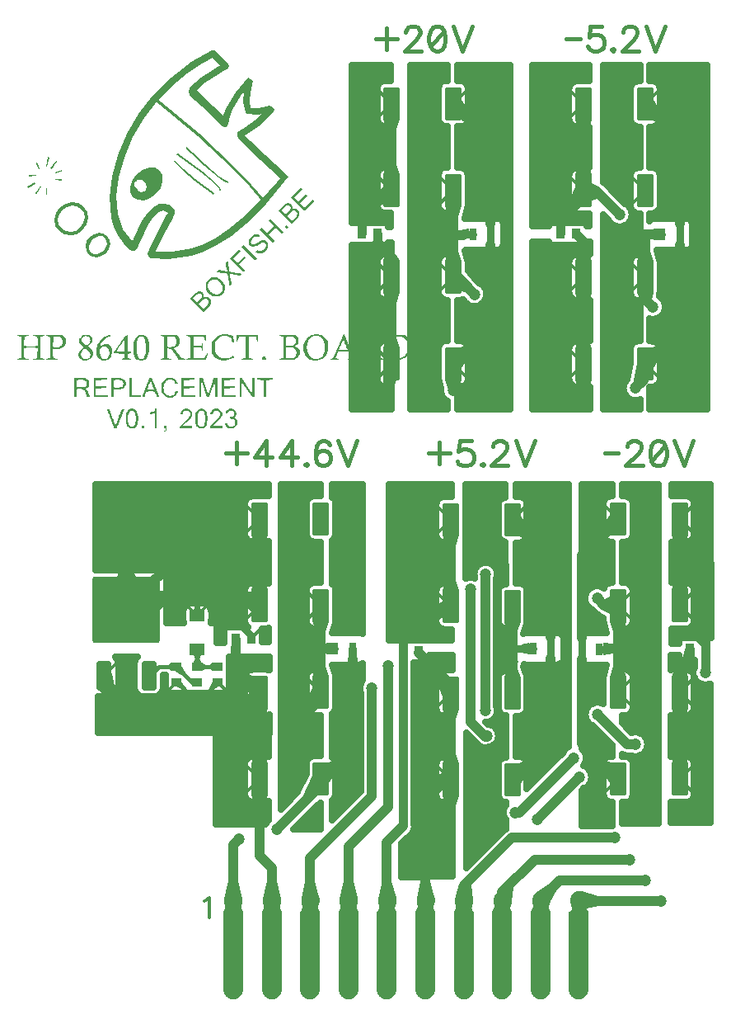
<source format=gbr>
G04 DipTrace 4.3.0.5*
G04 1-Top.gbr*
%MOMM*%
G04 #@! TF.FileFunction,Copper,L1,Top*
G04 #@! TF.Part,Single*
%AMOUTLINE0*
4,1,28,
-0.8,-1.18504,
-0.8,1.18504,
-0.78927,1.26656,
-0.7578,1.34252,
-0.70775,1.40775,
-0.64252,1.4578,
-0.56656,1.48927,
-0.48504,1.5,
0.48504,1.5,
0.56656,1.48927,
0.64252,1.4578,
0.70775,1.40775,
0.7578,1.34252,
0.78927,1.26656,
0.8,1.18504,
0.8,-1.18504,
0.78927,-1.26656,
0.7578,-1.34252,
0.70775,-1.40775,
0.64252,-1.4578,
0.56656,-1.48927,
0.48504,-1.5,
-0.48504,-1.5,
-0.56656,-1.48927,
-0.64252,-1.4578,
-0.70775,-1.40775,
-0.7578,-1.34252,
-0.78927,-1.26656,
-0.8,-1.18504,
0*%
%AMOUTLINE3*
4,1,28,
3.44,3.165,
3.44,-3.165,
3.43148,-3.22971,
3.40651,-3.29,
3.36678,-3.34178,
3.315,-3.38151,
3.25471,-3.40648,
3.19,-3.415,
-3.19,-3.415,
-3.25471,-3.40648,
-3.315,-3.38151,
-3.36678,-3.34178,
-3.40651,-3.29,
-3.43148,-3.22971,
-3.44,-3.165,
-3.44,3.165,
-3.43148,3.22971,
-3.40651,3.29,
-3.36678,3.34178,
-3.315,3.38151,
-3.25471,3.40648,
-3.19,3.415,
3.19,3.415,
3.25471,3.40648,
3.315,3.38151,
3.36678,3.34178,
3.40651,3.29,
3.43148,3.22971,
3.44,3.165,
0*%
%AMOUTLINE6*
4,1,28,
0.8,0.37625,
0.8,-0.37625,
0.79152,-0.44063,
0.76667,-0.50063,
0.72714,-0.55214,
0.67563,-0.59167,
0.61563,-0.61652,
0.55125,-0.625,
-0.55125,-0.625,
-0.61563,-0.61652,
-0.67563,-0.59167,
-0.72714,-0.55214,
-0.76667,-0.50063,
-0.79152,-0.44063,
-0.8,-0.37625,
-0.8,0.37625,
-0.79152,0.44063,
-0.76667,0.50063,
-0.72714,0.55214,
-0.67563,0.59167,
-0.61563,0.61652,
-0.55125,0.625,
0.55125,0.625,
0.61563,0.61652,
0.67563,0.59167,
0.72714,0.55214,
0.76667,0.50063,
0.79152,0.44063,
0.8,0.37625,
0*%
%AMOUTLINE9*
4,1,28,
0.85,1.53398,
0.85,-1.53398,
0.84434,-1.57695,
0.82776,-1.61699,
0.80137,-1.65137,
0.76699,-1.67776,
0.72695,-1.69434,
0.68398,-1.7,
-0.68398,-1.7,
-0.72695,-1.69434,
-0.76699,-1.67776,
-0.80137,-1.65137,
-0.82776,-1.61699,
-0.84434,-1.57695,
-0.85,-1.53398,
-0.85,1.53398,
-0.84434,1.57695,
-0.82776,1.61699,
-0.80137,1.65137,
-0.76699,1.67776,
-0.72695,1.69434,
-0.68398,1.7,
0.68398,1.7,
0.72695,1.69434,
0.76699,1.67776,
0.80137,1.65137,
0.82776,1.61699,
0.84434,1.57695,
0.85,1.53398,
0*%
%AMOUTLINE12*
4,1,28,
-0.85,-1.53398,
-0.85,1.53398,
-0.84434,1.57695,
-0.82776,1.61699,
-0.80137,1.65137,
-0.76699,1.67776,
-0.72695,1.69434,
-0.68398,1.7,
0.68398,1.7,
0.72695,1.69434,
0.76699,1.67776,
0.80137,1.65137,
0.82776,1.61699,
0.84434,1.57695,
0.85,1.53398,
0.85,-1.53398,
0.84434,-1.57695,
0.82776,-1.61699,
0.80137,-1.65137,
0.76699,-1.67776,
0.72695,-1.69434,
0.68398,-1.7,
-0.68398,-1.7,
-0.72695,-1.69434,
-0.76699,-1.67776,
-0.80137,-1.65137,
-0.82776,-1.61699,
-0.84434,-1.57695,
-0.85,-1.53398,
0*%
%AMOUTLINE15*
4,1,15,
-1.0,4.5,
1.0,4.5,
1.0,-3.5,
0.96593,-3.75882,
0.86603,-4.0,
0.70711,-4.20711,
0.5,-4.36603,
0.25882,-4.46593,
0.0,-4.5,
-0.25882,-4.46593,
-0.5,-4.36603,
-0.70711,-4.20711,
-0.86603,-4.0,
-0.96593,-3.75882,
-1.0,-3.5,
-1.0,4.5,
0*%
G04 #@! TA.AperFunction,Conductor*
%ADD16C,0.8*%
%ADD17C,1.0*%
%ADD18C,0.4*%
%ADD19C,0.95*%
%ADD20C,0.5*%
G04 #@! TA.AperFunction,CopperBalancing*
%ADD21C,0.635*%
%ADD22C,0.33*%
G04 #@! TA.AperFunction,Nonconductor*
%ADD23C,0.00033*%
%ADD26R,1.0X0.95*%
%ADD29R,0.8X1.2*%
%ADD32C,1.8796*%
%ADD33R,0.95X1.0*%
G04 #@! TA.AperFunction,ViaPad*
%ADD34C,1.2*%
%ADD51C,0.39216*%
%ADD52C,0.31373*%
%ADD54OUTLINE0*%
%ADD57OUTLINE3*%
%ADD60OUTLINE6*%
%ADD63OUTLINE9*%
%ADD66OUTLINE12*%
%ADD69OUTLINE15*%
%FSLAX35Y35*%
G04*
G71*
G90*
G75*
G01*
G04 Top*
%LPD*%
G36*
X-2880145Y-1118966D2*
X-2925508Y-1096534D1*
X-2931888Y-1090917D1*
X-2921879Y-882870D1*
X-2915500Y-888488D1*
X-2809434Y-1048255D1*
X-2880145Y-1118966D1*
G37*
X-2618900Y-2266400D2*
D16*
Y-2156400D1*
D17*
Y-1309500D1*
X-3000500Y-927900D1*
G36*
X-2809434Y-3477545D2*
X-2915500Y-3637312D1*
X-2921879Y-3642930D1*
X-2931888Y-3434883D1*
X-2925508Y-3429266D1*
X-2880145Y-3406834D1*
X-2809434Y-3477545D1*
G37*
X-2618900Y-2266400D2*
D16*
Y-2376400D1*
D17*
Y-3216300D1*
X-3000500Y-3597900D1*
G36*
X-3050500Y-3867900D2*
X-3084770Y-3756166D1*
Y-3739166D1*
X-2916230D1*
Y-3756166D1*
X-2950500Y-3867900D1*
X-3050500D1*
G37*
X-2655200Y-7415400D2*
D17*
X-2668200Y-7428400D1*
X-2820900Y-7275700D1*
Y-5908400D1*
X-3000500Y-3869000D2*
Y-3597900D1*
G36*
X-3050500Y-2087900D2*
X-3084770Y-1976166D1*
Y-1959166D1*
X-2916230D1*
Y-1976166D1*
X-2950500Y-2087900D1*
X-3050500D1*
G37*
G36*
X-2950500Y-2437900D2*
X-2916230Y-2549634D1*
Y-2566634D1*
X-3084770D1*
Y-2549634D1*
X-3050500Y-2437900D1*
X-2950500D1*
G37*
X-3000500Y-1817900D2*
D17*
Y-2275497D1*
Y-2707900D1*
G36*
X-2894326Y-2216695D2*
X-2838900Y-2206397D1*
X-2836008Y-2209160D1*
Y-2305753D1*
X-2838900Y-2302989D1*
X-2836336Y-2284547D1*
X-2894326Y-2216695D1*
G37*
X-3000500Y-2275497D2*
D17*
X-2897997D1*
X-2888900Y-2266400D1*
D16*
X-2798900D1*
G36*
X-2880145Y-2859566D2*
X-2915500Y-2852695D1*
X-2922889Y-2848494D1*
Y-2665868D1*
X-2915500Y-2670069D1*
X-2809434Y-2788855D1*
X-2880145Y-2859566D1*
G37*
X-2668000Y-7157000D2*
D17*
Y-5754713D1*
X-2784700Y-2884300D2*
X-2961100Y-2707900D1*
X-3000500D1*
G36*
X-3582500Y-3327900D2*
X-3548230Y-3439634D1*
Y-3456634D1*
X-3716770D1*
Y-3439634D1*
X-3682500Y-3327900D1*
X-3582500D1*
G37*
G36*
X-3682500Y-2977900D2*
X-3716770Y-2866166D1*
Y-2849166D1*
X-3548230D1*
Y-2866166D1*
X-3582500Y-2977900D1*
X-3682500D1*
G37*
X-3632500Y-3597900D2*
D17*
Y-2707900D1*
G36*
X-4026667Y-9122000D2*
X-3976667Y-9222000D1*
Y-9267000D1*
X-4076667Y-9672000D1*
X-4176667Y-9222000D1*
X-4126667Y-9122000D1*
X-4026667D1*
G37*
G36*
X-3718300Y-3867900D2*
X-3717500Y-3444528D1*
X-3643673Y-3682163D1*
X-3585494Y-3751086D1*
X-3588002Y-3767900D1*
X-3618300Y-3867900D1*
X-3718300D1*
G37*
G36*
X-4126667Y-9297828D2*
X-4165270Y-9124309D1*
X-4165109Y-9114913D1*
X-3982342Y-9117866D1*
X-3982503Y-9127262D1*
X-4026667Y-9297828D1*
X-4126667D1*
G37*
G36*
X-4026667Y-8909972D2*
X-3982554Y-9080343D1*
X-3982392Y-9089740D1*
X-4165065Y-9092691D1*
X-4165227Y-9083295D1*
X-4126667Y-8909972D1*
X-4026667D1*
G37*
X-4076667Y-9672000D2*
D17*
Y-8553567D1*
X-3668300Y-8145200D1*
Y-6695900D1*
Y-3902400D2*
Y-3597900D1*
X-3632500D1*
G36*
X-3583834Y-2481155D2*
X-3550835Y-2544522D1*
X-3548934Y-2552806D1*
X-3715591Y-2562256D1*
X-3717492Y-2553971D1*
X-3715634Y-2490076D1*
X-3583834Y-2481155D1*
G37*
X-3781800Y-2265300D2*
D19*
Y-2353200D1*
D17*
X-3623800Y-2511200D1*
Y-2699200D1*
X-3632500Y-2707900D1*
G36*
X-4093533Y-9237880D2*
X-4113533Y-9188943D1*
Y-9179545D1*
X-4033533D1*
Y-9188943D1*
X-4053533Y-9237880D1*
X-4093533D1*
G37*
G36*
X-4053533Y-9182000D2*
X-4034209Y-9222000D1*
X-4034546Y-9266999D1*
X-4113938D1*
X-4113602Y-9222000D1*
X-4093533Y-9182000D1*
X-4053533D1*
G37*
X-4073533Y-9103900D2*
D18*
Y-9668867D1*
X-4076667Y-9672000D1*
X-3984200Y-2448300D2*
D20*
X-3940600Y-2421000D1*
G36*
X-3582500Y-1547900D2*
X-3548230Y-1659634D1*
Y-1676634D1*
X-3716770D1*
Y-1659634D1*
X-3682500Y-1547900D1*
X-3582500D1*
G37*
G36*
X-3682500Y-1197900D2*
X-3716770Y-1086166D1*
Y-1069166D1*
X-3548230D1*
Y-1086166D1*
X-3582500Y-1197900D1*
X-3682500D1*
G37*
X-3632500Y-1817900D2*
D17*
Y-927900D1*
G36*
X-4421110Y-9122000D2*
X-4371110Y-9222000D1*
Y-9267000D1*
X-4471110Y-9672000D1*
X-4571110Y-9222000D1*
X-4521110Y-9122000D1*
X-4421110D1*
G37*
G36*
X-4521110Y-9297851D2*
X-4560436Y-9124716D1*
X-4560316Y-9115319D1*
X-4377549Y-9117505D1*
X-4377669Y-9126902D1*
X-4421110Y-9297851D1*
X-4521110D1*
G37*
G36*
X-4421110Y-8909949D2*
X-4377705Y-9080753D1*
X-4377585Y-9090151D1*
X-4560283Y-9092336D1*
X-4560403Y-9082939D1*
X-4521110Y-8909949D1*
X-4421110D1*
G37*
X-4471110Y-9672000D2*
D17*
Y-8668110D1*
X-3835100Y-8032100D1*
Y-6928500D1*
Y-2098300D2*
D19*
X-3941800D1*
Y-2265300D1*
G36*
X-3823566Y-1901455D2*
X-3717500Y-1780720D1*
X-3710176Y-1776406D1*
Y-1960143D1*
X-3717500Y-1964457D1*
X-3752855Y-1972166D1*
X-3823566Y-1901455D1*
G37*
X-3632500Y-1817900D2*
D17*
X-3669300D1*
X-3941800Y-2090400D1*
Y-2165300D1*
D19*
Y-2265300D1*
G36*
X-4488790Y-9237880D2*
X-4508790Y-9188943D1*
Y-9179545D1*
X-4428790D1*
Y-9188943D1*
X-4448790Y-9237880D1*
X-4488790D1*
G37*
G36*
X-4448790Y-9182000D2*
X-4429368Y-9222000D1*
X-4429617Y-9266999D1*
X-4509012D1*
X-4508763Y-9222000D1*
X-4488790Y-9182000D1*
X-4448790D1*
G37*
X-4468790Y-9103900D2*
D18*
Y-9669680D1*
X-4471110Y-9672000D1*
G36*
X-4000000Y-6757100D2*
X-3998000Y-6810251D1*
Y-6855251D1*
X-4082000D1*
Y-6810251D1*
X-4080000Y-6757100D1*
X-4000000D1*
G37*
X-4360100Y-5189800D2*
D17*
Y-5211600D1*
X-4040000Y-6853100D2*
D16*
Y-6519627D1*
X-4035600D1*
G36*
X-4169034Y-7739445D2*
X-4275100Y-7899212D1*
X-4281479Y-7904830D1*
X-4291488Y-7696783D1*
X-4285108Y-7691166D1*
X-4239745Y-7668734D1*
X-4169034Y-7739445D1*
G37*
X-4360100Y-7859800D2*
D17*
X-4035600Y-7535300D1*
Y-6627500D1*
D16*
Y-6519627D1*
G36*
X-4551166Y-8044155D2*
X-4445100Y-7823231D1*
X-4440010Y-7816423D1*
X-4381162Y-8022992D1*
X-4386251Y-8029800D1*
X-4480455Y-8114866D1*
X-4551166Y-8044155D1*
G37*
X-4360100Y-7859800D2*
D17*
Y-7923800D1*
X-4814600Y-8378300D1*
G36*
X-4410100Y-6349800D2*
X-4444370Y-6238066D1*
Y-6221066D1*
X-4275830D1*
Y-6238066D1*
X-4310100Y-6349800D1*
X-4410100D1*
G37*
G36*
X-4310100Y-6699800D2*
X-4275830Y-6811534D1*
Y-6828534D1*
X-4444370D1*
Y-6811534D1*
X-4410100Y-6699800D1*
X-4310100D1*
G37*
X-4360100Y-6079800D2*
D17*
Y-6517500D1*
Y-6969800D1*
G36*
X-4355447Y-6467500D2*
X-4255600Y-6459623D1*
X-4251601Y-6459705D1*
Y-6579598D1*
X-4255600Y-6579516D1*
X-4355447Y-6567500D1*
Y-6467500D1*
G37*
X-4215600Y-6519627D2*
D16*
X-4305600Y-6517500D1*
D17*
X-4360100D1*
G36*
X-4551166Y-7140855D2*
X-4445100Y-6929887D1*
X-4439747Y-6923285D1*
X-4385272Y-7133198D1*
X-4390626Y-7139800D1*
X-4480455Y-7211566D1*
X-4551166Y-7140855D1*
G37*
X-4607500Y-7221500D2*
D17*
X-4561100D1*
X-4371900Y-7032300D1*
Y-6981600D1*
X-4360100Y-6969800D1*
G36*
X-2274345Y-5393566D2*
X-2324334Y-5366783D1*
X-2330587Y-5361025D1*
X-2315953Y-5153184D1*
X-2309700Y-5158941D1*
X-2203634Y-5322855D1*
X-2274345Y-5393566D1*
G37*
X-2394700Y-5196900D2*
D17*
Y-5202500D1*
X-2000200Y-5597000D1*
Y-6164500D1*
Y-6404900D1*
D16*
Y-6519627D1*
G36*
X-2203634Y-7740345D2*
X-2309700Y-7904702D1*
X-2315940Y-7910474D1*
X-2331169Y-7702729D1*
X-2324930Y-7696957D1*
X-2274345Y-7669634D1*
X-2203634Y-7740345D1*
G37*
X-2394700Y-7866900D2*
D17*
Y-7860700D1*
X-2000200Y-7466200D1*
Y-6624900D1*
D16*
Y-6519627D1*
X-2214200Y-6164500D2*
D17*
X-2000200D1*
G36*
X-2444700Y-6356900D2*
X-2478970Y-6245166D1*
Y-6228166D1*
X-2310430D1*
Y-6245166D1*
X-2344700Y-6356900D1*
X-2444700D1*
G37*
G36*
X-2344700Y-6706900D2*
X-2310430Y-6818634D1*
Y-6835634D1*
X-2478970D1*
Y-6818634D1*
X-2444700Y-6706900D1*
X-2344700D1*
G37*
X-2394700Y-6086900D2*
D17*
Y-6505200D1*
Y-6659300D1*
Y-6976900D1*
G36*
X-2300200Y-6479627D2*
X-2220200Y-6459627D1*
X-2180200Y-6519627D1*
X-2216200Y-6579627D1*
X-2220200D1*
X-2300200Y-6559627D1*
Y-6479627D1*
G37*
X-2394700Y-6505200D2*
D17*
X-2380273Y-6519627D1*
D16*
X-2180200D1*
G36*
X-3076700Y-7246900D2*
X-3110970Y-7135166D1*
Y-7118166D1*
X-2942430D1*
Y-7135166D1*
X-2976700Y-7246900D1*
X-3076700D1*
G37*
G36*
X-2976700Y-7596900D2*
X-2942430Y-7708634D1*
Y-7725634D1*
X-3110970D1*
Y-7708634D1*
X-3076700Y-7596900D1*
X-2976700D1*
G37*
X-3026700Y-6976900D2*
D17*
Y-7866900D1*
G36*
X-3076700Y-8136900D2*
X-3110961Y-8025195D1*
Y-8008195D1*
X-2942439D1*
Y-8025195D1*
X-2976700Y-8136900D1*
X-3076700D1*
G37*
G36*
X-3237777Y-9122000D2*
X-3187777Y-9222000D1*
X-3287777Y-9672000D1*
X-3387777Y-9267000D1*
Y-9222000D1*
X-3337777Y-9122000D1*
X-3237777D1*
G37*
G36*
Y-8910040D2*
X-3192260Y-9079524D1*
X-3192014Y-9088919D1*
X-3374627Y-9093397D1*
X-3374873Y-9084002D1*
X-3337777Y-8910040D1*
X-3237777D1*
G37*
G36*
X-3337777Y-9297760D2*
X-3374937Y-9123500D1*
X-3374691Y-9114105D1*
X-3191935Y-9118586D1*
X-3192181Y-9127981D1*
X-3237777Y-9297760D1*
X-3337777D1*
G37*
X-3026700Y-7866900D2*
D17*
Y-7906500D1*
Y-8313700D1*
X-3287777Y-8574777D1*
Y-9672000D1*
G36*
X-3142342Y-6705848D2*
X-3041429Y-6806900D1*
X-3036651Y-6813930D1*
X-3106922Y-7017252D1*
X-3111700Y-7010222D1*
X-3213052Y-6776558D1*
X-3142342Y-6705848D1*
G37*
X-3356800Y-6547050D2*
D19*
Y-6562100D1*
D17*
X-3026700Y-6892200D1*
Y-6976900D1*
G36*
X-3303023Y-9237880D2*
X-3323023Y-9188943D1*
Y-9179545D1*
X-3243023D1*
Y-9188943D1*
X-3263023Y-9237880D1*
X-3303023D1*
G37*
G36*
X-3263023Y-9182000D2*
X-3243894Y-9222000D1*
X-3244405Y-9266997D1*
X-3323792D1*
X-3323281Y-9222000D1*
X-3303023Y-9182000D1*
X-3263023D1*
G37*
X-3283023Y-9103900D2*
D18*
Y-9667247D1*
X-3287777Y-9672000D1*
G36*
X-3211700Y-7856500D2*
X-3111700Y-7788482D1*
X-3103366Y-7786813D1*
Y-7975301D1*
X-3111700Y-7976970D1*
X-3211700Y-7956500D1*
Y-7856500D1*
G37*
X-3291200Y-7906500D2*
D17*
X-3026700D1*
G36*
X-3076700Y-5466900D2*
X-3110970Y-5355166D1*
Y-5338166D1*
X-2942430D1*
Y-5355166D1*
X-2976700Y-5466900D1*
X-3076700D1*
G37*
G36*
X-2976700Y-5816900D2*
X-2942430Y-5928634D1*
Y-5945634D1*
X-3110970D1*
Y-5928634D1*
X-3076700Y-5816900D1*
X-2976700D1*
G37*
X-3026700Y-5196900D2*
D17*
Y-6086900D1*
G36*
X-3131241Y-6049550D2*
X-3111700Y-6041556D1*
X-3103289Y-6040330D1*
Y-6208947D1*
X-3111700Y-6210173D1*
X-3147055Y-6206666D1*
X-3131241Y-6049550D1*
G37*
X-3026700Y-6086900D2*
D17*
X-3098000D1*
X-3363700Y-6352600D1*
X-3401200D1*
D19*
X-3479300Y-6430700D1*
X-3516800D1*
Y-6547050D1*
G36*
X-3632223Y-9122000D2*
X-3582223Y-9222000D1*
Y-9267000D1*
X-3682223Y-9672000D1*
X-3782223Y-9222000D1*
X-3732223Y-9122000D1*
X-3632223D1*
G37*
G36*
Y-8910003D2*
X-3587404Y-9079932D1*
X-3587200Y-9089328D1*
X-3769845Y-9093046D1*
X-3770049Y-9083650D1*
X-3732223Y-8910003D1*
X-3632223D1*
G37*
G36*
X-3732223Y-9297797D2*
X-3770103Y-9123903D1*
X-3769899Y-9114507D1*
X-3587136Y-9118227D1*
X-3587340Y-9127623D1*
X-3632223Y-9297797D1*
X-3732223D1*
G37*
X-3516800Y-6547050D2*
D19*
Y-8343600D1*
D17*
X-3682223Y-8509023D1*
Y-9672000D1*
G36*
X-3698277Y-9237880D2*
X-3718277Y-9188943D1*
Y-9179545D1*
X-3638277D1*
Y-9188943D1*
X-3658277Y-9237880D1*
X-3698277D1*
G37*
G36*
X-3658277Y-9182000D2*
X-3639050Y-9222000D1*
X-3639474Y-9266998D1*
X-3718864D1*
X-3718440Y-9222000D1*
X-3698277Y-9182000D1*
X-3658277D1*
G37*
X-3678277Y-9103900D2*
D18*
Y-9668053D1*
X-3682223Y-9672000D1*
G36*
X-1498366Y-5311155D2*
X-1392300Y-5151388D1*
X-1385921Y-5145770D1*
X-1375912Y-5353817D1*
X-1382292Y-5359434D1*
X-1427655Y-5381866D1*
X-1498366Y-5311155D1*
G37*
X-1677800Y-6524673D2*
D16*
Y-6409700D1*
D17*
Y-5761600D1*
Y-5561300D1*
X-1307300Y-5190800D1*
G36*
X-1427655Y-7669734D2*
X-1382292Y-7692166D1*
X-1375912Y-7697783D1*
X-1385921Y-7905830D1*
X-1392300Y-7900212D1*
X-1498366Y-7740445D1*
X-1427655Y-7669734D1*
G37*
X-1677800Y-6524673D2*
D16*
Y-6629700D1*
D17*
Y-7490300D1*
X-1307300Y-7860800D1*
X-1522900Y-5784500D2*
Y-5761600D1*
X-1677800D1*
G36*
X-1357300Y-6350800D2*
X-1391570Y-6239066D1*
Y-6222066D1*
X-1223030D1*
Y-6239066D1*
X-1257300Y-6350800D1*
X-1357300D1*
G37*
G36*
X-1257300Y-6700800D2*
X-1223030Y-6812534D1*
Y-6829534D1*
X-1391570D1*
Y-6812534D1*
X-1357300Y-6700800D1*
X-1257300D1*
G37*
X-1307300Y-6080800D2*
D17*
Y-6519700D1*
Y-6970800D1*
G36*
X-1357876Y-6569700D2*
X-1457800Y-6584388D1*
X-1461795Y-6584579D1*
Y-6464861D1*
X-1457800Y-6464670D1*
X-1357876Y-6469700D1*
Y-6569700D1*
G37*
X-1497800Y-6524673D2*
D16*
X-1407800Y-6519700D1*
D17*
X-1307300D1*
G36*
X-1445120Y-6012569D2*
X-1392300Y-5987985D1*
X-1383804Y-5988259D1*
Y-6168010D1*
X-1392300Y-6167735D1*
X-1475819Y-6122076D1*
X-1445120Y-6012569D1*
G37*
X-1523100Y-6005300D2*
D17*
X-1447600Y-6080800D1*
X-1307300D1*
G36*
X-625300Y-5810800D2*
X-591030Y-5922534D1*
Y-5939534D1*
X-759570D1*
Y-5922534D1*
X-725300Y-5810800D1*
X-625300D1*
G37*
G36*
X-725300Y-5460800D2*
X-759570Y-5349066D1*
Y-5332066D1*
X-591030D1*
Y-5349066D1*
X-625300Y-5460800D1*
X-725300D1*
G37*
X-675300Y-6080800D2*
D17*
Y-5608973D1*
Y-5190800D1*
Y-5608973D2*
X-509827D1*
X-409500Y-5709300D1*
Y-6439400D1*
D19*
Y-6522150D1*
G36*
X-1640038Y-9174549D2*
X-1609997Y-9222000D1*
X-1610081Y-9232000D1*
X-1801424D1*
X-1801339Y-9222000D1*
X-1749680Y-9143378D1*
X-1640038Y-9174549D1*
G37*
G36*
X-1508158Y-9159000D2*
X-1682573Y-9195850D1*
X-1691967Y-9195587D1*
X-1687159Y-9012835D1*
X-1677765Y-9013099D1*
X-1508158Y-9059000D1*
Y-9159000D1*
G37*
G36*
X-1760000Y-9297539D2*
X-1794244Y-9121883D1*
X-1793830Y-9112494D1*
X-1611141Y-9120041D1*
X-1611554Y-9129430D1*
X-1660000Y-9297539D1*
X-1760000D1*
G37*
X-409500Y-6522150D2*
D19*
Y-6765400D1*
X-864800Y-9109000D2*
D17*
X-1645200D1*
X-1710000Y-9173800D1*
Y-9672000D1*
G36*
X-1722000Y-9237880D2*
X-1742000Y-9188943D1*
Y-9179545D1*
X-1662000D1*
Y-9188943D1*
X-1682000Y-9237880D1*
X-1722000D1*
G37*
G36*
X-1682000Y-9182000D2*
X-1663266Y-9222000D1*
X-1664125Y-9266992D1*
X-1743492D1*
X-1742633Y-9222000D1*
X-1722000Y-9182000D1*
X-1682000D1*
G37*
X-1702000Y-9103900D2*
D18*
Y-9664000D1*
X-1710000Y-9672000D1*
G36*
X-725300Y-7240800D2*
X-759570Y-7129066D1*
Y-7112066D1*
X-591030D1*
Y-7129066D1*
X-625300Y-7240800D1*
X-725300D1*
G37*
G36*
X-625300Y-7590800D2*
X-591030Y-7702534D1*
Y-7719534D1*
X-759570D1*
Y-7702534D1*
X-725300Y-7590800D1*
X-625300D1*
G37*
X-675300Y-6970800D2*
D17*
Y-7860800D1*
G36*
X-625300Y-6723800D2*
X-591418Y-6811414D1*
Y-6828414D1*
X-759182D1*
Y-6811414D1*
X-725300Y-6723800D1*
X-625300D1*
G37*
G36*
X-643207Y-6624532D2*
X-617000Y-6499770D1*
X-615707Y-6495199D1*
X-531868Y-6567579D1*
X-533161Y-6572150D1*
X-576032Y-6691707D1*
X-643207Y-6624532D1*
G37*
X-675300Y-6970800D2*
D17*
Y-6723800D1*
D19*
X-569500Y-6618000D1*
Y-6522150D1*
G36*
X-2054443Y-9122000D2*
X-2004443Y-9222000D1*
X-2104443Y-9672000D1*
X-2204443Y-9267000D1*
Y-9222000D1*
X-2154443Y-9122000D1*
X-2054443D1*
G37*
G36*
X-1932297Y-8995307D2*
X-2014453Y-9148351D1*
X-2020717Y-9155357D1*
X-2156387Y-9033205D1*
X-2150123Y-9026199D1*
X-2003007Y-8924597D1*
X-1932297Y-8995307D1*
G37*
G36*
X-2154443Y-9297605D2*
X-2189420Y-9122287D1*
X-2189049Y-9112897D1*
X-2006337Y-9119675D1*
X-2006709Y-9129066D1*
X-2054443Y-9297605D1*
X-2154443D1*
G37*
X-675300Y-7860800D2*
D17*
Y-7631400D1*
X-1029600Y-8897900D2*
X-1905600D1*
X-2104443Y-9096743D1*
Y-9672000D1*
G36*
X-2117257Y-9237880D2*
X-2137257Y-9188943D1*
Y-9179545D1*
X-2057257D1*
Y-9188943D1*
X-2077257Y-9237880D1*
X-2117257D1*
G37*
G36*
X-2077257Y-9182000D2*
X-2058423Y-9222000D1*
X-2059195Y-9266993D1*
X-2138568D1*
X-2137796Y-9222000D1*
X-2117257Y-9182000D1*
X-2077257D1*
G37*
X-2097257Y-9103900D2*
D18*
Y-9664813D1*
X-2104443Y-9672000D1*
G36*
X-908545Y-1122366D2*
X-953908Y-1099934D1*
X-960288Y-1094317D1*
X-950279Y-886270D1*
X-943900Y-891888D1*
X-837834Y-1051655D1*
X-908545Y-1122366D1*
G37*
X-676300Y-2267400D2*
D16*
Y-2157400D1*
D17*
Y-1454200D1*
Y-1283900D1*
X-1028900Y-931300D1*
G36*
X-837834Y-3480945D2*
X-943900Y-3640712D1*
X-950279Y-3646330D1*
X-960288Y-3438283D1*
X-953908Y-3432666D1*
X-908545Y-3410234D1*
X-837834Y-3480945D1*
G37*
X-676300Y-2267400D2*
D16*
Y-2377400D1*
D17*
Y-3248700D1*
X-1028900Y-3601300D1*
G36*
X-1157266Y-3806655D2*
X-1113900Y-3596445D1*
X-1110284Y-3588752D1*
X-997986Y-3763607D1*
X-1001602Y-3771300D1*
X-1086555Y-3877366D1*
X-1157266Y-3806655D1*
G37*
X-2368000Y-8201100D2*
D17*
X-2319700D1*
X-1761100Y-7642500D1*
X-1127400Y-3847500D2*
X-1044400Y-3764500D1*
Y-3616800D1*
X-1028900Y-3601300D1*
X-421100Y-1454200D2*
X-676300D1*
G36*
X-996300Y-2217400D2*
X-896300Y-2207397D1*
X-856300Y-2267400D1*
X-896300Y-2327403D1*
X-996300Y-2317400D1*
Y-2217400D1*
G37*
G36*
X-978900Y-2441300D2*
X-944630Y-2553034D1*
Y-2570034D1*
X-1113170D1*
Y-2553034D1*
X-1078900Y-2441300D1*
X-978900D1*
G37*
X-856300Y-2267400D2*
D16*
X-946300D1*
D17*
X-1028900D1*
Y-2711300D1*
G36*
X-1071359Y-2961406D2*
X-1111364Y-2873517D1*
X-1112256Y-2865064D1*
X-945186Y-2859842D1*
X-944294Y-2868295D1*
X-958851Y-2934339D1*
X-1071359Y-2961406D1*
G37*
X-2139500Y-8271300D2*
D17*
X-1707200Y-7839000D1*
X-950300Y-3013600D2*
X-1028900Y-2935000D1*
Y-2711300D1*
G36*
X-1710900Y-1201300D2*
X-1745170Y-1089566D1*
Y-1072566D1*
X-1576630D1*
Y-1089566D1*
X-1610900Y-1201300D1*
X-1710900D1*
G37*
G36*
X-1610900Y-1551300D2*
X-1576630Y-1663034D1*
Y-1680034D1*
X-1745170D1*
Y-1663034D1*
X-1710900Y-1551300D1*
X-1610900D1*
G37*
X-1660900Y-931300D2*
D17*
Y-1821300D1*
G36*
X-1522072Y-1906939D2*
X-1575900Y-1921644D1*
X-1584345Y-1920680D1*
Y-1743192D1*
X-1575900Y-1744155D1*
X-1507276Y-1781095D1*
X-1522072Y-1906939D1*
G37*
G36*
X-2448890Y-9122000D2*
X-2398890Y-9222000D1*
Y-9267000D1*
X-2498890Y-9672000D1*
X-2598890Y-9222000D1*
X-2548890Y-9122000D1*
X-2448890D1*
G37*
G36*
X-2382824Y-8974634D2*
X-2399162Y-9114782D1*
X-2401727Y-9123824D1*
X-2564969Y-9050116D1*
X-2562404Y-9041074D1*
X-2538052Y-8988904D1*
X-2382824Y-8974634D1*
G37*
G36*
X-2548890Y-9297663D2*
X-2584593Y-9122689D1*
X-2584263Y-9113297D1*
X-2401533Y-9119314D1*
X-2401863Y-9128706D1*
X-2448890Y-9297663D1*
X-2548890D1*
G37*
X-1660900Y-1821300D2*
D17*
X-1537000D1*
X-1292600Y-2065700D1*
X-1187900Y-8683600D2*
X-2162500D1*
X-2498890Y-9019990D1*
Y-9672000D1*
G36*
X-1851966Y-2003455D2*
X-1745900Y-1784181D1*
X-1740775Y-1777399D1*
X-1682956Y-1984519D1*
X-1688081Y-1991300D1*
X-1781255Y-2074166D1*
X-1851966Y-2003455D1*
G37*
X-1901900Y-2263200D2*
D19*
Y-2124100D1*
D17*
X-1660900Y-1883100D1*
Y-1821300D1*
G36*
X-2512510Y-9237880D2*
X-2532510Y-9188943D1*
Y-9179545D1*
X-2452510D1*
Y-9188943D1*
X-2472510Y-9237880D1*
X-2512510D1*
G37*
G36*
X-2472510Y-9182000D2*
X-2453578Y-9222000D1*
X-2454264Y-9266995D1*
X-2533642D1*
X-2532956Y-9222000D1*
X-2512510Y-9182000D1*
X-2472510D1*
G37*
X-2492510Y-9103900D2*
D18*
Y-9665620D1*
X-2498890Y-9672000D1*
G36*
X-2843333Y-9122000D2*
X-2793333Y-9222000D1*
Y-9267000D1*
X-2893333Y-9672000D1*
X-2993333Y-9222000D1*
X-2943333Y-9122000D1*
X-2843333D1*
G37*
G36*
X-1710900Y-3871300D2*
X-1745170Y-3759566D1*
Y-3742566D1*
X-1576630D1*
Y-3759566D1*
X-1610900Y-3871300D1*
X-1710900D1*
G37*
G36*
X-2943333Y-9297812D2*
X-2981552Y-9124093D1*
X-2981367Y-9114697D1*
X-2798602Y-9118058D1*
X-2798786Y-9127454D1*
X-2843333Y-9297812D1*
X-2943333D1*
G37*
G36*
X-2816961Y-8946772D2*
X-2796703Y-9090811D1*
X-2797234Y-9100194D1*
X-2971666Y-9066256D1*
X-2971134Y-9056873D1*
X-2938730Y-8931478D1*
X-2816961Y-8946772D1*
G37*
X-2893333Y-9672000D2*
D17*
Y-8952433D1*
X-2400300Y-8459400D1*
X-1339600D1*
X-1131300Y-7500800D2*
X-1213100D1*
X-1517050Y-7196850D1*
X-1680800Y-3863100D2*
X-1660900Y-3883000D1*
Y-3601300D1*
G36*
X-1610900Y-3331300D2*
X-1576630Y-3443034D1*
Y-3460034D1*
X-1745170D1*
Y-3443034D1*
X-1710900Y-3331300D1*
X-1610900D1*
G37*
G36*
X-1710900Y-2981300D2*
X-1745170Y-2869566D1*
Y-2852566D1*
X-1576630D1*
Y-2869566D1*
X-1610900Y-2981300D1*
X-1710900D1*
G37*
X-1660900Y-3601300D2*
D17*
Y-2711300D1*
G36*
X-1610900Y-2441300D2*
X-1576630Y-2553034D1*
Y-2570034D1*
X-1745170D1*
Y-2553034D1*
X-1710900Y-2441300D1*
X-1610900D1*
G37*
X-1741900Y-2263200D2*
D19*
X-1671190Y-2333910D1*
D17*
Y-2384110D1*
X-1660900Y-2394400D1*
Y-2711300D1*
G36*
X-2909767Y-9237880D2*
X-2929767Y-9188943D1*
Y-9179545D1*
X-2849767D1*
Y-9188943D1*
X-2869767Y-9237880D1*
X-2909767D1*
G37*
G36*
X-2869767Y-9182000D2*
X-2850494Y-9222000D1*
X-2850878Y-9266998D1*
X-2930269D1*
X-2929886Y-9222000D1*
X-2909767Y-9182000D1*
X-2869767D1*
G37*
X-2889767Y-9103900D2*
D18*
Y-9668433D1*
X-2893333Y-9672000D1*
G36*
X-5541150Y-6725350D2*
X-5581150Y-6745350D1*
X-5586150D1*
Y-6665350D1*
X-5581150D1*
X-5541150Y-6685350D1*
Y-6725350D1*
G37*
G36*
X-5509200Y-6685350D2*
X-5469200Y-6665350D1*
X-5464200D1*
Y-6745350D1*
X-5469200D1*
X-5509200Y-6725350D1*
Y-6685350D1*
G37*
X-5631150Y-6705350D2*
D18*
X-5419200D1*
G36*
X-5651100Y-6628700D2*
X-5671100Y-6588700D1*
Y-6582450D1*
X-5591100D1*
Y-6588700D1*
X-5611100Y-6628700D1*
X-5651100D1*
G37*
G36*
X-5611100Y-6617800D2*
X-5591100Y-6657800D1*
Y-6662550D1*
X-5671100D1*
Y-6657800D1*
X-5651100Y-6617800D1*
X-5611100D1*
G37*
X-5631100Y-6526200D2*
D18*
Y-6705300D1*
X-5631150Y-6705350D1*
G36*
X-5696264Y-6823902D2*
X-5681150Y-6820861D1*
X-5676496Y-6821811D1*
Y-6891701D1*
X-5681150Y-6890751D1*
X-5696385Y-6880300D1*
X-5696264Y-6823902D1*
G37*
G36*
X-5781458Y-6795276D2*
X-5852191Y-6752850D1*
X-5855550Y-6749491D1*
X-5796459Y-6697068D1*
X-5793100Y-6700427D1*
X-5753174Y-6766992D1*
X-5781458Y-6795276D1*
G37*
X-5631150Y-6865350D2*
D18*
X-5683100D1*
X-5843100Y-6705350D1*
G36*
X-6008008Y-6719492D2*
X-6048800Y-6769212D1*
X-6055449Y-6773662D1*
Y-6699469D1*
X-6048800Y-6695020D1*
X-6036292Y-6691208D1*
X-6008008Y-6719492D1*
G37*
G36*
X-5933100Y-6685350D2*
X-5893100Y-6665350D1*
X-5888100D1*
Y-6745350D1*
X-5893100D1*
X-5933100Y-6725350D1*
Y-6685350D1*
G37*
X-6128800Y-6796900D2*
D18*
X-6113700D1*
X-6022150Y-6705350D1*
X-5843100D1*
G36*
X-4942100Y-5809800D2*
X-4907830Y-5921534D1*
Y-5938534D1*
X-5076370D1*
Y-5921534D1*
X-5042100Y-5809800D1*
X-4942100D1*
G37*
G36*
X-5042100Y-5459800D2*
X-5076370Y-5348066D1*
Y-5331066D1*
X-4907830D1*
Y-5348066D1*
X-4942100Y-5459800D1*
X-5042100D1*
G37*
X-4992100Y-6079800D2*
D17*
Y-5189800D1*
G36*
X-5914800Y-6033800D2*
X-6014800Y-6120751D1*
X-6047236Y-6132208D1*
Y-5941598D1*
X-6014800Y-5930140D1*
X-5914800Y-5933800D1*
Y-6033800D1*
G37*
G36*
X-5177100Y-5933800D2*
X-5077100Y-5947914D1*
X-5069510Y-5951741D1*
Y-6139336D1*
X-5077100Y-6135509D1*
X-5177100Y-6033800D1*
Y-5933800D1*
G37*
X-6358800Y-6122400D2*
D17*
X-6154300D1*
X-6015700Y-5983800D1*
X-5631103D1*
X-5250503D1*
X-5200187D1*
X-4992100D1*
Y-6079800D1*
G36*
X-5611102Y-6078700D2*
X-5591101Y-6118699D1*
Y-6124949D1*
X-5671101Y-6124951D1*
Y-6118701D1*
X-5651102Y-6078700D1*
X-5611102D1*
G37*
X-5631100Y-6181200D2*
D18*
X-5631103Y-5983800D1*
G36*
X-5309539Y-9297818D2*
X-5350701Y-9125767D1*
X-5350689Y-9116369D1*
X-5167942Y-9116594D1*
X-5167953Y-9125992D1*
X-5209539Y-9297941D1*
X-5309539Y-9297818D1*
G37*
G36*
X-5209322Y-9122062D2*
X-5159446Y-9222124D1*
X-5260000Y-9672000D1*
X-5359501Y-9266877D1*
X-5359445Y-9221877D1*
X-5309322Y-9121939D1*
X-5209322Y-9122062D1*
G37*
X-5259300Y-9103900D2*
D17*
X-5260000Y-9672000D1*
G36*
X-5063260Y-6349997D2*
X-5052869Y-6364800D1*
X-5051885Y-6369447D1*
X-5121800D1*
X-5122784Y-6364800D1*
X-5119850Y-6349935D1*
X-5063260Y-6349997D1*
G37*
G36*
X-5270140Y-6124589D2*
X-5259766Y-6135476D1*
X-5264681Y-6101682D1*
X-5255417Y-6127276D1*
X-5251192Y-6156334D1*
X-5270140Y-6124589D1*
G37*
G36*
X-5230503Y-6059703D2*
X-5191628Y-6069000D1*
X-5168071Y-6093725D1*
X-5235833Y-6143366D1*
X-5259390Y-6118642D1*
X-5270503Y-6059703D1*
X-5230503D1*
G37*
X-5078150Y-6414800D2*
D18*
Y-6363350D1*
X-5250503Y-6190997D1*
Y-5983800D1*
G36*
X-5209300Y-8909920D2*
X-5167926Y-9081921D1*
Y-9091319D1*
X-5350674D1*
Y-9081921D1*
X-5309300Y-8909920D1*
X-5209300D1*
G37*
X-5200187Y-5983800D2*
D17*
Y-6128387D1*
Y-8476713D2*
X-5259300Y-8535827D1*
Y-9103900D1*
G36*
X-6308800Y-5680900D2*
X-6258800Y-5780900D1*
Y-5815050D1*
X-6458800D1*
Y-5780900D1*
X-6408800Y-5680900D1*
X-6308800D1*
G37*
X-6358800Y-6122400D2*
D17*
Y-5648887D1*
X-6305013Y-5595100D1*
X-5846400D1*
X-6241400Y-5990100D1*
X-6272000D1*
G36*
X-4815557Y-9122000D2*
X-4765557Y-9222000D1*
Y-9267000D1*
X-4865557Y-9672000D1*
X-4965557Y-9222000D1*
X-4915557Y-9122000D1*
X-4815557D1*
G37*
G36*
X-5042100Y-8129800D2*
X-5076370Y-8018066D1*
Y-8001066D1*
X-4907830D1*
Y-8018066D1*
X-4942100Y-8129800D1*
X-5042100D1*
G37*
G36*
X-4915557Y-9297880D2*
X-4955597Y-9125119D1*
Y-9115721D1*
X-4772490D1*
Y-9125119D1*
X-4815557Y-9297880D1*
X-4915557D1*
G37*
G36*
X-4815557Y-8909920D2*
X-4772856Y-9081161D1*
Y-9090559D1*
X-4955231D1*
Y-9081161D1*
X-4915557Y-8909920D1*
X-4815557D1*
G37*
X-4865557Y-9672000D2*
D17*
Y-8774857D1*
X-4992100Y-8648313D1*
Y-7859800D1*
G36*
X-4942100Y-7589800D2*
X-4907830Y-7701534D1*
Y-7718534D1*
X-5076370D1*
Y-7701534D1*
X-5042100Y-7589800D1*
X-4942100D1*
G37*
G36*
X-5042100Y-7239800D2*
X-5076370Y-7128066D1*
Y-7111066D1*
X-4907830D1*
Y-7128066D1*
X-4942100Y-7239800D1*
X-5042100D1*
G37*
X-4992100Y-7859800D2*
D17*
Y-6969800D1*
G36*
X-6531345Y-7052966D2*
X-6620309Y-6946900D1*
X-6623862Y-6939733D1*
X-6510854Y-6768951D1*
X-6507300Y-6776118D1*
X-6460634Y-6982255D1*
X-6531345Y-7052966D1*
G37*
G36*
X-5183166Y-7124955D2*
X-5077100Y-6932877D1*
X-5071452Y-6926525D1*
X-5028843Y-7133448D1*
X-5034491Y-7139800D1*
X-5112455Y-7195666D1*
X-5183166Y-7124955D1*
G37*
X-6587300Y-6796900D2*
D17*
Y-6926300D1*
X-6253800Y-7259800D1*
X-5247300D1*
X-4992100Y-7004600D1*
Y-6969800D1*
G36*
X-5778958Y-6945726D2*
X-5849616Y-6912850D1*
X-5853259Y-6909803D1*
X-5796744Y-6854111D1*
X-5793100Y-6857159D1*
X-5750674Y-6917442D1*
X-5778958Y-6945726D1*
G37*
G36*
X-5119526Y-7068942D2*
X-5077100Y-7011889D1*
X-5070354Y-7006718D1*
Y-7086462D1*
X-5077100Y-7091633D1*
X-5091242Y-7097226D1*
X-5119526Y-7068942D1*
G37*
X-5843100Y-6865350D2*
D18*
X-5831050D1*
X-5697300Y-6999100D1*
X-5631600D1*
Y-7268000D1*
X-5290300D1*
X-4992100Y-6969800D1*
G36*
X-5509676Y-6926992D2*
X-5469200Y-6860270D1*
X-5465828Y-6856924D1*
X-5406859Y-6909504D1*
X-5410231Y-6912850D1*
X-5481392Y-6955276D1*
X-5509676Y-6926992D1*
G37*
X-5419200Y-6865350D2*
D18*
X-5419750D1*
X-5553500Y-6999100D1*
X-5631600D1*
G36*
X-4884043Y-9237880D2*
X-4904043Y-9188943D1*
Y-9179545D1*
X-4824043D1*
Y-9188943D1*
X-4844043Y-9237880D1*
X-4884043D1*
G37*
G36*
X-4844043Y-9182000D2*
X-4824525Y-9222000D1*
X-4824688Y-9267000D1*
X-4904084D1*
X-4903921Y-9222000D1*
X-4884043Y-9182000D1*
X-4844043D1*
G37*
X-4864043Y-9103900D2*
D18*
Y-9670487D1*
X-4865557Y-9672000D1*
G36*
X-5112455Y-6778734D2*
X-5067092Y-6801166D1*
X-5060712Y-6806783D1*
X-5070721Y-7014830D1*
X-5077100Y-7009212D1*
X-5183166Y-6849445D1*
X-5112455Y-6778734D1*
G37*
X-5238150Y-6414800D2*
D19*
Y-6514800D1*
D17*
Y-6723750D1*
X-4992100Y-6969800D1*
D34*
X-2655200Y-7415400D3*
X-2820900Y-5908400D3*
X-3000500Y-3869000D3*
X-2668000Y-7157000D3*
Y-5754713D3*
X-2784700Y-2884300D3*
X-3668300Y-6695900D3*
Y-3902400D3*
X-3984200Y-2448300D3*
X-3835100Y-6928500D3*
Y-2098300D3*
X-4360100Y-5211600D3*
X-4040000Y-6853100D3*
X-4814600Y-8378300D3*
X-4607500Y-7221500D3*
X-2214200Y-6164500D3*
X-2394700Y-6659300D3*
X-1522900Y-5784500D3*
X-1523100Y-6005300D3*
X-409500Y-6765400D3*
X-864800Y-9109000D3*
X-675300Y-7631400D3*
X-1029600Y-8897900D3*
X-2368000Y-8201100D3*
X-1761100Y-7642500D3*
X-1127400Y-3847500D3*
X-2139500Y-8271300D3*
X-1707200Y-7839000D3*
X-950300Y-3013600D3*
X-1292600Y-2065700D3*
X-1187900Y-8683600D3*
X-1339600Y-8459400D3*
X-1131300Y-7500800D3*
X-1517050Y-7196850D3*
X-1680800Y-3863100D3*
X-5200187Y-6128387D3*
Y-8476713D3*
X-421100Y-705827D3*
Y-1454200D3*
Y-2202577D3*
Y-3699323D3*
Y-2950950D3*
X-1911200Y-2574100D3*
Y-3813000D3*
X-1252200Y-3604800D3*
Y-2876900D3*
X-1248600Y-2334000D3*
X-1252200Y-1421100D3*
Y-693200D3*
X-1923350Y-611300D3*
Y-1314000D3*
Y-2016700D3*
X-1911200Y-3193550D3*
X-3354200Y-5026300D3*
X-3331300Y-5650800D3*
X-3325500Y-6137800D3*
X-3431600Y-8653600D3*
X-3291200Y-7906500D3*
X-2661000Y-7885200D3*
X-2620800Y-8183100D3*
X-2523500Y-5530500D3*
X-2540600Y-4917500D3*
X-1996400Y-4940400D3*
X-2002100Y-5352900D3*
X-1916200Y-6183600D3*
X-1933300Y-7444000D3*
X-1944800Y-6825200D3*
X-3141300Y-8436000D3*
X-758500Y-3952700D3*
X-764400Y-3088900D3*
X-3258100Y-7462200D3*
X-975277Y-594917D2*
D21*
X-395393D1*
X-975277Y-658083D2*
X-395393D1*
X-894249Y-721250D2*
X-395393D1*
X-871690Y-784417D2*
X-395393D1*
X-871690Y-847583D2*
X-395393D1*
X-871690Y-910750D2*
X-395393D1*
X-871690Y-973917D2*
X-395393D1*
X-871690Y-1037083D2*
X-395393D1*
X-873194Y-1100250D2*
X-395393D1*
X-929613Y-1163417D2*
X-395393D1*
X-975277Y-1226583D2*
X-395393D1*
X-975277Y-1289750D2*
X-395393D1*
X-975277Y-1352917D2*
X-395393D1*
X-975277Y-1416083D2*
X-395393D1*
X-975277Y-1479250D2*
X-395393D1*
X-975277Y-1542417D2*
X-395393D1*
X-900173Y-1605583D2*
X-395393D1*
X-871690Y-1668750D2*
X-395393D1*
X-871690Y-1731917D2*
X-395393D1*
X-871690Y-1795083D2*
X-395393D1*
X-871690Y-1858250D2*
X-395393D1*
X-871690Y-1921417D2*
X-395393D1*
X-872282Y-1984583D2*
X-395393D1*
X-915941Y-2047750D2*
X-395393D1*
X-578474Y-2110917D2*
X-395393D1*
X-534724Y-2174083D2*
X-395393D1*
X-534678Y-2237250D2*
X-395393D1*
X-534678Y-2300417D2*
X-395393D1*
X-534678Y-2363583D2*
X-395393D1*
X-573598Y-2426750D2*
X-395393D1*
X-888780Y-2489917D2*
X-395393D1*
X-871827Y-2553083D2*
X-395393D1*
X-871690Y-2616250D2*
X-395393D1*
X-871690Y-2679417D2*
X-395393D1*
X-871690Y-2742583D2*
X-395393D1*
X-871690Y-2805750D2*
X-395393D1*
X-871827Y-2868917D2*
X-395393D1*
X-848083Y-2932083D2*
X-395393D1*
X-819463Y-2995250D2*
X-395393D1*
X-826345Y-3058417D2*
X-395393D1*
X-879301Y-3121583D2*
X-395393D1*
X-975277Y-3184750D2*
X-395393D1*
X-975277Y-3247917D2*
X-395393D1*
X-975277Y-3311083D2*
X-395393D1*
X-917081Y-3374250D2*
X-395393D1*
X-872374Y-3437417D2*
X-395393D1*
X-871690Y-3500583D2*
X-395393D1*
X-871690Y-3563750D2*
X-395393D1*
X-871690Y-3626917D2*
X-395393D1*
X-871690Y-3690083D2*
X-395393D1*
X-871690Y-3753250D2*
X-395393D1*
X-899489Y-3816417D2*
X-395393D1*
X-975277Y-3879583D2*
X-395393D1*
X-975277Y-3942750D2*
X-395393D1*
X-975277Y-4005917D2*
X-395393D1*
X-945499Y-2108469D2*
X-965967Y-2117964D1*
X-981650Y-2132625D1*
X-981632Y-2057150D1*
X-958137Y-2057116D1*
X-935217Y-2053178D1*
X-914309Y-2042996D1*
X-897076Y-2027381D1*
X-884888Y-2007575D1*
X-878716Y-1985131D1*
X-878050Y-1974645D1*
X-878084Y-1665537D1*
X-882022Y-1642617D1*
X-892204Y-1621709D1*
X-907819Y-1604476D1*
X-927625Y-1592288D1*
X-950069Y-1586116D1*
X-960563Y-1585450D1*
X-981650Y-1585431D1*
X-981632Y-1167150D1*
X-958138Y-1167116D1*
X-935218Y-1163178D1*
X-914310Y-1152996D1*
X-897076Y-1137381D1*
X-884888Y-1117575D1*
X-878716Y-1095131D1*
X-878050Y-1084645D1*
X-878084Y-775538D1*
X-882022Y-752618D1*
X-892204Y-731710D1*
X-907819Y-714476D1*
X-927625Y-702288D1*
X-950069Y-696116D1*
X-960563Y-695450D1*
X-981650Y-695437D1*
X-981634Y-531750D1*
X-389050Y-531757D1*
X-389066Y-4068250D1*
X-981650Y-4068243D1*
X-981632Y-3837150D1*
X-958137Y-3837116D1*
X-935217Y-3833178D1*
X-914309Y-3822996D1*
X-897076Y-3807381D1*
X-884888Y-3787575D1*
X-878716Y-3765131D1*
X-878050Y-3754645D1*
X-878084Y-3445537D1*
X-882022Y-3422617D1*
X-892204Y-3401709D1*
X-907819Y-3384476D1*
X-927625Y-3372288D1*
X-950069Y-3366116D1*
X-960563Y-3365450D1*
X-981650Y-3365463D1*
X-981671Y-3135214D1*
X-961988Y-3138906D1*
X-938764Y-3138920D1*
X-915933Y-3134667D1*
X-894272Y-3126290D1*
X-874519Y-3114076D1*
X-857347Y-3098441D1*
X-843340Y-3079916D1*
X-832976Y-3059133D1*
X-826607Y-3036800D1*
X-824450Y-3013600D1*
X-826579Y-2990550D1*
X-832921Y-2968209D1*
X-843260Y-2947413D1*
X-857244Y-2928872D1*
X-874398Y-2913216D1*
X-885288Y-2906463D1*
X-880020Y-2882613D1*
X-878716Y-2875131D1*
X-878050Y-2864645D1*
Y-2557902D1*
X-878355Y-2550857D1*
X-881687Y-2533683D1*
X-912294Y-2433947D1*
X-610797D1*
X-595565Y-2432263D1*
X-574652Y-2423851D1*
X-557514Y-2409208D1*
X-545941Y-2389863D1*
X-541144Y-2367816D1*
X-541047Y-2362552D1*
Y-2175650D1*
X-542730Y-2160418D1*
X-551143Y-2139505D1*
X-565786Y-2122367D1*
X-585130Y-2110794D1*
X-607177Y-2105997D1*
X-610836Y-2105900D1*
X-926646D1*
X-945499Y-2108469D1*
X-1028900Y-931300D2*
D22*
X-878103Y-780503D1*
X-1028900Y-931300D2*
X-878103Y-1082097D1*
X-1028900Y-3601300D2*
X-878102Y-3450502D1*
X-1028900Y-3601300D2*
X-878102Y-3752098D1*
X-1451977Y-594917D2*
D21*
X-1089020D1*
X-1451977Y-658083D2*
X-1089020D1*
X-1451977Y-721250D2*
X-1163577D1*
X-1451977Y-784417D2*
X-1186090D1*
X-1451977Y-847583D2*
X-1186090D1*
X-1451977Y-910750D2*
X-1186090D1*
X-1451977Y-973917D2*
X-1186090D1*
X-1451977Y-1037083D2*
X-1186090D1*
X-1451977Y-1100250D2*
X-1184632D1*
X-1451977Y-1163417D2*
X-1128167D1*
X-1451977Y-1226583D2*
X-1089020D1*
X-1451977Y-1289750D2*
X-1089020D1*
X-1451977Y-1352917D2*
X-1089020D1*
X-1451977Y-1416083D2*
X-1089020D1*
X-1451977Y-1479250D2*
X-1089020D1*
X-1451977Y-1542417D2*
X-1089020D1*
X-1451977Y-1605583D2*
X-1157652D1*
X-1451977Y-1668750D2*
X-1186090D1*
X-1451977Y-1731917D2*
X-1186090D1*
X-1393051Y-1795083D2*
X-1186090D1*
X-1329842Y-1858250D2*
X-1186090D1*
X-1266678Y-1921417D2*
X-1186090D1*
X-1161678Y-2047750D2*
X-1141884D1*
X-1451977Y-2110917D2*
X-1417555D1*
X-1168787D2*
X-1089020D1*
X-1451977Y-2174083D2*
X-1362913D1*
X-1222290D2*
X-1089020D1*
X-1451977Y-2237250D2*
X-1089020D1*
X-1451977Y-2300417D2*
X-1089020D1*
X-1451977Y-2363583D2*
X-1089020D1*
X-1451977Y-2426750D2*
X-1089020D1*
X-1451977Y-2489917D2*
X-1150315D1*
X-1451977Y-2553083D2*
X-1185953D1*
X-1451977Y-2616250D2*
X-1186090D1*
X-1451977Y-2679417D2*
X-1186090D1*
X-1451977Y-2742583D2*
X-1186090D1*
X-1451977Y-2805750D2*
X-1186090D1*
X-1451977Y-2868917D2*
X-1185999D1*
X-1451977Y-2932083D2*
X-1151181D1*
X-1451977Y-2995250D2*
X-1089020D1*
X-1451977Y-3058417D2*
X-1089020D1*
X-1451977Y-3121583D2*
X-1089020D1*
X-1451977Y-3184750D2*
X-1089020D1*
X-1451977Y-3247917D2*
X-1089020D1*
X-1451977Y-3311083D2*
X-1089020D1*
X-1451977Y-3374250D2*
X-1140699D1*
X-1451977Y-3437417D2*
X-1185452D1*
X-1451977Y-3500583D2*
X-1186090D1*
X-1451977Y-3563750D2*
X-1186090D1*
X-1451977Y-3626917D2*
X-1193792D1*
X-1451977Y-3690083D2*
X-1206826D1*
X-1451977Y-3753250D2*
X-1219814D1*
X-1451977Y-3816417D2*
X-1255680D1*
X-1451977Y-3879583D2*
X-1255452D1*
X-1451977Y-3942750D2*
X-1215986D1*
X-1451977Y-4005917D2*
X-1089020D1*
X-1179750Y-1974634D2*
Y-1667955D1*
X-1179085Y-1657447D1*
X-1172912Y-1635025D1*
X-1160724Y-1615219D1*
X-1143491Y-1599604D1*
X-1122583Y-1589422D1*
X-1099663Y-1585484D1*
X-1082670Y-1585450D1*
X-1082650Y-1416623D1*
X-1082668Y-1167150D1*
X-1097298D1*
X-1120321Y-1163870D1*
X-1141513Y-1154293D1*
X-1159187Y-1139178D1*
X-1171938Y-1119730D1*
X-1178751Y-1097472D1*
X-1179750Y-1084634D1*
Y-777955D1*
X-1179084Y-767446D1*
X-1172912Y-745025D1*
X-1160724Y-725219D1*
X-1143490Y-709604D1*
X-1122582Y-699422D1*
X-1099662Y-695484D1*
X-1082670Y-695450D1*
X-1082650Y-553290D1*
Y-531757D1*
X-1458339Y-531750D1*
X-1458350Y-1736231D1*
X-1455082Y-1739382D1*
X-1245442Y-1949021D1*
X-1236436Y-1953078D1*
X-1216698Y-1965316D1*
X-1199544Y-1980972D1*
X-1185560Y-1999513D1*
X-1175221Y-2020309D1*
X-1168879Y-2042650D1*
X-1166750Y-2065700D1*
X-1168907Y-2088900D1*
X-1175276Y-2111233D1*
X-1185640Y-2132016D1*
X-1199647Y-2150541D1*
X-1216819Y-2166176D1*
X-1236572Y-2178390D1*
X-1258233Y-2186767D1*
X-1281064Y-2191020D1*
X-1304288Y-2191006D1*
X-1327114Y-2186725D1*
X-1348764Y-2178322D1*
X-1368502Y-2166084D1*
X-1385656Y-2150428D1*
X-1399640Y-2131887D1*
X-1408919Y-2113223D1*
X-1458352Y-2063785D1*
X-1458350Y-4068243D1*
X-1082661Y-4068250D1*
X-1082650Y-3965129D1*
X-1093033Y-3968567D1*
X-1115864Y-3972820D1*
X-1139088Y-3972806D1*
X-1161914Y-3968525D1*
X-1183564Y-3960122D1*
X-1203302Y-3947884D1*
X-1220456Y-3932228D1*
X-1234440Y-3913687D1*
X-1244779Y-3892891D1*
X-1251121Y-3870550D1*
X-1253250Y-3847424D1*
X-1251093Y-3824300D1*
X-1244724Y-3801967D1*
X-1234360Y-3781184D1*
X-1220353Y-3762659D1*
X-1214299Y-3757147D1*
X-1179748Y-3589714D1*
X-1179750Y-3447955D1*
X-1179085Y-3437446D1*
X-1172912Y-3415025D1*
X-1160724Y-3395219D1*
X-1143491Y-3379604D1*
X-1122582Y-3369422D1*
X-1099663Y-3365484D1*
X-1082670Y-3365450D1*
X-1082650Y-3119957D1*
X-1082668Y-2947150D1*
X-1097298D1*
X-1120321Y-2943871D1*
X-1141513Y-2934293D1*
X-1159187Y-2919178D1*
X-1171938Y-2899730D1*
X-1178751Y-2877472D1*
X-1179750Y-2864634D1*
Y-2557955D1*
X-1179084Y-2547446D1*
X-1172912Y-2525025D1*
X-1160724Y-2505219D1*
X-1143490Y-2489604D1*
X-1122582Y-2479422D1*
X-1099662Y-2475484D1*
X-1082670Y-2475450D1*
X-1082650Y-2256623D1*
Y-2057128D1*
X-1097298Y-2057150D1*
X-1120321Y-2053871D1*
X-1141513Y-2044293D1*
X-1159187Y-2029179D1*
X-1171938Y-2009730D1*
X-1178751Y-1987473D1*
X-1179750Y-1974634D1*
X-1179697Y-2862097D2*
D22*
X-1028900Y-2711300D1*
X-1179697Y-2560503D2*
X-1028900Y-2711300D1*
X-1179698Y-1972098D2*
X-1028900Y-1821300D1*
X-1179698Y-1670502D2*
X-1028900Y-1821300D1*
X-2179277Y-594917D2*
D21*
X-1613019D1*
X-2179277Y-658083D2*
X-1612791D1*
X-2179277Y-721250D2*
X-1795538D1*
X-2179277Y-784417D2*
X-1818097D1*
X-2179277Y-847583D2*
X-1818097D1*
X-2179277Y-910750D2*
X-1818097D1*
X-2179277Y-973917D2*
X-1818097D1*
X-2179277Y-1037083D2*
X-1818097D1*
X-2179277Y-1100250D2*
X-1816639D1*
X-2179277Y-1163417D2*
X-1760174D1*
X-2179277Y-1226583D2*
X-1610968D1*
X-2179277Y-1289750D2*
X-1610786D1*
X-2179277Y-1352917D2*
X-1610558D1*
X-2179277Y-1416083D2*
X-1610376D1*
X-2179277Y-1479250D2*
X-1610148D1*
X-2179277Y-1542417D2*
X-1609965D1*
X-2179277Y-1605583D2*
X-1789614D1*
X-2179277Y-1668750D2*
X-1818097D1*
X-2179277Y-1731917D2*
X-1818097D1*
X-2179277Y-1795083D2*
X-1818097D1*
X-2179277Y-1858250D2*
X-1818097D1*
X-2179277Y-1921417D2*
X-1818097D1*
X-2179277Y-1984583D2*
X-1817505D1*
X-2179277Y-2047750D2*
X-1773891D1*
X-2179277Y-2110917D2*
X-1608143D1*
X-2179277Y-2174083D2*
X-2021580D1*
X-1811750Y-777954D2*
X-1811716Y-1087062D1*
X-1811127Y-1094815D1*
X-1809810Y-1102477D1*
X-1807778Y-1109982D1*
X-1805047Y-1117262D1*
X-1801643Y-1124252D1*
X-1797596Y-1130890D1*
X-1792941Y-1137118D1*
X-1787721Y-1142879D1*
X-1781981Y-1148124D1*
X-1775773Y-1152804D1*
X-1769151Y-1156879D1*
X-1762175Y-1160312D1*
X-1754907Y-1163072D1*
X-1747411Y-1165136D1*
X-1739754Y-1166484D1*
X-1731996Y-1167106D1*
X-1724546Y-1167150D1*
X-1604812Y-1167163D1*
X-1603474Y-1585450D1*
X-1731663Y-1585484D1*
X-1739415Y-1586073D1*
X-1747078Y-1587390D1*
X-1754582Y-1589422D1*
X-1761862Y-1592153D1*
X-1768852Y-1595557D1*
X-1775490Y-1599604D1*
X-1781718Y-1604259D1*
X-1787480Y-1609479D1*
X-1792724Y-1615219D1*
X-1797404Y-1621427D1*
X-1801479Y-1628049D1*
X-1804912Y-1635025D1*
X-1807672Y-1642293D1*
X-1809736Y-1649789D1*
X-1811085Y-1657446D1*
X-1811706Y-1665204D1*
X-1811750Y-1671472D1*
X-1811716Y-1977063D1*
X-1811127Y-1984815D1*
X-1809810Y-1992478D1*
X-1807778Y-1999982D1*
X-1805047Y-2007262D1*
X-1801643Y-2014252D1*
X-1797596Y-2020890D1*
X-1792941Y-2027118D1*
X-1787721Y-2032880D1*
X-1781981Y-2038124D1*
X-1775773Y-2042804D1*
X-1769151Y-2046879D1*
X-1762175Y-2050312D1*
X-1754907Y-2053072D1*
X-1747411Y-2055136D1*
X-1739754Y-2056485D1*
X-1731996Y-2057106D1*
X-1724546Y-2057150D1*
X-1601959Y-2057152D1*
X-1601542Y-2183827D1*
X-1628549Y-2183741D1*
Y-2147351D1*
X-2015249D1*
X-2015250Y-2182230D1*
X-2185650Y-2181573D1*
X-2185639Y-531750D1*
X-1606849Y-531743D1*
X-1606330Y-695450D1*
X-1731662Y-695484D1*
X-1739415Y-696073D1*
X-1747077Y-697390D1*
X-1754582Y-699422D1*
X-1761862Y-702153D1*
X-1768852Y-705557D1*
X-1775490Y-709604D1*
X-1781718Y-714259D1*
X-1787479Y-719479D1*
X-1792724Y-725219D1*
X-1797404Y-731427D1*
X-1801479Y-738049D1*
X-1804912Y-745025D1*
X-1807672Y-752293D1*
X-1809736Y-759789D1*
X-1811084Y-767446D1*
X-1811706Y-775204D1*
X-1811750Y-777954D1*
X-1660900Y-931300D2*
D22*
X-1811697Y-1082097D1*
X-1660900Y-931300D2*
X-1811697Y-780503D1*
X-1660900Y-1821300D2*
X-1811697Y-1972097D1*
X-1660900Y-1821300D2*
X-1811697Y-1670503D1*
X-2179277Y-2407017D2*
D21*
X-1602537D1*
X-2179277Y-2470183D2*
X-1602674D1*
X-2179277Y-2533350D2*
X-1814360D1*
X-2179277Y-2596517D2*
X-1818097D1*
X-2179277Y-2659683D2*
X-1818097D1*
X-2179277Y-2722850D2*
X-1818097D1*
X-2179277Y-2786017D2*
X-1818097D1*
X-2179277Y-2849183D2*
X-1818097D1*
X-2179277Y-2912350D2*
X-1802921D1*
X-2179277Y-2975517D2*
X-1603494D1*
X-2179277Y-3038683D2*
X-1603631D1*
X-2179277Y-3101850D2*
X-1603722D1*
X-2179277Y-3165017D2*
X-1603813D1*
X-2179277Y-3228183D2*
X-1603950D1*
X-2179277Y-3291350D2*
X-1604041D1*
X-2179277Y-3354517D2*
X-1604132D1*
X-2179277Y-3417683D2*
X-1812355D1*
X-2179277Y-3480850D2*
X-1818097D1*
X-2179277Y-3544017D2*
X-1818097D1*
X-2179277Y-3607183D2*
X-1818097D1*
X-2179277Y-3670350D2*
X-1818097D1*
X-2179277Y-3733517D2*
X-1818097D1*
X-2179277Y-3796683D2*
X-1806613D1*
X-2179277Y-3859850D2*
X-1604998D1*
X-2179277Y-3923017D2*
X-1605089D1*
X-2179277Y-3986183D2*
X-1605226D1*
X-2179277Y-4049350D2*
X-1605317D1*
X-1811750Y-2557954D2*
X-1811716Y-2867062D1*
X-1811127Y-2874815D1*
X-1809810Y-2882477D1*
X-1807778Y-2889982D1*
X-1805047Y-2897262D1*
X-1801643Y-2904252D1*
X-1797596Y-2910890D1*
X-1792941Y-2917118D1*
X-1787721Y-2922879D1*
X-1781981Y-2928124D1*
X-1775773Y-2932804D1*
X-1769151Y-2936879D1*
X-1762175Y-2940312D1*
X-1754907Y-2943072D1*
X-1747411Y-2945136D1*
X-1739754Y-2946484D1*
X-1731996Y-2947106D1*
X-1724546Y-2947150D1*
X-1597111Y-2947161D1*
X-1597808Y-3365450D1*
X-1731663Y-3365484D1*
X-1739415Y-3366073D1*
X-1747078Y-3367390D1*
X-1754582Y-3369422D1*
X-1761862Y-3372153D1*
X-1768852Y-3375557D1*
X-1775490Y-3379604D1*
X-1781718Y-3384259D1*
X-1787480Y-3389479D1*
X-1792724Y-3395219D1*
X-1797404Y-3401427D1*
X-1801479Y-3408049D1*
X-1804912Y-3415025D1*
X-1807672Y-3422293D1*
X-1809736Y-3429789D1*
X-1811085Y-3437446D1*
X-1811706Y-3445204D1*
X-1811750Y-3451472D1*
X-1811716Y-3757063D1*
X-1811127Y-3764815D1*
X-1809810Y-3772478D1*
X-1807778Y-3779982D1*
X-1805047Y-3787262D1*
X-1801643Y-3794252D1*
X-1797596Y-3800890D1*
X-1792941Y-3807118D1*
X-1787721Y-3812880D1*
X-1781981Y-3818124D1*
X-1775773Y-3822804D1*
X-1769151Y-3826879D1*
X-1762175Y-3830312D1*
X-1754907Y-3833072D1*
X-1747411Y-3835136D1*
X-1739754Y-3836485D1*
X-1731996Y-3837106D1*
X-1724546Y-3837150D1*
X-1598608Y-3837154D1*
X-1598977Y-4068250D1*
X-2185650Y-4068228D1*
X-2185628Y-2344065D1*
X-2015249Y-2345213D1*
Y-2379051D1*
X-1628549D1*
X-1628557Y-2347818D1*
X-1596103Y-2348015D1*
X-1596321Y-2475450D1*
X-1731662Y-2475484D1*
X-1739415Y-2476073D1*
X-1747077Y-2477390D1*
X-1754582Y-2479422D1*
X-1761862Y-2482153D1*
X-1768852Y-2485557D1*
X-1775490Y-2489604D1*
X-1781718Y-2494259D1*
X-1787479Y-2499479D1*
X-1792724Y-2505219D1*
X-1797404Y-2511427D1*
X-1801479Y-2518049D1*
X-1804912Y-2525025D1*
X-1807672Y-2532293D1*
X-1809736Y-2539789D1*
X-1811084Y-2547446D1*
X-1811706Y-2555204D1*
X-1811750Y-2557954D1*
X-1660900Y-2711300D2*
D22*
X-1811697Y-2862097D1*
X-1660900Y-2711300D2*
X-1811697Y-2560503D1*
X-1660900Y-3601300D2*
X-1811697Y-3752097D1*
X-1660900Y-3601300D2*
X-1811697Y-3450503D1*
X-2346977Y-4894917D2*
D21*
X-1822418D1*
X-2346977Y-4958083D2*
X-1822418D1*
X-2240564Y-5021250D2*
X-1822418D1*
X-2237511Y-5084417D2*
X-1822418D1*
X-2237511Y-5147583D2*
X-1822418D1*
X-2237511Y-5210750D2*
X-1822418D1*
X-2237511Y-5273917D2*
X-1822418D1*
X-2237511Y-5337083D2*
X-1822418D1*
X-2254373Y-5400250D2*
X-1822418D1*
X-2346977Y-5463417D2*
X-1822418D1*
X-2346977Y-5526583D2*
X-1822418D1*
X-2346977Y-5589750D2*
X-1822418D1*
X-2346977Y-5652917D2*
X-1822418D1*
X-2346977Y-5716083D2*
X-1822418D1*
X-2346977Y-5779250D2*
X-1822418D1*
X-2346977Y-5842417D2*
X-1822418D1*
X-2242387Y-5905583D2*
X-1822418D1*
X-2237511Y-5968750D2*
X-1822418D1*
X-2237511Y-6031917D2*
X-1822418D1*
X-2237511Y-6095083D2*
X-1822418D1*
X-2237511Y-6158250D2*
X-1822418D1*
X-2237511Y-6221417D2*
X-1822418D1*
X-2247309Y-6284583D2*
X-1822418D1*
X-2266678Y-6347750D2*
X-1822418D1*
X-1860669Y-6410917D2*
X-1822418D1*
X-1858618Y-6474083D2*
X-1822418D1*
X-1858618Y-6537250D2*
X-1822418D1*
X-1858618Y-6600417D2*
X-1822418D1*
X-1876938Y-6663583D2*
X-1822418D1*
X-2263396Y-6726750D2*
X-1822418D1*
X-2244028Y-6789917D2*
X-1822418D1*
X-2237511Y-6853083D2*
X-1822418D1*
X-2237511Y-6916250D2*
X-1822418D1*
X-2237511Y-6979417D2*
X-1822418D1*
X-2237511Y-7042583D2*
X-1822418D1*
X-2237511Y-7105750D2*
X-1822418D1*
X-2247081Y-7168917D2*
X-1822418D1*
X-2346977Y-7232083D2*
X-1822418D1*
X-2346977Y-7295250D2*
X-1822418D1*
X-2346977Y-7358417D2*
X-1822418D1*
X-2346977Y-7421583D2*
X-1822418D1*
X-2346977Y-7484750D2*
X-1822418D1*
X-2346977Y-7547917D2*
X-1850491D1*
X-2346977Y-7611083D2*
X-1899892D1*
X-2247446Y-7674250D2*
X-1963056D1*
X-2237511Y-7737417D2*
X-2026220D1*
X-2237511Y-7800583D2*
X-2089384D1*
X-2237511Y-7863750D2*
X-2152548D1*
X-2250546Y-6358127D2*
X-1934736D1*
X-1931055Y-6358222D1*
X-1909030Y-6363021D1*
X-1889686Y-6374593D1*
X-1875043Y-6391732D1*
X-1866630Y-6412645D1*
X-1864947Y-6427877D1*
Y-6616374D1*
X-1865042Y-6620065D1*
X-1869841Y-6642090D1*
X-1881413Y-6661434D1*
X-1898552Y-6676077D1*
X-1919465Y-6684490D1*
X-1934697Y-6686174D1*
X-2250617D1*
X-2254319Y-6686074D1*
X-2271172Y-6683078D1*
X-2276931Y-6703274D1*
X-2247487Y-6799283D1*
X-2245469Y-6807245D1*
X-2243850Y-6823502D1*
Y-7130245D1*
X-2244516Y-7140754D1*
X-2250688Y-7163175D1*
X-2262876Y-7182981D1*
X-2280110Y-7198596D1*
X-2301018Y-7208778D1*
X-2323938Y-7212716D1*
X-2353363Y-7212750D1*
X-2353350Y-7631055D1*
X-2326363Y-7631050D1*
X-2315846Y-7631716D1*
X-2293425Y-7637888D1*
X-2273619Y-7650076D1*
X-2258004Y-7667310D1*
X-2247822Y-7688218D1*
X-2243884Y-7711138D1*
X-2243850Y-7735416D1*
Y-7961435D1*
X-1923212Y-7640776D1*
X-1877791Y-7595355D1*
X-1868060Y-7576184D1*
X-1854053Y-7557659D1*
X-1836881Y-7542024D1*
X-1817128Y-7529810D1*
X-1816049Y-7529393D1*
X-1816050Y-4831739D1*
X-2353348Y-4831750D1*
X-2353350Y-4961029D1*
X-2326363Y-4961050D1*
X-2315847Y-4961715D1*
X-2293425Y-4967888D1*
X-2273619Y-4980076D1*
X-2258004Y-4997309D1*
X-2247822Y-5018217D1*
X-2243884Y-5041137D1*
X-2243850Y-5065416D1*
Y-5350245D1*
X-2244515Y-5360753D1*
X-2250688Y-5383175D1*
X-2262876Y-5402981D1*
X-2280109Y-5418596D1*
X-2301017Y-5428778D1*
X-2323937Y-5432716D1*
X-2353363Y-5432750D1*
X-2353350Y-5851068D1*
X-2326363Y-5851050D1*
X-2315846Y-5851715D1*
X-2293425Y-5857888D1*
X-2273619Y-5870076D1*
X-2258004Y-5887309D1*
X-2247822Y-5908218D1*
X-2243884Y-5931137D1*
X-2243850Y-5955416D1*
Y-6240245D1*
X-2244521Y-6250775D1*
X-2247536Y-6264675D1*
X-2277902Y-6363680D1*
X-2269399Y-6360695D1*
X-2250546Y-6358127D1*
X-2394700Y-7866900D2*
D22*
X-2243903Y-7716103D1*
X-2394700Y-5196900D2*
X-2243902Y-5046102D1*
X-2394700Y-5196900D2*
X-2243902Y-5347698D1*
X-2865486Y-4894917D2*
D21*
X-2470035D1*
X-2865440Y-4958083D2*
X-2469944D1*
X-2865349Y-5021250D2*
X-2540217D1*
X-2865304Y-5084417D2*
X-2543635D1*
X-2865258Y-5147583D2*
X-2543635D1*
X-2865167Y-5210750D2*
X-2543635D1*
X-2865121Y-5273917D2*
X-2543635D1*
X-2865030Y-5337083D2*
X-2543635D1*
X-2864985Y-5400250D2*
X-2524312D1*
X-2864894Y-5463417D2*
X-2469488D1*
X-2864848Y-5526583D2*
X-2469443D1*
X-2864802Y-5589750D2*
X-2469397D1*
X-2864711Y-5652917D2*
X-2733219D1*
X-2602804D2*
X-2469351D1*
X-2864666Y-5716083D2*
X-2785400D1*
X-2550577D2*
X-2469306D1*
X-2864575Y-5779250D2*
X-2789364D1*
X-2546658D2*
X-2469215D1*
X-2554086Y-5842417D2*
X-2469169D1*
X-2554086Y-6284583D2*
X-2528961D1*
X-2554086Y-6347750D2*
X-2468713D1*
X-2554086Y-6410917D2*
X-2468668D1*
X-2554086Y-6474083D2*
X-2468622D1*
X-2554086Y-6537250D2*
X-2468577D1*
X-2554086Y-6600417D2*
X-2468486D1*
X-2554086Y-6663583D2*
X-2468440D1*
X-2554086Y-6726750D2*
X-2468394D1*
X-2571176Y-7232083D2*
X-2467939D1*
X-2642862Y-7295250D2*
X-2467893D1*
X-2545974Y-7358417D2*
X-2467848D1*
X-2862888Y-7421583D2*
X-2833525D1*
X-2531437D2*
X-2467756D1*
X-2862843Y-7484750D2*
X-2770361D1*
X-2553904D2*
X-2467711D1*
X-2862752Y-7547917D2*
X-2467665D1*
X-2862706Y-7611083D2*
X-2467620D1*
X-2862615Y-7674250D2*
X-2532379D1*
X-2862569Y-7737417D2*
X-2543635D1*
X-2862478Y-7800583D2*
X-2543635D1*
X-2862433Y-7863750D2*
X-2543635D1*
X-2862387Y-7926917D2*
X-2543635D1*
X-2862296Y-7990083D2*
X-2543635D1*
X-2862250Y-8053250D2*
X-2535933D1*
X-2862159Y-8116417D2*
X-2467164D1*
X-2862114Y-8179583D2*
X-2489950D1*
X-2862023Y-8242750D2*
X-2484299D1*
X-2861977Y-8305917D2*
X-2466982D1*
X-2861931Y-8369083D2*
X-2466936D1*
X-2861840Y-8432250D2*
X-2531650D1*
X-2861795Y-8495417D2*
X-2594814D1*
X-2861704Y-8558583D2*
X-2657978D1*
X-2861658Y-8621750D2*
X-2721142D1*
X-2861567Y-8684917D2*
X-2784306D1*
X-2460575Y-8370291D2*
X-2460676Y-8272618D1*
X-2465903Y-8266221D1*
X-2476727Y-8245870D1*
X-2483372Y-8223798D1*
X-2485583Y-8200854D1*
X-2483276Y-8177920D1*
X-2476538Y-8155876D1*
X-2465630Y-8135570D1*
X-2460777Y-8129681D1*
X-2460818Y-8094483D1*
X-2463098D1*
X-2483162Y-8091719D1*
X-2501731Y-8083630D1*
X-2517420Y-8070822D1*
X-2529060Y-8054247D1*
X-2535785Y-8035122D1*
X-2537283Y-8020234D1*
Y-7713555D1*
X-2537089Y-7708134D1*
X-2532880Y-7688323D1*
X-2523469Y-7670388D1*
X-2509559Y-7655667D1*
X-2492185Y-7645257D1*
X-2472644Y-7639933D1*
X-2463098Y-7639317D1*
X-2461205D1*
X-2461422Y-7418296D1*
X-2461612Y-7204491D1*
X-2463098Y-7204483D1*
X-2483162Y-7201719D1*
X-2501731Y-7193630D1*
X-2517420Y-7180822D1*
X-2529060Y-7164247D1*
X-2535785Y-7145122D1*
X-2537283Y-7130234D1*
Y-6823555D1*
X-2537089Y-6818134D1*
X-2532880Y-6798323D1*
X-2523469Y-6780388D1*
X-2509559Y-6765667D1*
X-2492185Y-6755257D1*
X-2472644Y-6749933D1*
X-2463098Y-6749317D1*
X-2462007D1*
X-2462392Y-6314484D1*
X-2463098D1*
X-2483162Y-6311719D1*
X-2501731Y-6303631D1*
X-2517420Y-6290822D1*
X-2529060Y-6274247D1*
X-2535785Y-6255122D1*
X-2537283Y-6240234D1*
Y-5933555D1*
X-2537089Y-5928135D1*
X-2532880Y-5908323D1*
X-2523469Y-5890388D1*
X-2509559Y-5875667D1*
X-2492185Y-5865257D1*
X-2472644Y-5859933D1*
X-2462808Y-5859316D1*
X-2463195Y-5424505D1*
X-2483162Y-5421719D1*
X-2501731Y-5413631D1*
X-2517420Y-5400822D1*
X-2529060Y-5384247D1*
X-2535785Y-5365122D1*
X-2537284Y-5350234D1*
Y-5043555D1*
X-2537089Y-5038135D1*
X-2532880Y-5018323D1*
X-2523469Y-5000388D1*
X-2509559Y-4985667D1*
X-2492185Y-4975257D1*
X-2472635Y-4969932D1*
X-2463600Y-4969323D1*
X-2463720Y-4831750D1*
X-2871917Y-4831728D1*
X-2870897Y-5802453D1*
X-2865670Y-5799673D1*
X-2843598Y-5793028D1*
X-2820654Y-5790817D1*
X-2797720Y-5793124D1*
X-2776687Y-5799552D1*
X-2783372Y-5777411D1*
X-2785583Y-5754467D1*
X-2783276Y-5731533D1*
X-2776538Y-5709489D1*
X-2765630Y-5689183D1*
X-2750970Y-5671396D1*
X-2733121Y-5656810D1*
X-2712770Y-5645987D1*
X-2690698Y-5639342D1*
X-2667754Y-5637130D1*
X-2644820Y-5639438D1*
X-2622776Y-5646175D1*
X-2602470Y-5657083D1*
X-2584682Y-5671743D1*
X-2570097Y-5689592D1*
X-2559273Y-5709943D1*
X-2552628Y-5732015D1*
X-2550417Y-5754713D1*
X-2552724Y-5777894D1*
X-2559462Y-5799938D1*
X-2560410Y-5801702D1*
X-2560416Y-7109566D1*
X-2559273Y-7112230D1*
X-2552628Y-7134302D1*
X-2550417Y-7157000D1*
X-2552724Y-7180180D1*
X-2559462Y-7202224D1*
X-2570370Y-7222530D1*
X-2585030Y-7240318D1*
X-2602879Y-7254903D1*
X-2623230Y-7265727D1*
X-2645302Y-7272372D1*
X-2668246Y-7274583D1*
X-2670060Y-7274401D1*
X-2646304Y-7298150D1*
X-2632020Y-7300124D1*
X-2609976Y-7306862D1*
X-2589670Y-7317770D1*
X-2571882Y-7332430D1*
X-2557297Y-7350279D1*
X-2546473Y-7370630D1*
X-2539828Y-7392702D1*
X-2537617Y-7415400D1*
X-2539924Y-7438580D1*
X-2546662Y-7460624D1*
X-2557570Y-7480930D1*
X-2572230Y-7498718D1*
X-2590079Y-7513303D1*
X-2610430Y-7524127D1*
X-2632502Y-7530772D1*
X-2636244Y-7531132D1*
X-2648163Y-7534101D1*
X-2671379Y-7535937D1*
X-2694445Y-7532733D1*
X-2716281Y-7524641D1*
X-2735865Y-7512040D1*
X-2744273Y-7504473D1*
X-2869285Y-7379461D1*
X-2867841Y-8774785D1*
X-2476416Y-8383370D1*
X-2474074Y-8381099D1*
X-2460575Y-8370291D1*
X-3237087Y-6653917D2*
X-3017547D1*
X-3397093Y-6717083D2*
X-3017456D1*
X-3397093Y-6780250D2*
X-3171629D1*
X-3397093Y-6843417D2*
X-3183888D1*
X-3397093Y-6906583D2*
X-3183888D1*
X-3397093Y-6969750D2*
X-3183888D1*
X-3397093Y-7032917D2*
X-3183888D1*
X-3397093Y-7096083D2*
X-3183888D1*
X-3397093Y-7159250D2*
X-3178647D1*
X-3397093Y-7222417D2*
X-3016772D1*
X-3397093Y-7285583D2*
X-3016681D1*
X-3397093Y-7348750D2*
X-3016590D1*
X-3397093Y-7411917D2*
X-3016499D1*
X-3397093Y-7475083D2*
X-3016408D1*
X-3397093Y-7538250D2*
X-3016317D1*
X-3397093Y-7601417D2*
X-3016225D1*
X-3397093Y-7664583D2*
X-3167801D1*
X-3397093Y-7727750D2*
X-3183888D1*
X-3397093Y-7790917D2*
X-3183888D1*
X-3397093Y-7854083D2*
X-3183888D1*
X-3397093Y-7917250D2*
X-3183888D1*
X-3397093Y-7980417D2*
X-3183888D1*
X-3397093Y-8043583D2*
X-3180561D1*
X-3397093Y-8106750D2*
X-3015496D1*
X-3397093Y-8169917D2*
X-3015405D1*
X-3397093Y-8233083D2*
X-3015314D1*
X-3397093Y-8296250D2*
X-3015223D1*
X-3395680Y-8359417D2*
X-3015132D1*
X-3425713Y-8422583D2*
X-3015086D1*
X-3488740Y-8485750D2*
X-3014995D1*
X-3524788Y-8548917D2*
X-3014904D1*
X-3524697Y-8612083D2*
X-3014813D1*
X-3524606Y-8675250D2*
X-3014721D1*
X-3524515Y-8738417D2*
X-3014630D1*
X-3524424Y-8801583D2*
X-3014539D1*
X-3177550Y-7713554D2*
X-3177516Y-8022662D1*
X-3176927Y-8030415D1*
X-3175610Y-8038077D1*
X-3173578Y-8045582D1*
X-3170847Y-8052862D1*
X-3167443Y-8059852D1*
X-3163396Y-8066490D1*
X-3158741Y-8072718D1*
X-3153521Y-8078479D1*
X-3147781Y-8083724D1*
X-3141573Y-8088404D1*
X-3134951Y-8092479D1*
X-3127975Y-8095912D1*
X-3120707Y-8098672D1*
X-3113211Y-8100736D1*
X-3105554Y-8102084D1*
X-3097796Y-8102706D1*
X-3090346Y-8102750D1*
X-3009166Y-8102749D1*
X-3008105Y-8860310D1*
X-3530694Y-8861277D1*
X-3531164Y-8521801D1*
X-3434881Y-8425519D1*
X-3425631Y-8415081D1*
X-3413174Y-8395398D1*
X-3404907Y-8373621D1*
X-3401163Y-8350630D1*
X-3402094Y-8327354D1*
X-3403450Y-8319650D1*
X-3403449Y-6662901D1*
X-3243449D1*
X-3243443Y-6590975D1*
X-3011305Y-6590778D1*
X-3011095Y-6741050D1*
X-3097463Y-6741084D1*
X-3105215Y-6741673D1*
X-3112878Y-6742990D1*
X-3120382Y-6745022D1*
X-3127662Y-6747753D1*
X-3134652Y-6751157D1*
X-3141290Y-6755204D1*
X-3147518Y-6759859D1*
X-3153280Y-6765079D1*
X-3158524Y-6770819D1*
X-3163204Y-6777027D1*
X-3167279Y-6783649D1*
X-3170712Y-6790625D1*
X-3173472Y-6797893D1*
X-3175536Y-6805389D1*
X-3176885Y-6813046D1*
X-3177506Y-6820804D1*
X-3177550Y-6827072D1*
X-3177516Y-7132663D1*
X-3176927Y-7140415D1*
X-3175610Y-7148078D1*
X-3173578Y-7155582D1*
X-3170847Y-7162862D1*
X-3167443Y-7169852D1*
X-3163396Y-7176490D1*
X-3158741Y-7182718D1*
X-3153521Y-7188480D1*
X-3147781Y-7193724D1*
X-3141573Y-7198404D1*
X-3134951Y-7202479D1*
X-3127975Y-7205912D1*
X-3120707Y-7208672D1*
X-3113211Y-7210736D1*
X-3105554Y-7212085D1*
X-3097796Y-7212706D1*
X-3090346Y-7212750D1*
X-3010425Y-7212756D1*
X-3009834Y-7631050D1*
X-3097462Y-7631084D1*
X-3105215Y-7631673D1*
X-3112877Y-7632990D1*
X-3120382Y-7635022D1*
X-3127662Y-7637753D1*
X-3134652Y-7641157D1*
X-3141290Y-7645204D1*
X-3147518Y-7649859D1*
X-3153279Y-7655079D1*
X-3158524Y-7660819D1*
X-3163204Y-7667027D1*
X-3167279Y-7673649D1*
X-3170712Y-7680625D1*
X-3173472Y-7687893D1*
X-3175536Y-7695389D1*
X-3176884Y-7703046D1*
X-3177506Y-7710804D1*
X-3177550Y-7713554D1*
X-3026700Y-7866900D2*
D22*
X-3177497Y-8017697D1*
X-3026700Y-7866900D2*
X-3177497Y-7716103D1*
X-3026700Y-6976900D2*
X-3177497Y-7127697D1*
X-3026700Y-6976900D2*
X-3177497Y-6826103D1*
X-3243463Y-6660387D2*
X-3356800Y-6547050D1*
X-3655077Y-4894917D2*
D21*
X-3022419D1*
X-3655077Y-4958083D2*
X-3022419D1*
X-3655077Y-5021250D2*
X-3180831D1*
X-3655077Y-5084417D2*
X-3183884D1*
X-3655077Y-5147583D2*
X-3183884D1*
X-3655077Y-5210750D2*
X-3183884D1*
X-3655077Y-5273917D2*
X-3183884D1*
X-3655077Y-5337083D2*
X-3183884D1*
X-3655077Y-5400250D2*
X-3167068D1*
X-3655077Y-5463417D2*
X-3022419D1*
X-3655077Y-5526583D2*
X-3022419D1*
X-3655077Y-5589750D2*
X-3022419D1*
X-3655077Y-5652917D2*
X-3022419D1*
X-3655077Y-5716083D2*
X-3022419D1*
X-3655077Y-5779250D2*
X-3022419D1*
X-3655077Y-5842417D2*
X-3022419D1*
X-3655077Y-5905583D2*
X-3179008D1*
X-3655077Y-5968750D2*
X-3183884D1*
X-3655077Y-6031917D2*
X-3183884D1*
X-3655077Y-6095083D2*
X-3183884D1*
X-3655077Y-6158250D2*
X-3183884D1*
X-3655077Y-6221417D2*
X-3183884D1*
X-3655077Y-6284583D2*
X-3170987D1*
X-3655077Y-6347750D2*
X-3022419D1*
X-3655077Y-6410917D2*
X-3022419D1*
X-3177550Y-5933554D2*
X-3177516Y-6242662D1*
X-3176927Y-6250415D1*
X-3175610Y-6258077D1*
X-3173578Y-6265582D1*
X-3170847Y-6272862D1*
X-3167443Y-6279852D1*
X-3163396Y-6286490D1*
X-3158741Y-6292718D1*
X-3153521Y-6298479D1*
X-3147781Y-6303724D1*
X-3141573Y-6308404D1*
X-3134951Y-6312479D1*
X-3127975Y-6315912D1*
X-3120707Y-6318672D1*
X-3113211Y-6320736D1*
X-3105554Y-6322084D1*
X-3097796Y-6322706D1*
X-3090346Y-6322750D1*
X-3016050Y-6322754D1*
X-3016029Y-6433859D1*
X-3243449Y-6435370D1*
Y-6431201D1*
X-3630149D1*
X-3630156Y-6437931D1*
X-3661450Y-6438141D1*
X-3661468Y-4831750D1*
X-3016050Y-4831745D1*
X-3016047Y-4961050D1*
X-3097463Y-4961084D1*
X-3105215Y-4961673D1*
X-3112878Y-4962990D1*
X-3120382Y-4965022D1*
X-3127662Y-4967753D1*
X-3134652Y-4971157D1*
X-3141290Y-4975204D1*
X-3147518Y-4979859D1*
X-3153280Y-4985079D1*
X-3158524Y-4990819D1*
X-3163204Y-4997027D1*
X-3167279Y-5003649D1*
X-3170712Y-5010625D1*
X-3173472Y-5017893D1*
X-3175536Y-5025389D1*
X-3176885Y-5033046D1*
X-3177506Y-5040804D1*
X-3177550Y-5047072D1*
X-3177516Y-5352663D1*
X-3176927Y-5360415D1*
X-3175610Y-5368078D1*
X-3173578Y-5375582D1*
X-3170847Y-5382862D1*
X-3167443Y-5389852D1*
X-3163396Y-5396490D1*
X-3158741Y-5402718D1*
X-3153521Y-5408480D1*
X-3147781Y-5413724D1*
X-3141573Y-5418404D1*
X-3134951Y-5422479D1*
X-3127975Y-5425912D1*
X-3120707Y-5428672D1*
X-3113211Y-5430736D1*
X-3105554Y-5432085D1*
X-3097796Y-5432706D1*
X-3090346Y-5432750D1*
X-3016050Y-5432761D1*
X-3016047Y-5851050D1*
X-3097462Y-5851084D1*
X-3105215Y-5851673D1*
X-3112877Y-5852990D1*
X-3120382Y-5855022D1*
X-3127662Y-5857753D1*
X-3134652Y-5861157D1*
X-3141290Y-5865204D1*
X-3147518Y-5869859D1*
X-3153279Y-5875079D1*
X-3158524Y-5880819D1*
X-3163204Y-5887027D1*
X-3167279Y-5893649D1*
X-3170712Y-5900625D1*
X-3173472Y-5907893D1*
X-3175536Y-5915389D1*
X-3176884Y-5923046D1*
X-3177506Y-5930804D1*
X-3177550Y-5933554D1*
X-3026700Y-6086900D2*
D22*
X-3177497Y-6237697D1*
X-3026700Y-6086900D2*
X-3177497Y-5936103D1*
X-3026700Y-5196900D2*
X-3177497Y-5347697D1*
X-3026700Y-5196900D2*
X-3177497Y-5046103D1*
X-2950000Y-594917D2*
D21*
X-2425418D1*
X-2950000Y-658083D2*
X-2425418D1*
X-2862796Y-721250D2*
X-2425418D1*
X-2843291Y-784417D2*
X-2425418D1*
X-2843291Y-847583D2*
X-2425418D1*
X-2843291Y-910750D2*
X-2425418D1*
X-2843291Y-973917D2*
X-2425418D1*
X-2843291Y-1037083D2*
X-2425418D1*
X-2845524Y-1100250D2*
X-2425418D1*
X-2918350Y-1163417D2*
X-2425418D1*
X-2950000Y-1226583D2*
X-2425418D1*
X-2950000Y-1289750D2*
X-2425418D1*
X-2950000Y-1352917D2*
X-2425418D1*
X-2950000Y-1416083D2*
X-2425418D1*
X-2950000Y-1479250D2*
X-2425418D1*
X-2950000Y-1542417D2*
X-2425418D1*
X-2868083Y-1605583D2*
X-2425418D1*
X-2843291Y-1668750D2*
X-2425418D1*
X-2843291Y-1731917D2*
X-2425418D1*
X-2843291Y-1795083D2*
X-2425418D1*
X-2843291Y-1858250D2*
X-2425418D1*
X-2843291Y-1921417D2*
X-2425418D1*
X-2844385Y-1984583D2*
X-2425418D1*
X-2862979Y-2047750D2*
X-2425418D1*
X-2518721Y-2110917D2*
X-2425418D1*
X-2477295Y-2174083D2*
X-2425418D1*
X-2477295Y-2237250D2*
X-2425418D1*
X-2477295Y-2300417D2*
X-2425418D1*
X-2477295Y-2363583D2*
X-2425418D1*
X-2518311Y-2426750D2*
X-2425418D1*
X-2859333Y-2489917D2*
X-2425418D1*
X-2843291Y-2553083D2*
X-2425418D1*
X-2843291Y-2616250D2*
X-2425418D1*
X-2812529Y-2679417D2*
X-2425418D1*
X-2756110Y-2742583D2*
X-2425418D1*
X-2680003Y-2805750D2*
X-2425418D1*
X-2653434Y-2868917D2*
X-2425418D1*
X-2661911Y-2932083D2*
X-2425418D1*
X-2950000Y-2995250D2*
X-2850431D1*
X-2718968D2*
X-2425418D1*
X-2950000Y-3058417D2*
X-2425418D1*
X-2950000Y-3121583D2*
X-2425418D1*
X-2950000Y-3184750D2*
X-2425418D1*
X-2950000Y-3247917D2*
X-2425418D1*
X-2950000Y-3311083D2*
X-2425418D1*
X-2882575Y-3374250D2*
X-2425418D1*
X-2843610Y-3437417D2*
X-2425418D1*
X-2843291Y-3500583D2*
X-2425418D1*
X-2843291Y-3563750D2*
X-2425418D1*
X-2843291Y-3626917D2*
X-2425418D1*
X-2843291Y-3690083D2*
X-2425418D1*
X-2843337Y-3753250D2*
X-2425418D1*
X-2875192Y-3816417D2*
X-2425418D1*
X-2950000Y-3879583D2*
X-2425418D1*
X-2950000Y-3942750D2*
X-2425418D1*
X-2950000Y-4005917D2*
X-2425418D1*
X-2853290Y-2530275D2*
X-2881833Y-2437213D1*
X-2872976Y-2432849D1*
X-2869317Y-2432947D1*
X-2553397D1*
X-2538165Y-2431263D1*
X-2517252Y-2422851D1*
X-2500113Y-2408208D1*
X-2488541Y-2388863D1*
X-2483744Y-2366816D1*
X-2483647Y-2361552D1*
Y-2174650D1*
X-2485330Y-2159418D1*
X-2493743Y-2138505D1*
X-2508386Y-2121367D1*
X-2527730Y-2109794D1*
X-2549777Y-2104997D1*
X-2553436Y-2104900D1*
X-2869246D1*
X-2884650Y-2106584D1*
Y-2097773D1*
X-2853272Y-1995467D1*
X-2850316Y-1981731D1*
X-2849650Y-1971245D1*
X-2849684Y-1662137D1*
X-2853622Y-1639218D1*
X-2863804Y-1618309D1*
X-2879419Y-1601076D1*
X-2899225Y-1588888D1*
X-2921669Y-1582716D1*
X-2932163Y-1582050D1*
X-2956350Y-1582058D1*
X-2956337Y-1163750D1*
X-2929737Y-1163716D1*
X-2906817Y-1159778D1*
X-2885909Y-1149596D1*
X-2868676Y-1133981D1*
X-2856488Y-1114175D1*
X-2850316Y-1091731D1*
X-2849650Y-1081245D1*
X-2849684Y-772137D1*
X-2853622Y-749217D1*
X-2863804Y-728309D1*
X-2879419Y-711076D1*
X-2899225Y-698888D1*
X-2921669Y-692716D1*
X-2932163Y-692050D1*
X-2956350Y-692065D1*
X-2956348Y-531750D1*
X-2419050Y-531757D1*
X-2419052Y-4068250D1*
X-2956350Y-4068243D1*
X-2956337Y-3833750D1*
X-2929738Y-3833716D1*
X-2906818Y-3829778D1*
X-2885910Y-3819596D1*
X-2868676Y-3803981D1*
X-2856488Y-3784175D1*
X-2850316Y-3761731D1*
X-2849650Y-3751245D1*
X-2849684Y-3442138D1*
X-2853622Y-3419218D1*
X-2863804Y-3398310D1*
X-2879419Y-3381076D1*
X-2899225Y-3368888D1*
X-2921669Y-3362716D1*
X-2932163Y-3362050D1*
X-2956350Y-3362045D1*
X-2956337Y-2943750D1*
X-2929738Y-2943716D1*
X-2906818Y-2939778D1*
X-2898616Y-2936657D1*
X-2891740Y-2950487D1*
X-2877756Y-2969028D1*
X-2860602Y-2984684D1*
X-2840864Y-2996922D1*
X-2819214Y-3005325D1*
X-2796388Y-3009606D1*
X-2773164Y-3009620D1*
X-2750333Y-3005367D1*
X-2728672Y-2996990D1*
X-2708919Y-2984776D1*
X-2691747Y-2969141D1*
X-2677740Y-2950616D1*
X-2667376Y-2929833D1*
X-2661007Y-2907500D1*
X-2658850Y-2884300D1*
X-2660165Y-2866155D1*
X-2665620Y-2843580D1*
X-2675129Y-2822393D1*
X-2688370Y-2803313D1*
X-2704892Y-2786992D1*
X-2724131Y-2773984D1*
X-2737531Y-2767632D1*
X-2761569Y-2743592D1*
X-2849650Y-2644935D1*
Y-2554502D1*
X-2849955Y-2547457D1*
X-2853290Y-2530275D1*
X-3000500Y-3597900D2*
D22*
X-2849703Y-3447103D1*
X-3000500Y-3597900D2*
X-2849703Y-3748697D1*
X-3000500Y-927900D2*
X-2849702Y-777102D1*
X-3000500Y-927900D2*
X-2849702Y-1078698D1*
X-3433177Y-594917D2*
D21*
X-3070220D1*
X-3433177Y-658083D2*
X-3070220D1*
X-3433177Y-721250D2*
X-3138214D1*
X-3433177Y-784417D2*
X-3157720D1*
X-3433177Y-847583D2*
X-3157720D1*
X-3433177Y-910750D2*
X-3157720D1*
X-3433177Y-973917D2*
X-3157720D1*
X-3433177Y-1037083D2*
X-3157720D1*
X-3433177Y-1100250D2*
X-3155487D1*
X-3433177Y-1163417D2*
X-3082661D1*
X-3433177Y-1226583D2*
X-3070220D1*
X-3433177Y-1289750D2*
X-3070220D1*
X-3433177Y-1352917D2*
X-3070220D1*
X-3433177Y-1416083D2*
X-3070220D1*
X-3433177Y-1479250D2*
X-3070220D1*
X-3433177Y-1542417D2*
X-3070220D1*
X-3433177Y-1605583D2*
X-3132928D1*
X-3433177Y-1668750D2*
X-3157720D1*
X-3433177Y-1731917D2*
X-3157720D1*
X-3433177Y-1795083D2*
X-3157720D1*
X-3433177Y-1858250D2*
X-3157720D1*
X-3433177Y-1921417D2*
X-3157720D1*
X-3433177Y-1984583D2*
X-3156626D1*
X-3433177Y-2047750D2*
X-3106131D1*
X-3433177Y-2110917D2*
X-3070220D1*
X-3433177Y-2174083D2*
X-3070220D1*
X-3433177Y-2237250D2*
X-3070220D1*
X-3433177Y-2300417D2*
X-3070220D1*
X-3433177Y-2363583D2*
X-3070220D1*
X-3433177Y-2426750D2*
X-3070220D1*
X-3433177Y-2489917D2*
X-3126502D1*
X-3433177Y-2553083D2*
X-3157674D1*
X-3433177Y-2616250D2*
X-3157720D1*
X-3433177Y-2679417D2*
X-3157720D1*
X-3433177Y-2742583D2*
X-3157720D1*
X-3433177Y-2805750D2*
X-3157720D1*
X-3433177Y-2868917D2*
X-3157355D1*
X-3433177Y-2932083D2*
X-3117524D1*
X-3433177Y-2995250D2*
X-3070220D1*
X-3433177Y-3058417D2*
X-3070220D1*
X-3433177Y-3121583D2*
X-3070220D1*
X-3433177Y-3184750D2*
X-3070220D1*
X-3433177Y-3247917D2*
X-3070220D1*
X-3433177Y-3311083D2*
X-3070220D1*
X-3433177Y-3374250D2*
X-3118390D1*
X-3433177Y-3437417D2*
X-3157401D1*
X-3433177Y-3500583D2*
X-3157720D1*
X-3433177Y-3563750D2*
X-3157720D1*
X-3433177Y-3626917D2*
X-3157720D1*
X-3433177Y-3690083D2*
X-3157720D1*
X-3433177Y-3753250D2*
X-3157674D1*
X-3433177Y-3816417D2*
X-3141496D1*
X-3433177Y-3879583D2*
X-3132244D1*
X-3433177Y-3942750D2*
X-3108820D1*
X-3433177Y-4005917D2*
X-3070220D1*
X-3151350Y-2861234D2*
Y-2554555D1*
X-3150685Y-2544047D1*
X-3144512Y-2521625D1*
X-3132324Y-2501819D1*
X-3115091Y-2486204D1*
X-3094183Y-2476022D1*
X-3071263Y-2472084D1*
X-3063844Y-2472050D1*
X-3063833Y-2053750D1*
X-3068898D1*
X-3091921Y-2050471D1*
X-3113113Y-2040893D1*
X-3130787Y-2025778D1*
X-3143538Y-2006330D1*
X-3150351Y-1984072D1*
X-3151350Y-1971234D1*
Y-1664555D1*
X-3150684Y-1654046D1*
X-3144512Y-1631625D1*
X-3132324Y-1611819D1*
X-3115090Y-1596204D1*
X-3094182Y-1586022D1*
X-3071262Y-1582084D1*
X-3063844Y-1582050D1*
X-3063850Y-1163762D1*
X-3068898Y-1163750D1*
X-3091921Y-1160471D1*
X-3113113Y-1150893D1*
X-3130787Y-1135779D1*
X-3143538Y-1116330D1*
X-3150351Y-1094072D1*
X-3151350Y-1081234D1*
Y-774555D1*
X-3150685Y-764046D1*
X-3144512Y-741625D1*
X-3132324Y-721819D1*
X-3115091Y-706204D1*
X-3094182Y-696022D1*
X-3071263Y-692084D1*
X-3063844Y-692050D1*
X-3063850Y-531757D1*
X-3439539Y-531750D1*
X-3439550Y-2226710D1*
Y-4068243D1*
X-3063861Y-4068250D1*
X-3063850Y-3977753D1*
X-3076402Y-3969384D1*
X-3093556Y-3953728D1*
X-3107540Y-3935187D1*
X-3117879Y-3914391D1*
X-3124221Y-3892050D1*
X-3126350Y-3868924D1*
X-3124650Y-3850700D1*
X-3147713Y-3775517D1*
X-3150351Y-3764072D1*
X-3151350Y-3751234D1*
Y-3444555D1*
X-3150684Y-3434046D1*
X-3144512Y-3411625D1*
X-3132324Y-3391819D1*
X-3115090Y-3376204D1*
X-3094182Y-3366022D1*
X-3071262Y-3362084D1*
X-3063844Y-3362050D1*
X-3063850Y-2943749D1*
X-3068898Y-2943750D1*
X-3091921Y-2940471D1*
X-3113113Y-2930893D1*
X-3130787Y-2915779D1*
X-3143538Y-2896330D1*
X-3150351Y-2874073D1*
X-3151350Y-2861234D1*
X-3151297Y-1968697D2*
D22*
X-3000500Y-1817900D1*
X-3151297Y-1667103D2*
X-3000500Y-1817900D1*
X-3151298Y-2858698D2*
X-3000500Y-2707900D1*
X-3151298Y-2557102D2*
X-3000500Y-2707900D1*
X-4039377Y-594917D2*
D21*
X-3651993D1*
X-4039377Y-658083D2*
X-3651810D1*
X-4039377Y-721250D2*
X-3770209D1*
X-4039377Y-784417D2*
X-3789714D1*
X-4039377Y-847583D2*
X-3789714D1*
X-4039377Y-910750D2*
X-3789714D1*
X-4039377Y-973917D2*
X-3789714D1*
X-4039377Y-1037083D2*
X-3789714D1*
X-4039377Y-1100250D2*
X-3787481D1*
X-4039377Y-1163417D2*
X-3714655D1*
X-4039377Y-1226583D2*
X-3649987D1*
X-4039377Y-1289750D2*
X-3649805D1*
X-4039377Y-1352917D2*
X-3649577D1*
X-4039377Y-1416083D2*
X-3649395D1*
X-4039377Y-1479250D2*
X-3649167D1*
X-4039377Y-1542417D2*
X-3648985D1*
X-4039377Y-1605583D2*
X-3764922D1*
X-4039377Y-1668750D2*
X-3789714D1*
X-4039377Y-1731917D2*
X-3789714D1*
X-4039377Y-1795083D2*
X-3789714D1*
X-4039377Y-1858250D2*
X-3789714D1*
X-4039377Y-1921417D2*
X-3789714D1*
X-4039377Y-1984583D2*
X-3788620D1*
X-4039377Y-2047750D2*
X-3738125D1*
X-4039377Y-2110917D2*
X-3647162D1*
X-3783350Y-1664554D2*
X-3783316Y-1973662D1*
X-3782727Y-1981415D1*
X-3781410Y-1989077D1*
X-3779378Y-1996582D1*
X-3776647Y-2003862D1*
X-3773243Y-2010852D1*
X-3769196Y-2017490D1*
X-3764541Y-2023718D1*
X-3759321Y-2029479D1*
X-3753581Y-2034724D1*
X-3747373Y-2039404D1*
X-3740751Y-2043479D1*
X-3733775Y-2046912D1*
X-3726507Y-2049672D1*
X-3719011Y-2051736D1*
X-3711354Y-2053084D1*
X-3703596Y-2053706D1*
X-3696146Y-2053750D1*
X-3640998Y-2053732D1*
X-3640554Y-2193650D1*
X-3668449Y-2193633D1*
Y-2149451D1*
X-4045750Y-2149472D1*
X-4045767Y-531750D1*
X-3645849Y-531741D1*
X-3645333Y-692050D1*
X-3703263Y-692084D1*
X-3711015Y-692673D1*
X-3718678Y-693990D1*
X-3726182Y-696022D1*
X-3733462Y-698753D1*
X-3740452Y-702157D1*
X-3747090Y-706204D1*
X-3753318Y-710859D1*
X-3759080Y-716079D1*
X-3764324Y-721819D1*
X-3769004Y-728027D1*
X-3773079Y-734649D1*
X-3776512Y-741625D1*
X-3779272Y-748893D1*
X-3781336Y-756389D1*
X-3782685Y-764046D1*
X-3783306Y-771804D1*
X-3783350Y-778072D1*
X-3783316Y-1083663D1*
X-3782727Y-1091415D1*
X-3781410Y-1099078D1*
X-3779378Y-1106582D1*
X-3776647Y-1113862D1*
X-3773243Y-1120852D1*
X-3769196Y-1127490D1*
X-3764541Y-1133718D1*
X-3759321Y-1139480D1*
X-3753581Y-1144724D1*
X-3747373Y-1149404D1*
X-3740751Y-1153479D1*
X-3733775Y-1156912D1*
X-3726507Y-1159672D1*
X-3719011Y-1161736D1*
X-3711354Y-1163085D1*
X-3703596Y-1163706D1*
X-3696146Y-1163750D1*
X-3643835Y-1163743D1*
X-3642507Y-1582050D1*
X-3703262Y-1582084D1*
X-3711015Y-1582673D1*
X-3718677Y-1583990D1*
X-3726182Y-1586022D1*
X-3733462Y-1588753D1*
X-3740452Y-1592157D1*
X-3747090Y-1596204D1*
X-3753318Y-1600859D1*
X-3759079Y-1606079D1*
X-3764324Y-1611819D1*
X-3769004Y-1618027D1*
X-3773079Y-1624649D1*
X-3776512Y-1631625D1*
X-3779272Y-1638893D1*
X-3781336Y-1646389D1*
X-3782684Y-1654046D1*
X-3783306Y-1661804D1*
X-3783350Y-1664554D1*
X-3632500Y-1817900D2*
D22*
X-3783297Y-1968697D1*
X-3632500Y-1817900D2*
X-3783297Y-1667103D1*
X-3632500Y-927900D2*
X-3783297Y-1078697D1*
X-3632500Y-927900D2*
X-3783297Y-777103D1*
X-4036613Y-2421117D2*
D21*
X-3641572D1*
X-4036613Y-2484283D2*
X-3750445D1*
X-4036658Y-2547450D2*
X-3789410D1*
X-4036658Y-2610617D2*
X-3789684D1*
X-4036658Y-2673783D2*
X-3789684D1*
X-4036704Y-2736950D2*
X-3789684D1*
X-4036704Y-2800117D2*
X-3789684D1*
X-4036704Y-2863283D2*
X-3789684D1*
X-4036749Y-2926450D2*
X-3757783D1*
X-4036749Y-2989617D2*
X-3642529D1*
X-4036749Y-3052783D2*
X-3642620D1*
X-4036795Y-3115950D2*
X-3642757D1*
X-4036795Y-3179117D2*
X-3642848D1*
X-4036795Y-3242283D2*
X-3642939D1*
X-4036840Y-3305450D2*
X-3643076D1*
X-4036840Y-3368617D2*
X-3739508D1*
X-4036840Y-3431783D2*
X-3788727D1*
X-4036840Y-3494950D2*
X-3789684D1*
X-4036886Y-3558117D2*
X-3789684D1*
X-4036886Y-3621283D2*
X-3789684D1*
X-4036886Y-3684450D2*
X-3789684D1*
X-4036932Y-3747617D2*
X-3789684D1*
X-4036932Y-3810783D2*
X-3764345D1*
X-4036932Y-3873950D2*
X-3644033D1*
X-4036977Y-3937117D2*
X-3644124D1*
X-4036977Y-4000283D2*
X-3644215D1*
X-4036977Y-4063450D2*
X-3644352D1*
X-3783350Y-3444554D2*
X-3783316Y-3753662D1*
X-3782727Y-3761415D1*
X-3781410Y-3769077D1*
X-3779378Y-3776582D1*
X-3776647Y-3783862D1*
X-3773243Y-3790852D1*
X-3769196Y-3797490D1*
X-3764541Y-3803718D1*
X-3759321Y-3809479D1*
X-3753581Y-3814724D1*
X-3747373Y-3819404D1*
X-3740751Y-3823479D1*
X-3733775Y-3826912D1*
X-3726507Y-3829672D1*
X-3719011Y-3831736D1*
X-3711354Y-3833084D1*
X-3703596Y-3833706D1*
X-3696146Y-3833750D1*
X-3637600Y-3833772D1*
X-3638017Y-4068250D1*
X-4043342Y-4068261D1*
X-4042967Y-2381151D1*
X-3668449D1*
X-3668455Y-2357950D1*
X-3635104Y-2357941D1*
X-3635291Y-2472050D1*
X-3703263Y-2472084D1*
X-3711015Y-2472673D1*
X-3718678Y-2473990D1*
X-3726182Y-2476022D1*
X-3733462Y-2478753D1*
X-3740452Y-2482157D1*
X-3747090Y-2486204D1*
X-3753318Y-2490859D1*
X-3759080Y-2496079D1*
X-3764324Y-2501819D1*
X-3769004Y-2508027D1*
X-3773079Y-2514649D1*
X-3776512Y-2521625D1*
X-3779272Y-2528893D1*
X-3781336Y-2536389D1*
X-3782685Y-2544046D1*
X-3783306Y-2551804D1*
X-3783350Y-2558072D1*
X-3783316Y-2863663D1*
X-3782727Y-2871415D1*
X-3781410Y-2879078D1*
X-3779378Y-2886582D1*
X-3776647Y-2893862D1*
X-3773243Y-2900852D1*
X-3769196Y-2907490D1*
X-3764541Y-2913718D1*
X-3759321Y-2919480D1*
X-3753581Y-2924724D1*
X-3747373Y-2929404D1*
X-3740751Y-2933479D1*
X-3733775Y-2936912D1*
X-3726507Y-2939672D1*
X-3719011Y-2941736D1*
X-3711354Y-2943085D1*
X-3703596Y-2943706D1*
X-3696146Y-2943750D1*
X-3636095Y-2943734D1*
X-3636795Y-3362050D1*
X-3703262Y-3362084D1*
X-3711015Y-3362673D1*
X-3718677Y-3363990D1*
X-3726182Y-3366022D1*
X-3733462Y-3368753D1*
X-3740452Y-3372157D1*
X-3747090Y-3376204D1*
X-3753318Y-3380859D1*
X-3759079Y-3386079D1*
X-3764324Y-3391819D1*
X-3769004Y-3398027D1*
X-3773079Y-3404649D1*
X-3776512Y-3411625D1*
X-3779272Y-3418893D1*
X-3781336Y-3426389D1*
X-3782684Y-3434046D1*
X-3783306Y-3441804D1*
X-3783350Y-3444554D1*
X-3632500Y-3597900D2*
D22*
X-3783297Y-3748697D1*
X-3632500Y-3597900D2*
X-3783297Y-3447103D1*
X-3632500Y-2707900D2*
X-3783297Y-2858697D1*
X-3632500Y-2707900D2*
X-3783297Y-2557103D1*
X-1676977Y-4894917D2*
D21*
X-1375862D1*
X-1676977Y-4958083D2*
X-1404573D1*
X-1676977Y-5021250D2*
X-1462906D1*
X-1676977Y-5084417D2*
X-1464501D1*
X-1676977Y-5147583D2*
X-1464501D1*
X-1676977Y-5210750D2*
X-1464501D1*
X-1676977Y-5273917D2*
X-1464501D1*
X-1676977Y-5337083D2*
X-1464501D1*
X-1676977Y-5400250D2*
X-1442535D1*
X-1676977Y-5463417D2*
X-1374905D1*
X-1676977Y-5526583D2*
X-1374814D1*
X-1676977Y-5589750D2*
X-1374677D1*
X-1676977Y-5652917D2*
X-1374586D1*
X-1676977Y-5716083D2*
X-1374495D1*
X-1676977Y-5779250D2*
X-1374404D1*
X-1676977Y-5842417D2*
X-1374267D1*
X-1676977Y-5905583D2*
X-1606233D1*
X-1676977Y-5968750D2*
X-1649892D1*
X-1676977Y-6031917D2*
X-1652444D1*
X-1676977Y-6095083D2*
X-1617626D1*
X-1676977Y-6158250D2*
X-1540335D1*
X-1676977Y-6221417D2*
X-1464501D1*
X-1676977Y-6284583D2*
X-1452835D1*
X-1676977Y-6347750D2*
X-1433466D1*
X-1676977Y-6726750D2*
X-1440485D1*
X-1676977Y-6789917D2*
X-1459853D1*
X-1676977Y-6853083D2*
X-1464501D1*
X-1676977Y-6916250D2*
X-1464501D1*
X-1676977Y-6979417D2*
X-1464501D1*
X-1676977Y-7042583D2*
X-1464501D1*
X-1676977Y-7105750D2*
X-1610244D1*
X-1676977Y-7168917D2*
X-1646110D1*
X-1676977Y-7232083D2*
X-1644195D1*
X-1676977Y-7295250D2*
X-1601858D1*
X-1676977Y-7358417D2*
X-1525660D1*
X-1676977Y-7421583D2*
X-1462496D1*
X-1676977Y-7484750D2*
X-1399332D1*
X-1671736Y-7547917D2*
X-1371442D1*
X-1632863Y-7611083D2*
X-1371350D1*
X-1632954Y-7674250D2*
X-1457529D1*
X-1626574Y-7737417D2*
X-1464501D1*
X-1581001Y-7800583D2*
X-1464501D1*
X-1577446Y-7863750D2*
X-1464501D1*
X-1610805Y-7926917D2*
X-1464501D1*
X-1676977Y-7990083D2*
X-1464501D1*
X-1676977Y-8053250D2*
X-1454658D1*
X-1676977Y-8116417D2*
X-1370530D1*
X-1676977Y-8179583D2*
X-1370393D1*
X-1676977Y-8242750D2*
X-1370302D1*
X-1676977Y-8305917D2*
X-1370211D1*
X-1458113Y-6236586D2*
X-1458150Y-6206792D1*
X-1496411Y-6185866D1*
X-1513435Y-6176123D1*
X-1529555Y-6162682D1*
X-1570250Y-6121987D1*
X-1579264Y-6117922D1*
X-1599002Y-6105684D1*
X-1616156Y-6090028D1*
X-1630140Y-6071487D1*
X-1640479Y-6050691D1*
X-1646821Y-6028350D1*
X-1648950Y-6005224D1*
X-1646793Y-5982100D1*
X-1640424Y-5959767D1*
X-1630060Y-5938984D1*
X-1616053Y-5920459D1*
X-1598881Y-5904824D1*
X-1579128Y-5892610D1*
X-1557467Y-5884233D1*
X-1534636Y-5879980D1*
X-1511412Y-5879994D1*
X-1488586Y-5884275D1*
X-1466936Y-5892678D1*
X-1453770Y-5900840D1*
X-1451312Y-5894525D1*
X-1439124Y-5874719D1*
X-1421891Y-5859104D1*
X-1400983Y-5848922D1*
X-1378063Y-5844984D1*
X-1367927Y-5844950D1*
X-1368614Y-5426650D1*
X-1375640D1*
X-1386154Y-5425984D1*
X-1408575Y-5419812D1*
X-1428381Y-5407624D1*
X-1443996Y-5390390D1*
X-1454178Y-5369482D1*
X-1458116Y-5346562D1*
X-1458150Y-5322284D1*
Y-5037455D1*
X-1457484Y-5026946D1*
X-1451312Y-5004525D1*
X-1439124Y-4984719D1*
X-1421890Y-4969104D1*
X-1400982Y-4958922D1*
X-1378062Y-4954984D1*
X-1369397Y-4954950D1*
X-1369598Y-4831753D1*
X-1683334Y-4831750D1*
X-1683350Y-5313169D1*
Y-6358134D1*
X-1427383Y-6358127D1*
X-1423909Y-6358198D1*
X-1454483Y-6258516D1*
X-1458113Y-6236586D1*
X-1454528Y-6793233D2*
X-1423150Y-6690931D1*
Y-6686046D1*
X-1427343Y-6686173D1*
X-1683359D1*
X-1683350Y-7543531D1*
X-1668044Y-7557772D1*
X-1654060Y-7576313D1*
X-1643721Y-7597109D1*
X-1637379Y-7619450D1*
X-1635250Y-7642500D1*
X-1637407Y-7665700D1*
X-1643776Y-7688033D1*
X-1654140Y-7708816D1*
X-1663373Y-7721027D1*
X-1651036Y-7726378D1*
X-1631298Y-7738616D1*
X-1614144Y-7754272D1*
X-1600160Y-7772813D1*
X-1589821Y-7793609D1*
X-1583479Y-7815950D1*
X-1581350Y-7839000D1*
X-1583507Y-7862200D1*
X-1589876Y-7884533D1*
X-1600240Y-7905316D1*
X-1614247Y-7923841D1*
X-1631419Y-7939476D1*
X-1651172Y-7951690D1*
X-1659147Y-7954774D1*
X-1683334Y-7978971D1*
X-1683350Y-8336408D1*
X-1368428Y-8336893D1*
X-1364627Y-8336593D1*
X-1363797Y-8336439D1*
X-1364206Y-8096650D1*
X-1375647D1*
X-1386154Y-8095985D1*
X-1408575Y-8089812D1*
X-1428381Y-8077624D1*
X-1443996Y-8060391D1*
X-1454178Y-8039483D1*
X-1458116Y-8016563D1*
X-1458150Y-7992284D1*
Y-7707455D1*
X-1457485Y-7696947D1*
X-1451312Y-7674525D1*
X-1439124Y-7654719D1*
X-1421891Y-7639104D1*
X-1400983Y-7628922D1*
X-1378063Y-7624984D1*
X-1364988Y-7624950D1*
X-1365166Y-7512576D1*
X-1564210Y-7313527D1*
X-1573214Y-7309472D1*
X-1592952Y-7297234D1*
X-1610106Y-7281578D1*
X-1624090Y-7263037D1*
X-1634429Y-7242241D1*
X-1640771Y-7219900D1*
X-1642900Y-7196774D1*
X-1640743Y-7173650D1*
X-1634374Y-7151317D1*
X-1624010Y-7130534D1*
X-1610003Y-7112009D1*
X-1592831Y-7096374D1*
X-1573078Y-7084160D1*
X-1551417Y-7075783D1*
X-1528586Y-7071530D1*
X-1505362Y-7071544D1*
X-1482536Y-7075825D1*
X-1460886Y-7084228D1*
X-1458168Y-7085913D1*
X-1458150Y-7008950D1*
Y-6817455D1*
X-1454528Y-6793233D1*
X-1307300Y-5190800D2*
D22*
X-1458097Y-5341597D1*
X-1307300Y-5190800D2*
X-1458097Y-5040003D1*
X-1307300Y-7860800D2*
X-1458098Y-8011598D1*
X-1307300Y-7860800D2*
X-1458098Y-7710002D1*
X-1257777Y-4894917D2*
D21*
X-894820D1*
X-1210017Y-4958083D2*
X-894820D1*
X-1151683Y-5021250D2*
X-894820D1*
X-1150088Y-5084417D2*
X-894820D1*
X-1150088Y-5147583D2*
X-894820D1*
X-1150088Y-5210750D2*
X-894820D1*
X-1150088Y-5273917D2*
X-894820D1*
X-1150088Y-5337083D2*
X-894820D1*
X-1172100Y-5400250D2*
X-894820D1*
X-1257777Y-5463417D2*
X-894820D1*
X-1257777Y-5526583D2*
X-894820D1*
X-1257777Y-5589750D2*
X-894820D1*
X-1257777Y-5652917D2*
X-894820D1*
X-1257777Y-5716083D2*
X-894820D1*
X-1257777Y-5779250D2*
X-894820D1*
X-1257777Y-5842417D2*
X-894820D1*
X-1153051Y-5905583D2*
X-894820D1*
X-1150088Y-5968750D2*
X-894820D1*
X-1150088Y-6031917D2*
X-894820D1*
X-1150088Y-6095083D2*
X-894820D1*
X-1150088Y-6158250D2*
X-894820D1*
X-1150088Y-6221417D2*
X-894820D1*
X-1167269Y-6284583D2*
X-894820D1*
X-1257777Y-6347750D2*
X-894820D1*
X-1257777Y-6410917D2*
X-894820D1*
X-1257777Y-6474083D2*
X-894820D1*
X-1257777Y-6537250D2*
X-894820D1*
X-1257777Y-6600417D2*
X-894820D1*
X-1257777Y-6663583D2*
X-894820D1*
X-1257777Y-6726750D2*
X-894820D1*
X-1154828Y-6789917D2*
X-894820D1*
X-1150088Y-6853083D2*
X-894820D1*
X-1150088Y-6916250D2*
X-894820D1*
X-1150088Y-6979417D2*
X-894820D1*
X-1150088Y-7042583D2*
X-894820D1*
X-1150088Y-7105750D2*
X-894820D1*
X-1163259Y-7168917D2*
X-894820D1*
X-1257777Y-7232083D2*
X-894820D1*
X-1248480Y-7295250D2*
X-894820D1*
X-1185316Y-7358417D2*
X-894820D1*
X-1027178Y-7421583D2*
X-894820D1*
X-1000108Y-7484750D2*
X-894820D1*
X-1008265Y-7547917D2*
X-894820D1*
X-1064320Y-7611083D2*
X-894820D1*
X-1157061Y-7674250D2*
X-894820D1*
X-1150088Y-7737417D2*
X-894820D1*
X-1150088Y-7800583D2*
X-894820D1*
X-1150088Y-7863750D2*
X-894820D1*
X-1150088Y-7926917D2*
X-894820D1*
X-1150088Y-7990083D2*
X-894820D1*
X-1159932Y-8053250D2*
X-894820D1*
X-1257777Y-8116417D2*
X-894820D1*
X-1257777Y-8179583D2*
X-894820D1*
X-1257777Y-8242750D2*
X-894820D1*
X-1257777Y-8305917D2*
X-894820D1*
X-1264150Y-7604782D2*
X-1264145Y-7624950D1*
X-1238902D1*
X-1215879Y-7628229D1*
X-1194687Y-7637807D1*
X-1177013Y-7652921D1*
X-1164262Y-7672370D1*
X-1157449Y-7694627D1*
X-1156450Y-7707509D1*
Y-8014145D1*
X-1157115Y-8024654D1*
X-1163288Y-8047075D1*
X-1175476Y-8066881D1*
X-1192709Y-8082496D1*
X-1213617Y-8092678D1*
X-1236537Y-8096616D1*
X-1264140Y-8096650D1*
X-1264150Y-8317770D1*
X-1064042Y-8317111D1*
X-888428Y-8316551D1*
X-888450Y-8114857D1*
Y-4831761D1*
X-1264139Y-4831750D1*
X-1264145Y-4954950D1*
X-1238902D1*
X-1215879Y-4958230D1*
X-1194687Y-4967807D1*
X-1177013Y-4982922D1*
X-1164262Y-5002370D1*
X-1157449Y-5024628D1*
X-1156450Y-5037509D1*
Y-5344145D1*
X-1157116Y-5354654D1*
X-1163288Y-5377075D1*
X-1175476Y-5396881D1*
X-1192710Y-5412496D1*
X-1213618Y-5422678D1*
X-1236538Y-5426616D1*
X-1264140Y-5426650D1*
X-1264150Y-5844938D1*
X-1239165Y-5844950D1*
X-1228447Y-5845615D1*
X-1206025Y-5851788D1*
X-1186219Y-5863976D1*
X-1170604Y-5881209D1*
X-1160422Y-5902117D1*
X-1156484Y-5925037D1*
X-1156450Y-5949316D1*
Y-6234145D1*
X-1157115Y-6244653D1*
X-1163288Y-6267075D1*
X-1175476Y-6286881D1*
X-1192709Y-6302496D1*
X-1213617Y-6312678D1*
X-1236537Y-6316616D1*
X-1264140Y-6316650D1*
X-1264145Y-6734950D1*
X-1238902D1*
X-1215879Y-6738229D1*
X-1194687Y-6747807D1*
X-1177013Y-6762922D1*
X-1164262Y-6782370D1*
X-1157449Y-6804628D1*
X-1156450Y-6817509D1*
Y-7124145D1*
X-1157115Y-7134654D1*
X-1163288Y-7157075D1*
X-1175476Y-7176881D1*
X-1192710Y-7192496D1*
X-1213618Y-7202678D1*
X-1236537Y-7206616D1*
X-1264140Y-7206650D1*
X-1264150Y-7285908D1*
X-1169260Y-7380804D1*
X-1165667Y-7379733D1*
X-1142836Y-7375480D1*
X-1119612Y-7375494D1*
X-1096786Y-7379775D1*
X-1075136Y-7388178D1*
X-1055398Y-7400416D1*
X-1038244Y-7416072D1*
X-1024260Y-7434613D1*
X-1013921Y-7455409D1*
X-1007579Y-7477750D1*
X-1005450Y-7500800D1*
X-1007607Y-7524000D1*
X-1013976Y-7546333D1*
X-1024340Y-7567116D1*
X-1038347Y-7585641D1*
X-1055519Y-7601276D1*
X-1075272Y-7613490D1*
X-1096933Y-7621867D1*
X-1119764Y-7626120D1*
X-1142988Y-7626106D1*
X-1165814Y-7621825D1*
X-1179155Y-7616647D1*
X-1213028Y-7616650D1*
X-1220130Y-7616437D1*
X-1243143Y-7612685D1*
X-1264150Y-7604782D1*
X-1156503Y-6820003D2*
D22*
X-1307300Y-6970800D1*
X-1156503Y-7121597D2*
X-1307300Y-6970800D1*
X-1156502Y-5930002D2*
X-1307300Y-6080800D1*
X-1156502Y-6231598D2*
X-1307300Y-6080800D1*
X-752000Y-4894917D2*
D21*
X-364593D1*
X-578025Y-4958083D2*
X-364410D1*
X-519692Y-5021250D2*
X-364182D1*
X-518097Y-5084417D2*
X-364000D1*
X-518097Y-5147583D2*
X-363772D1*
X-518097Y-5210750D2*
X-363590D1*
X-518097Y-5273917D2*
X-363362D1*
X-518097Y-5337083D2*
X-363180D1*
X-540063Y-5400250D2*
X-362952D1*
X-752000Y-5463417D2*
X-362770D1*
X-752000Y-5526583D2*
X-362542D1*
X-752000Y-5589750D2*
X-362360D1*
X-752000Y-5652917D2*
X-362132D1*
X-752000Y-5716083D2*
X-361949D1*
X-752000Y-5779250D2*
X-361721D1*
X-752000Y-5842417D2*
X-361539D1*
X-521059Y-5905583D2*
X-361311D1*
X-518097Y-5968750D2*
X-361129D1*
X-518097Y-6031917D2*
X-360901D1*
X-518097Y-6095083D2*
X-360719D1*
X-518097Y-6158250D2*
X-360491D1*
X-518097Y-6221417D2*
X-360309D1*
X-535278Y-6284583D2*
X-360081D1*
X-752000Y-6347750D2*
X-359899D1*
X-752000Y-6410917D2*
X-689208D1*
X-751472Y-6316283D2*
X-743698Y-6316650D1*
X-604537Y-6316616D1*
X-596785Y-6316027D1*
X-589122Y-6314710D1*
X-581618Y-6312678D1*
X-574338Y-6309947D1*
X-567348Y-6306543D1*
X-560710Y-6302496D1*
X-554482Y-6297841D1*
X-548720Y-6292621D1*
X-543476Y-6286881D1*
X-538796Y-6280673D1*
X-534721Y-6274051D1*
X-531288Y-6267075D1*
X-528528Y-6259807D1*
X-526464Y-6252311D1*
X-525115Y-6244654D1*
X-524494Y-6236896D1*
X-524450Y-6230628D1*
X-524484Y-5925037D1*
X-525073Y-5917285D1*
X-526390Y-5909622D1*
X-528422Y-5902118D1*
X-531153Y-5894838D1*
X-534557Y-5887848D1*
X-538604Y-5881210D1*
X-543259Y-5874982D1*
X-548479Y-5869220D1*
X-554219Y-5863976D1*
X-560427Y-5859296D1*
X-567049Y-5855221D1*
X-574025Y-5851788D1*
X-581293Y-5849028D1*
X-588789Y-5846964D1*
X-596446Y-5845615D1*
X-604204Y-5844994D1*
X-611654Y-5844950D1*
X-746063Y-5844984D1*
X-753823Y-5845574D1*
X-758350Y-5846264D1*
Y-5425353D1*
X-751464Y-5426284D1*
X-743698Y-5426650D1*
X-604538Y-5426616D1*
X-596785Y-5426027D1*
X-589123Y-5424710D1*
X-581618Y-5422678D1*
X-574338Y-5419947D1*
X-567348Y-5416543D1*
X-560710Y-5412496D1*
X-554482Y-5407841D1*
X-548721Y-5402621D1*
X-543476Y-5396881D1*
X-538796Y-5390673D1*
X-534721Y-5384051D1*
X-531288Y-5377075D1*
X-528528Y-5369807D1*
X-526464Y-5362311D1*
X-525116Y-5354654D1*
X-524494Y-5346896D1*
X-524450Y-5340628D1*
X-524484Y-5035038D1*
X-525073Y-5027285D1*
X-526390Y-5019623D1*
X-528422Y-5012118D1*
X-531153Y-5004838D1*
X-534557Y-4997848D1*
X-538604Y-4991210D1*
X-543259Y-4984982D1*
X-548479Y-4979221D1*
X-554219Y-4973976D1*
X-560427Y-4969296D1*
X-567049Y-4965221D1*
X-574025Y-4961788D1*
X-581293Y-4959028D1*
X-588789Y-4956964D1*
X-596446Y-4955616D1*
X-604204Y-4954994D1*
X-611654Y-4954950D1*
X-746062Y-4954984D1*
X-753822Y-4955574D1*
X-758350Y-4956271D1*
X-758367Y-4831750D1*
X-358448Y-4831745D1*
X-353341Y-6406301D1*
X-682849D1*
X-682829Y-6466350D1*
X-758350Y-6466329D1*
Y-6315346D1*
X-751472Y-6316283D1*
X-675300Y-5190800D2*
D22*
X-524503Y-5040003D1*
X-675300Y-5190800D2*
X-524503Y-5341597D1*
X-675300Y-6080800D2*
X-524503Y-5930003D1*
X-675300Y-6080800D2*
X-524503Y-6231597D1*
X-409500Y-6522150D2*
X-522837Y-6408813D1*
X-759413Y-6651017D2*
D21*
X-529209D1*
X-759413Y-6714183D2*
X-530804D1*
X-518104Y-6903683D2*
X-364782D1*
X-518104Y-6966850D2*
X-364873D1*
X-518104Y-7030017D2*
X-365010D1*
X-518104Y-7093183D2*
X-365101D1*
X-524621Y-7156350D2*
X-365192D1*
X-759549Y-7219517D2*
X-365329D1*
X-759549Y-7282683D2*
X-365420D1*
X-759595Y-7345850D2*
X-365511D1*
X-759595Y-7409017D2*
X-365648D1*
X-759595Y-7472183D2*
X-365739D1*
X-759640Y-7535350D2*
X-365830D1*
X-759640Y-7598517D2*
X-365967D1*
X-531958Y-7661683D2*
X-366058D1*
X-518104Y-7724850D2*
X-366149D1*
X-518104Y-7788017D2*
X-366286D1*
X-518104Y-7851183D2*
X-366377D1*
X-518104Y-7914350D2*
X-366468D1*
X-518104Y-7977517D2*
X-366605D1*
X-522479Y-8040683D2*
X-366696D1*
X-759732Y-8103850D2*
X-366833D1*
X-759777Y-8167017D2*
X-366924D1*
X-759777Y-8230183D2*
X-367015D1*
X-759777Y-8293350D2*
X-367152D1*
X-761485Y-6736892D2*
X-753815Y-6735573D1*
X-746062Y-6734984D1*
X-728320Y-6734950D1*
X-604196Y-6734994D1*
X-596446Y-6735616D1*
X-588789Y-6736964D1*
X-581293Y-6739028D1*
X-574025Y-6741788D1*
X-567049Y-6745221D1*
X-560427Y-6749296D1*
X-554219Y-6753976D1*
X-548479Y-6759221D1*
X-543259Y-6764982D1*
X-540858Y-6768041D1*
X-538604Y-6771210D1*
X-536500Y-6774485D1*
X-534747Y-6777502D1*
X-535026Y-6774420D1*
X-535274Y-6769761D1*
X-535350Y-6765095D1*
X-535252Y-6760429D1*
X-534981Y-6755771D1*
X-534538Y-6751126D1*
X-529786Y-6728393D1*
X-522847Y-6711555D1*
X-522845Y-6638001D1*
X-682849D1*
Y-6587848D1*
X-765774Y-6587850D1*
X-765791Y-6737952D1*
X-761485Y-6736892D1*
X-759169Y-8095185D2*
X-751464Y-8096284D1*
X-743698Y-8096650D1*
X-604537Y-8096616D1*
X-596785Y-8096027D1*
X-589122Y-8094710D1*
X-581618Y-8092678D1*
X-574338Y-8089947D1*
X-567348Y-8086543D1*
X-560710Y-8082496D1*
X-554482Y-8077841D1*
X-548720Y-8072621D1*
X-543476Y-8066881D1*
X-538796Y-8060673D1*
X-534721Y-8054051D1*
X-531288Y-8047075D1*
X-528528Y-8039807D1*
X-526464Y-8032311D1*
X-525115Y-8024654D1*
X-524494Y-8016896D1*
X-524450Y-8010628D1*
X-524484Y-7705037D1*
X-525073Y-7697285D1*
X-526390Y-7689622D1*
X-528422Y-7682118D1*
X-531153Y-7674838D1*
X-534557Y-7667848D1*
X-538604Y-7661210D1*
X-543259Y-7654982D1*
X-548479Y-7649220D1*
X-554219Y-7643976D1*
X-560427Y-7639296D1*
X-567049Y-7635221D1*
X-574025Y-7631788D1*
X-581293Y-7629028D1*
X-588789Y-7626964D1*
X-596446Y-7625615D1*
X-604204Y-7624994D1*
X-611654Y-7624950D1*
X-746063Y-7624984D1*
X-753815Y-7625573D1*
X-761485Y-7626892D1*
X-765991Y-7628037D1*
X-765895Y-7203616D1*
X-759161Y-7205187D1*
X-751464Y-7206284D1*
X-743698Y-7206650D1*
X-604538Y-7206616D1*
X-596785Y-7206027D1*
X-589123Y-7204710D1*
X-581618Y-7202678D1*
X-574338Y-7199947D1*
X-567348Y-7196543D1*
X-560710Y-7192496D1*
X-554482Y-7187841D1*
X-548721Y-7182621D1*
X-543476Y-7176881D1*
X-538796Y-7170673D1*
X-534721Y-7164051D1*
X-531288Y-7157075D1*
X-528528Y-7149807D1*
X-526464Y-7142311D1*
X-525116Y-7134654D1*
X-524494Y-7126896D1*
X-524450Y-7120628D1*
X-524454Y-6816574D1*
X-523226Y-6819295D1*
X-521150Y-6823474D1*
X-518920Y-6827573D1*
X-516540Y-6831587D1*
X-502556Y-6850128D1*
X-485402Y-6865784D1*
X-465664Y-6878022D1*
X-444014Y-6886425D1*
X-421188Y-6890706D1*
X-397964Y-6890720D1*
X-375133Y-6886467D1*
X-358401Y-6879996D1*
X-360817Y-8303550D1*
X-766142Y-8303564D1*
X-766095Y-8093564D1*
X-759169Y-8095185D1*
X-675300Y-6970800D2*
D22*
X-524503Y-6820003D1*
X-675300Y-6970800D2*
X-524503Y-7121597D1*
X-675300Y-7860800D2*
X-524503Y-7710003D1*
X-675300Y-7860800D2*
X-524503Y-8011597D1*
X-4239677Y-4894917D2*
D21*
X-3938562D1*
X-4239677Y-4958083D2*
X-3938425D1*
X-4204313Y-5021250D2*
X-3938334D1*
X-4202900Y-5084417D2*
X-3938243D1*
X-4202900Y-5147583D2*
X-3938152D1*
X-4202900Y-5210750D2*
X-3938015D1*
X-4202900Y-5273917D2*
X-3937924D1*
X-4202900Y-5337083D2*
X-3937833D1*
X-4225823Y-5400250D2*
X-3937696D1*
X-4239677Y-5463417D2*
X-3937605D1*
X-4239677Y-5526583D2*
X-3937514D1*
X-4239677Y-5589750D2*
X-3937423D1*
X-4239677Y-5652917D2*
X-3937286D1*
X-4239677Y-5716083D2*
X-3937195D1*
X-4239677Y-5779250D2*
X-3937104D1*
X-4239677Y-5842417D2*
X-3937013D1*
X-4205589Y-5905583D2*
X-3936876D1*
X-4202900Y-5968750D2*
X-3936785D1*
X-4202900Y-6031917D2*
X-3936694D1*
X-4202900Y-6095083D2*
X-3936602D1*
X-4202900Y-6158250D2*
X-3936466D1*
X-4202900Y-6221417D2*
X-3936375D1*
X-4214886Y-6284583D2*
X-3936283D1*
X-4234254Y-6347750D2*
X-3936147D1*
X-4226598Y-6726750D2*
X-3935554D1*
X-4207229Y-6789917D2*
X-3935463D1*
X-4202900Y-6853083D2*
X-3942208D1*
X-4202900Y-6916250D2*
X-3966681D1*
X-4202900Y-6979417D2*
X-3957293D1*
X-4202900Y-7042583D2*
X-3957293D1*
X-4202900Y-7105750D2*
X-3957293D1*
X-4216754Y-7168917D2*
X-3957293D1*
X-4239677Y-7232083D2*
X-3957293D1*
X-4239677Y-7295250D2*
X-3957293D1*
X-4239677Y-7358417D2*
X-3957293D1*
X-4239677Y-7421583D2*
X-3957293D1*
X-4239677Y-7484750D2*
X-3957293D1*
X-4239677Y-7547917D2*
X-3957293D1*
X-4239677Y-7611083D2*
X-3957293D1*
X-4209417Y-7674250D2*
X-3957293D1*
X-4202900Y-7737417D2*
X-3957293D1*
X-4202900Y-7800583D2*
X-3957293D1*
X-4202900Y-7863750D2*
X-3957293D1*
X-4202900Y-7926917D2*
X-3957293D1*
X-4202900Y-7990083D2*
X-3963263D1*
X-4213290Y-8053250D2*
X-4026427D1*
X-4239677Y-8116417D2*
X-4089591D1*
X-4239677Y-8179583D2*
X-4152755D1*
X-4239677Y-8242750D2*
X-4215919D1*
X-3929781Y-6370974D2*
X-3932310Y-4831750D1*
X-4246034D1*
X-4246050Y-4967749D1*
X-4239019Y-4972976D1*
X-4223404Y-4990210D1*
X-4213222Y-5011118D1*
X-4209284Y-5034038D1*
X-4209250Y-5058316D1*
Y-5343145D1*
X-4209916Y-5353654D1*
X-4216088Y-5376075D1*
X-4228276Y-5395881D1*
X-4245530Y-5411506D1*
X-4246050Y-5429790D1*
Y-5857742D1*
X-4239019Y-5862976D1*
X-4223404Y-5880209D1*
X-4213222Y-5901117D1*
X-4209284Y-5924037D1*
X-4209250Y-5948316D1*
Y-6233145D1*
X-4209921Y-6243675D1*
X-4212902Y-6257466D1*
X-4243778Y-6358126D1*
X-3970136D1*
X-3966456Y-6358221D1*
X-3944411Y-6363032D1*
X-3929781Y-6370974D1*
X-4209288Y-6814015D2*
X-4209250Y-6838316D1*
Y-7123145D1*
X-4209915Y-7133654D1*
X-4216088Y-7156075D1*
X-4228276Y-7175881D1*
X-4245530Y-7191506D1*
X-4246050Y-7203123D1*
Y-7637729D1*
X-4239019Y-7642976D1*
X-4223404Y-7660209D1*
X-4213222Y-7681118D1*
X-4209284Y-7704037D1*
X-4209250Y-7728316D1*
Y-8013145D1*
X-4209915Y-8023654D1*
X-4216088Y-8046075D1*
X-4228276Y-8065881D1*
X-4245530Y-8081506D1*
X-4246050Y-8089790D1*
Y-8279214D1*
X-3950941Y-7984104D1*
X-3950950Y-6977679D1*
X-3952479Y-6973891D1*
X-3958821Y-6951550D1*
X-3960950Y-6928424D1*
X-3958793Y-6905300D1*
X-3952424Y-6882967D1*
X-3942060Y-6862184D1*
X-3928997Y-6844907D1*
X-3929287Y-6672986D1*
X-3930886Y-6674109D1*
X-3951354Y-6683605D1*
X-3970339Y-6686173D1*
X-4244251D1*
X-4244250Y-6689916D1*
X-4212887Y-6792183D1*
X-4209288Y-6814015D1*
X-4761877Y-4894917D2*
X-4371485D1*
X-4761877Y-4958083D2*
X-4460625D1*
X-4761877Y-5021250D2*
X-4515905D1*
X-4761877Y-5084417D2*
X-4517318D1*
X-4761877Y-5147583D2*
X-4517318D1*
X-4761877Y-5210750D2*
X-4517318D1*
X-4761877Y-5273917D2*
X-4517318D1*
X-4761877Y-5337083D2*
X-4517318D1*
X-4761877Y-5400250D2*
X-4494395D1*
X-4761877Y-5463417D2*
X-4371485D1*
X-4761877Y-5526583D2*
X-4371485D1*
X-4761877Y-5589750D2*
X-4371485D1*
X-4761877Y-5652917D2*
X-4371485D1*
X-4761877Y-5716083D2*
X-4371485D1*
X-4761877Y-5779250D2*
X-4371485D1*
X-4761877Y-5842417D2*
X-4371485D1*
X-4761877Y-5905583D2*
X-4514629D1*
X-4761877Y-5968750D2*
X-4517318D1*
X-4761877Y-6031917D2*
X-4517318D1*
X-4761877Y-6095083D2*
X-4517318D1*
X-4761877Y-6158250D2*
X-4517318D1*
X-4761877Y-6221417D2*
X-4517318D1*
X-4761877Y-6284583D2*
X-4499317D1*
X-4761877Y-6347750D2*
X-4371485D1*
X-4761877Y-6410917D2*
X-4371485D1*
X-4761877Y-6474083D2*
X-4371485D1*
X-4761877Y-6537250D2*
X-4371485D1*
X-4761877Y-6600417D2*
X-4371485D1*
X-4761877Y-6663583D2*
X-4371485D1*
X-4761877Y-6726750D2*
X-4371485D1*
X-4761877Y-6789917D2*
X-4512943D1*
X-4761877Y-6853083D2*
X-4517318D1*
X-4761877Y-6916250D2*
X-4517318D1*
X-4761877Y-6979417D2*
X-4517318D1*
X-4761877Y-7042583D2*
X-4517318D1*
X-4761877Y-7105750D2*
X-4517318D1*
X-4761877Y-7168917D2*
X-4503464D1*
X-4761877Y-7232083D2*
X-4371485D1*
X-4761877Y-7295250D2*
X-4371485D1*
X-4761877Y-7358417D2*
X-4371485D1*
X-4761877Y-7421583D2*
X-4371485D1*
X-4761877Y-7484750D2*
X-4371485D1*
X-4761877Y-7547917D2*
X-4371485D1*
X-4761877Y-7611083D2*
X-4371485D1*
X-4761877Y-7674250D2*
X-4510756D1*
X-4761877Y-7737417D2*
X-4517318D1*
X-4761877Y-7800583D2*
X-4517318D1*
X-4761877Y-7863750D2*
X-4543933D1*
X-4761877Y-7926917D2*
X-4574284D1*
X-4761877Y-7990083D2*
X-4604590D1*
X-4761877Y-8053250D2*
X-4659733D1*
X-4761877Y-8116417D2*
X-4722898D1*
X-4445692Y-8179583D2*
X-4371485D1*
X-4508856Y-8242750D2*
X-4371485D1*
X-4572020Y-8305917D2*
X-4371485D1*
X-4635185Y-8369083D2*
X-4371485D1*
X-4510950Y-5343091D2*
Y-5036455D1*
X-4510284Y-5025946D1*
X-4504112Y-5003525D1*
X-4491924Y-4983719D1*
X-4474690Y-4968104D1*
X-4453782Y-4957922D1*
X-4430862Y-4953984D1*
X-4405699Y-4953950D1*
X-4365161D1*
X-4365150Y-4831751D1*
X-4768231Y-4831750D1*
X-4768250Y-5126729D1*
Y-8168106D1*
X-4605682Y-8005545D1*
X-4510949Y-7808240D1*
X-4510950Y-7706455D1*
X-4510285Y-7695946D1*
X-4504112Y-7673525D1*
X-4491924Y-7653719D1*
X-4474691Y-7638104D1*
X-4453783Y-7627922D1*
X-4430863Y-7623984D1*
X-4405699Y-7623950D1*
X-4365161D1*
X-4365147Y-7205650D1*
X-4428498D1*
X-4436264Y-7205284D1*
X-4443961Y-7204187D1*
X-4451521Y-7202371D1*
X-4458876Y-7199850D1*
X-4465961Y-7196648D1*
X-4472713Y-7192793D1*
X-4479071Y-7188319D1*
X-4484980Y-7183266D1*
X-4490387Y-7177678D1*
X-4495243Y-7171607D1*
X-4499506Y-7165105D1*
X-4503138Y-7158230D1*
X-4506106Y-7151044D1*
X-4508384Y-7143610D1*
X-4509951Y-7135995D1*
X-4510794Y-7128258D1*
X-4510950Y-7123100D1*
X-4510906Y-6813696D1*
X-4510285Y-6805946D1*
X-4508936Y-6798289D1*
X-4506872Y-6790793D1*
X-4504112Y-6783525D1*
X-4500679Y-6776549D1*
X-4496604Y-6769927D1*
X-4491924Y-6763719D1*
X-4486680Y-6757979D1*
X-4480918Y-6752759D1*
X-4474690Y-6748104D1*
X-4468052Y-6744057D1*
X-4461062Y-6740653D1*
X-4453782Y-6737922D1*
X-4446278Y-6735890D1*
X-4438615Y-6734573D1*
X-4430863Y-6733984D1*
X-4413120Y-6733950D1*
X-4365155D1*
X-4365150Y-6315651D1*
X-4431203Y-6315606D1*
X-4438953Y-6314985D1*
X-4446610Y-6313636D1*
X-4454106Y-6311573D1*
X-4461375Y-6308812D1*
X-4468351Y-6305379D1*
X-4474972Y-6301305D1*
X-4481181Y-6296624D1*
X-4486921Y-6291380D1*
X-4492141Y-6285619D1*
X-4496796Y-6279391D1*
X-4500843Y-6272753D1*
X-4504247Y-6265762D1*
X-4506978Y-6258483D1*
X-4509010Y-6250978D1*
X-4510327Y-6243316D1*
X-4510916Y-6235563D1*
X-4510950Y-6217750D1*
X-4510906Y-5923697D1*
X-4510285Y-5915947D1*
X-4508936Y-5908290D1*
X-4506873Y-5900794D1*
X-4504112Y-5893525D1*
X-4500679Y-5886549D1*
X-4496605Y-5879928D1*
X-4491924Y-5873719D1*
X-4486680Y-5867979D1*
X-4480919Y-5862759D1*
X-4474691Y-5858104D1*
X-4468053Y-5854057D1*
X-4461063Y-5850653D1*
X-4453783Y-5847922D1*
X-4446278Y-5845890D1*
X-4438616Y-5844573D1*
X-4430863Y-5843984D1*
X-4413120Y-5843950D1*
X-4365155D1*
X-4365156Y-5425650D1*
X-4428498D1*
X-4451521Y-5422370D1*
X-4472713Y-5412793D1*
X-4490387Y-5397678D1*
X-4503138Y-5378230D1*
X-4509951Y-5355972D1*
X-4510950Y-5343091D1*
X-4435059Y-8162596D2*
X-4643232Y-8370769D1*
X-4365130Y-8369945D1*
X-4365150Y-8121546D1*
Y-8099466D1*
X-4435070Y-8162607D1*
X-4510897Y-7120597D2*
D22*
X-4360100Y-6969800D1*
X-4510897Y-6819003D2*
X-4360100Y-6969800D1*
X-4510898Y-6230598D2*
X-4360100Y-6079800D1*
X-4510898Y-5929002D2*
X-4360100Y-6079800D1*
X-6672740Y-4894917D2*
D21*
X-4906000D1*
X-6672649Y-4958083D2*
X-5092621D1*
X-6672513Y-5021250D2*
X-5147901D1*
X-6672421Y-5084417D2*
X-5149314D1*
X-6672330Y-5147583D2*
X-5149314D1*
X-6672239Y-5210750D2*
X-5149314D1*
X-6672102Y-5273917D2*
X-5149314D1*
X-6672011Y-5337083D2*
X-5149314D1*
X-6671920Y-5400250D2*
X-5126391D1*
X-6671783Y-5463417D2*
X-4903676D1*
X-6671692Y-5526583D2*
X-4903448D1*
X-6671601Y-5589750D2*
X-4903175D1*
X-6671464Y-5652917D2*
X-4902901D1*
X-6019772Y-5716083D2*
X-4902674D1*
X-5946582Y-5779250D2*
X-4902400D1*
X-5942617Y-5842417D2*
X-4902127D1*
X-5942617Y-5905583D2*
X-5146625D1*
X-5942617Y-5968750D2*
X-5149314D1*
X-5942617Y-6031917D2*
X-5149314D1*
X-5942617Y-6095083D2*
X-5769243D1*
X-5492949D2*
X-5149314D1*
X-5942617Y-6158250D2*
X-5783279D1*
X-5478912D2*
X-5149314D1*
X-5942617Y-6221417D2*
X-5783279D1*
X-5478958D2*
X-5149314D1*
X-5426093Y-6284583D2*
X-5131313D1*
X-5426093Y-6347750D2*
X-5357856D1*
X-4958470D2*
X-4900076D1*
X-5426139Y-6410917D2*
X-5357856D1*
X-4958470D2*
X-4899802D1*
X-4931302Y-6315650D2*
X-4964806D1*
X-4964800Y-6455379D1*
X-4893296Y-6454873D1*
X-4893872Y-6310052D1*
X-4898417Y-6311678D1*
X-4905922Y-6313710D1*
X-4913584Y-6315027D1*
X-4921337Y-6315616D1*
X-4931302Y-6315650D1*
X-5485402Y-6224081D2*
X-5486186Y-6231825D1*
X-5487629Y-6239465D1*
X-5489720Y-6246954D1*
X-5492449Y-6254243D1*
X-5470628Y-6254464D1*
X-5464272Y-6254450D1*
X-5449552Y-6258031D1*
X-5438168Y-6268023D1*
X-5432710Y-6282169D1*
X-5432454Y-6306649D1*
X-5432481Y-6458657D1*
X-5351520Y-6458091D1*
X-5351499Y-6298951D1*
X-5110251Y-6298950D1*
X-5113181Y-6296624D1*
X-5118921Y-6291380D1*
X-5124141Y-6285618D1*
X-5128796Y-6279391D1*
X-5132843Y-6272752D1*
X-5136247Y-6265762D1*
X-5138978Y-6258483D1*
X-5141010Y-6250978D1*
X-5142327Y-6243316D1*
X-5142916Y-6235563D1*
X-5142950Y-6217750D1*
X-5142906Y-5923697D1*
X-5142285Y-5915947D1*
X-5140936Y-5908290D1*
X-5138873Y-5900793D1*
X-5136112Y-5893525D1*
X-5132679Y-5886549D1*
X-5128605Y-5879928D1*
X-5123924Y-5873719D1*
X-5118680Y-5867979D1*
X-5112918Y-5862759D1*
X-5106691Y-5858104D1*
X-5100052Y-5854057D1*
X-5093062Y-5850653D1*
X-5085783Y-5847922D1*
X-5078278Y-5845890D1*
X-5070616Y-5844573D1*
X-5062863Y-5843984D1*
X-5045120Y-5843950D1*
X-4923702D1*
X-4915936Y-5844316D1*
X-4908239Y-5845413D1*
X-4900672Y-5847232D1*
X-4895759Y-5848813D1*
X-4897508Y-5421388D1*
X-4905922Y-5423710D1*
X-4913585Y-5425027D1*
X-4921337Y-5425616D1*
X-4939080Y-5425650D1*
X-5063204Y-5425606D1*
X-5070954Y-5424985D1*
X-5078611Y-5423636D1*
X-5086107Y-5421572D1*
X-5093375Y-5418812D1*
X-5100351Y-5415379D1*
X-5106973Y-5411304D1*
X-5113181Y-5406624D1*
X-5118921Y-5401380D1*
X-5124141Y-5395618D1*
X-5128796Y-5389390D1*
X-5132843Y-5382752D1*
X-5136247Y-5375762D1*
X-5138978Y-5368482D1*
X-5141010Y-5360978D1*
X-5142327Y-5353315D1*
X-5142916Y-5345563D1*
X-5142950Y-5327750D1*
X-5142906Y-5033696D1*
X-5142285Y-5025946D1*
X-5140936Y-5018289D1*
X-5138872Y-5010793D1*
X-5136112Y-5003525D1*
X-5132679Y-4996549D1*
X-5128604Y-4989927D1*
X-5123924Y-4983719D1*
X-5118680Y-4977979D1*
X-5112918Y-4972759D1*
X-5106691Y-4968104D1*
X-5100052Y-4964057D1*
X-5093062Y-4960653D1*
X-5085782Y-4957922D1*
X-5078278Y-4955890D1*
X-5070615Y-4954573D1*
X-5062863Y-4953984D1*
X-5045120Y-4953950D1*
X-4923702D1*
X-4915936Y-4954316D1*
X-4908239Y-4955413D1*
X-4900672Y-4957232D1*
X-4899451Y-4946454D1*
X-4899920Y-4831770D1*
X-5148000Y-4831750D1*
X-6679182D1*
X-6678245Y-5406774D1*
X-6677850Y-5645720D1*
X-6677565Y-5715050D1*
X-6039800D1*
X-6032032Y-5715383D1*
X-6024320Y-5716378D1*
X-6016722Y-5718030D1*
X-6009293Y-5720325D1*
X-6002088Y-5723247D1*
X-5995158Y-5726774D1*
X-5988556Y-5730881D1*
X-5982329Y-5735538D1*
X-5976523Y-5740709D1*
X-5971181Y-5746359D1*
X-5966341Y-5752444D1*
X-5962039Y-5758921D1*
X-5958307Y-5765742D1*
X-5955172Y-5772858D1*
X-5952656Y-5780215D1*
X-5950779Y-5787760D1*
X-5949554Y-5795439D1*
X-5948990Y-5803201D1*
X-5948950Y-5813619D1*
Y-6255548D1*
X-5769381Y-6255137D1*
X-5772555Y-6246721D1*
X-5774627Y-6239227D1*
X-5776049Y-6231583D1*
X-5776811Y-6223845D1*
X-5776950Y-6218825D1*
Y-6143634D1*
X-5776798Y-6138311D1*
X-5776014Y-6130575D1*
X-5774571Y-6122935D1*
X-5772480Y-6115446D1*
X-5769754Y-6108164D1*
X-5766416Y-6101142D1*
X-5762488Y-6094432D1*
X-5758000Y-6088082D1*
X-5752985Y-6082140D1*
X-5747480Y-6076650D1*
X-5741524Y-6071651D1*
X-5735163Y-6067180D1*
X-5728442Y-6063270D1*
X-5721411Y-6059950D1*
X-5714121Y-6057245D1*
X-5706627Y-6055173D1*
X-5698983Y-6053751D1*
X-5691245Y-6052989D1*
X-5686225Y-6052850D1*
X-5575975D1*
X-5568207Y-6053183D1*
X-5560496Y-6054180D1*
X-5552898Y-6055834D1*
X-5545470Y-6058132D1*
X-5538266Y-6061058D1*
X-5531339Y-6064589D1*
X-5524740Y-6068701D1*
X-5518517Y-6073363D1*
X-5512716Y-6078541D1*
X-5507380Y-6084196D1*
X-5502548Y-6090288D1*
X-5498255Y-6096770D1*
X-5494533Y-6103597D1*
X-5491409Y-6110717D1*
X-5488906Y-6118079D1*
X-5487043Y-6125627D1*
X-5485832Y-6133308D1*
X-5485284Y-6141072D1*
X-5485250Y-6158878D1*
Y-6218766D1*
X-5485402Y-6224081D1*
X-5976881Y-5740481D2*
D22*
X-6358800Y-6122400D1*
X-5521168Y-6071268D2*
X-5631100Y-6181200D1*
X-5741032Y-6071268D1*
X-4992100Y-5189800D2*
X-5142898Y-5340598D1*
X-4992100Y-5189800D2*
X-5142898Y-5039002D1*
X-4992100Y-6079800D2*
X-5142898Y-6230598D1*
X-4992100Y-6079800D2*
X-5142898Y-5929002D1*
X-5191486Y-6301464D2*
X-5078150Y-6414800D1*
X-4964814Y-6301464D2*
X-5078150Y-6414800D1*
X-6435384Y-6670717D2*
D21*
X-6280694D1*
X-5297018D2*
X-4898058D1*
X-6435110Y-6733883D2*
X-6281013D1*
X-5297018D2*
X-4898149D1*
X-6435110Y-6797050D2*
X-6281013D1*
X-5297018D2*
X-5146977D1*
X-6435110Y-6860217D2*
X-6281013D1*
X-5297018D2*
X-5149301D1*
X-6435429Y-6923383D2*
X-6280694D1*
X-5297018D2*
X-5149301D1*
X-6466009Y-6986550D2*
X-6250115D1*
X-6007500D2*
X-5149301D1*
X-6642877Y-7049717D2*
X-5149301D1*
X-6642877Y-7112883D2*
X-5149301D1*
X-6642877Y-7176050D2*
X-5130115D1*
X-6642877Y-7239217D2*
X-4899015D1*
X-6642877Y-7302383D2*
X-4899106D1*
X-6642877Y-7365550D2*
X-4899243D1*
X-5434921Y-7428717D2*
X-4899334D1*
X-5434921Y-7491883D2*
X-4899425D1*
X-5434921Y-7555050D2*
X-4899562D1*
X-5434921Y-7618217D2*
X-4899653D1*
X-5434921Y-7681383D2*
X-5145427D1*
X-5434921Y-7744550D2*
X-5149301D1*
X-5434921Y-7807717D2*
X-5149301D1*
X-5434921Y-7870883D2*
X-5149301D1*
X-5434921Y-7934050D2*
X-5149301D1*
X-5434921Y-7997217D2*
X-5149301D1*
X-5434921Y-8060383D2*
X-5134444D1*
X-5434921Y-8123550D2*
X-4900519D1*
X-5434921Y-8186717D2*
X-4900610D1*
X-5434921Y-8249883D2*
X-4900701D1*
X-5434921Y-8313050D2*
X-4928546D1*
X-6244072Y-6607574D2*
X-6472027Y-6607562D1*
X-6467215Y-6612423D1*
X-6462178Y-6618347D1*
X-6457629Y-6624653D1*
X-6453599Y-6631303D1*
X-6450112Y-6638253D1*
X-6447191Y-6645459D1*
X-6444855Y-6652876D1*
X-6443117Y-6660455D1*
X-6441991Y-6668148D1*
X-6441482Y-6675907D1*
X-6441450Y-6694074D1*
X-6441486Y-6918048D1*
X-6442007Y-6925806D1*
X-6443146Y-6933498D1*
X-6444895Y-6941075D1*
X-6447244Y-6948487D1*
X-6450176Y-6955689D1*
X-6453674Y-6962633D1*
X-6457715Y-6969276D1*
X-6462274Y-6975576D1*
X-6467320Y-6981491D1*
X-6472823Y-6986985D1*
X-6478747Y-6992022D1*
X-6485053Y-6996571D1*
X-6491703Y-7000601D1*
X-6498653Y-7004088D1*
X-6505859Y-7007009D1*
X-6513276Y-7009345D1*
X-6520855Y-7011083D1*
X-6528548Y-7012209D1*
X-6536307Y-7012718D1*
X-6554658Y-7012750D1*
X-6635804D1*
X-6643581Y-7012439D1*
X-6649250Y-7011823D1*
X-6649270Y-7385850D1*
X-5473000D1*
X-5458289Y-7389464D1*
X-5446927Y-7399482D1*
X-5441501Y-7413640D1*
X-5441250Y-7417623D1*
Y-8324013D1*
X-4927258Y-8323410D1*
X-4921560Y-8311984D1*
X-4907553Y-8293459D1*
X-4894422Y-8281503D1*
X-4894103Y-8090168D1*
X-4898418Y-8091678D1*
X-4905923Y-8093710D1*
X-4913585Y-8095027D1*
X-4921338Y-8095616D1*
X-4939080Y-8095650D1*
X-5063204Y-8095606D1*
X-5070954Y-8094984D1*
X-5078611Y-8093636D1*
X-5086107Y-8091572D1*
X-5093375Y-8088812D1*
X-5100351Y-8085379D1*
X-5106973Y-8081304D1*
X-5113181Y-8076624D1*
X-5118921Y-8071380D1*
X-5124141Y-8065618D1*
X-5128796Y-8059390D1*
X-5132843Y-8052752D1*
X-5136247Y-8045762D1*
X-5138978Y-8038482D1*
X-5141010Y-8030978D1*
X-5142327Y-8023315D1*
X-5142916Y-8015562D1*
X-5142950Y-7997750D1*
X-5142906Y-7703696D1*
X-5142284Y-7695946D1*
X-5140936Y-7688289D1*
X-5138872Y-7680793D1*
X-5136112Y-7673525D1*
X-5132679Y-7666549D1*
X-5128604Y-7659927D1*
X-5123924Y-7653719D1*
X-5118680Y-7647979D1*
X-5112918Y-7642759D1*
X-5106690Y-7638104D1*
X-5100052Y-7634057D1*
X-5093062Y-7630653D1*
X-5085782Y-7627922D1*
X-5078278Y-7625890D1*
X-5070615Y-7624573D1*
X-5062862Y-7623984D1*
X-5045120Y-7623950D1*
X-4923702D1*
X-4915936Y-7624316D1*
X-4908239Y-7625413D1*
X-4900672Y-7627232D1*
X-4893327Y-7629746D1*
X-4892602Y-7199538D1*
X-4898417Y-7201678D1*
X-4905922Y-7203710D1*
X-4913584Y-7205027D1*
X-4921337Y-7205616D1*
X-4939080Y-7205650D1*
X-5060498D1*
X-5068264Y-7205284D1*
X-5075961Y-7204187D1*
X-5083521Y-7202371D1*
X-5090876Y-7199850D1*
X-5097961Y-7196648D1*
X-5104713Y-7192793D1*
X-5111071Y-7188319D1*
X-5116980Y-7183266D1*
X-5122387Y-7177679D1*
X-5127243Y-7171607D1*
X-5131506Y-7165105D1*
X-5135138Y-7158231D1*
X-5138106Y-7151044D1*
X-5140384Y-7143611D1*
X-5141951Y-7135995D1*
X-5142795Y-7128259D1*
X-5142950Y-7122936D1*
X-5142906Y-6813696D1*
X-5142284Y-6805946D1*
X-5140936Y-6798289D1*
X-5138872Y-6790793D1*
X-5136112Y-6783525D1*
X-5132679Y-6776549D1*
X-5128604Y-6769927D1*
X-5123924Y-6763719D1*
X-5118679Y-6757979D1*
X-5112918Y-6752758D1*
X-5106690Y-6748104D1*
X-5100052Y-6744057D1*
X-5093061Y-6740653D1*
X-5085782Y-6737922D1*
X-5078277Y-6735890D1*
X-5070615Y-6734573D1*
X-5062862Y-6733984D1*
X-5045120Y-6733950D1*
X-4920997Y-6733994D1*
X-4913247Y-6734615D1*
X-4905590Y-6735964D1*
X-4898086Y-6738030D1*
X-4891827Y-6740346D1*
X-4891604Y-6607638D1*
X-5303349Y-6607609D1*
X-5303350Y-6978700D1*
X-5747000Y-6978678D1*
X-5758361Y-6978700D1*
X-5958950D1*
Y-6791197D1*
X-5981658Y-6791200D1*
X-5982949Y-6792768D1*
X-5982950Y-6915349D1*
X-5983507Y-6925807D1*
X-5988744Y-6948487D1*
X-5999216Y-6969276D1*
X-6014323Y-6986985D1*
X-6033203Y-7000601D1*
X-6054776Y-7009345D1*
X-6077808Y-7012718D1*
X-6127881Y-7012750D1*
X-6177304D1*
X-6200415Y-7009967D1*
X-6222204Y-7001777D1*
X-6241425Y-6988648D1*
X-6256981Y-6971331D1*
X-6267980Y-6950817D1*
X-6273795Y-6928254D1*
X-6274650Y-6915288D1*
Y-6678451D1*
X-6274093Y-6667993D1*
X-6268856Y-6645313D1*
X-6258370Y-6624506D1*
X-6244072Y-6607574D1*
X-5843100Y-6865350D2*
D22*
X-5956437Y-6978687D1*
X-5729763D2*
X-5843100Y-6865350D1*
X-6587300Y-6796900D2*
X-6444573Y-6654173D1*
X-6587300Y-6796900D2*
X-6444573Y-6939627D1*
X-4992100Y-6969800D2*
X-5142898Y-7120598D1*
X-4992100Y-6969800D2*
X-5142898Y-6819002D1*
X-4992100Y-7859800D2*
X-5142897Y-8010597D1*
X-4992100Y-7859800D2*
X-5142897Y-7709003D1*
X-5532537Y-6978687D2*
X-5419200Y-6865350D1*
X-5305863Y-6978687D1*
D26*
X-5843100Y-6705350D3*
Y-6865350D3*
D29*
X-2618900Y-2266400D3*
X-2798900D3*
X-4035600Y-6519627D3*
X-4215600D3*
X-2000200D3*
X-2180200D3*
X-1677800Y-6524673D3*
X-1497800D3*
X-676300Y-2267400D3*
X-856300D3*
D54*
X-6128800Y-6796900D3*
X-6587300D3*
D57*
X-6358800Y-6122400D3*
D60*
X-5631100Y-6181200D3*
Y-6526200D3*
D63*
X-3632500Y-3597900D3*
D66*
X-3000500D3*
D63*
X-4992100Y-5189800D3*
D66*
X-4360100D3*
D63*
X-3026700Y-7866900D3*
D66*
X-2394700D3*
X-675300Y-5190800D3*
D63*
X-1307300D3*
X-1660900Y-931300D3*
D66*
X-1028900D3*
X-3000500Y-1817900D3*
D63*
X-3632500D3*
D66*
X-4360100Y-6969800D3*
D63*
X-4992100D3*
D66*
X-2394700Y-6086900D3*
D63*
X-3026700D3*
X-1307300Y-6970800D3*
D66*
X-675300D3*
X-1028900Y-2711300D3*
D63*
X-1660900D3*
D66*
X-3000500Y-927900D3*
D63*
X-3632500D3*
D66*
X-4360100Y-7859800D3*
D63*
X-4992100D3*
D66*
X-2394700Y-5196900D3*
D63*
X-3026700D3*
X-1307300Y-7860800D3*
D66*
X-675300D3*
X-1028900Y-3601300D3*
D63*
X-1660900D3*
X-3632500Y-2707900D3*
D66*
X-3000500D3*
D63*
X-4992100Y-6079800D3*
D66*
X-4360100D3*
D63*
X-3026700Y-6976900D3*
D66*
X-2394700D3*
X-675300Y-6080800D3*
D63*
X-1307300D3*
X-1660900Y-1821300D3*
D66*
X-1028900D3*
D69*
X-5260000Y-9672000D3*
X-4865557D3*
X-4471110D3*
X-4076667D3*
X-3682223D3*
X-3287777D3*
X-2893333D3*
X-2498890D3*
X-2104443D3*
X-1710000D3*
D32*
X-5259300Y-9103900D3*
X-4864043D3*
X-4468790D3*
X-4073533D3*
X-3678277D3*
X-3283023D3*
X-2889767D3*
X-2492510D3*
X-2097257D3*
X-1702000D3*
D26*
X-5631150Y-6865350D3*
Y-6705350D3*
D33*
X-3781800Y-2265300D3*
X-3941800D3*
X-5238150Y-6414800D3*
X-5078150D3*
X-3356800Y-6547050D3*
X-3516800D3*
X-409500Y-6522150D3*
X-569500D3*
X-1901900Y-2263200D3*
X-1741900D3*
D26*
X-5419200Y-6865350D3*
Y-6705350D3*
X-6093913Y-852243D2*
D23*
X-6093910Y-852241D1*
G36*
X-6193728Y-1606774D2*
X-6253646Y-1651470D1*
X-6298342Y-1711388D1*
X-6263609Y-1722692D1*
D1*
X-6274060Y-1744985D1*
X-6273065Y-1766061D1*
X-6246454Y-1812461D1*
X-6224562Y-1829837D1*
X-6198970Y-1835400D1*
X-6162691Y-1817463D1*
X-6146170Y-1779451D1*
X-6170978Y-1732459D1*
X-6175595Y-1728125D1*
X-6199814Y-1709629D1*
X-6221270Y-1707246D1*
X-6251079Y-1711397D1*
X-6260985Y-1719828D1*
X-6263609Y-1722692D1*
X-6298342Y-1711388D1*
X-6321012Y-1777408D1*
X-6318200Y-1839480D1*
X-6290337Y-1888150D1*
X-6241667Y-1916013D1*
X-6179595Y-1918825D1*
X-6113575Y-1896155D1*
X-6053657Y-1851458D1*
X-6008961Y-1791541D1*
X-5986293Y-1725523D1*
X-5989105Y-1663451D1*
X-6016965Y-1614778D1*
X-6065638Y-1586918D1*
X-6127710Y-1584106D1*
X-6193728Y-1606774D1*
G37*
X-6253646Y-1651470D2*
D23*
D3*
X-6260985Y-1719828D2*
X-6260983Y-1719826D1*
G36*
X-5734533Y-1372405D2*
X-5750266Y-1377584D1*
X-5747628Y-1382404D1*
X-5743810Y-1387311D1*
X-5731351Y-1401043D1*
X-5689153Y-1443962D1*
X-5559116Y-1566362D1*
X-5415983Y-1686943D1*
X-5357147Y-1727955D1*
X-5314405Y-1746326D1*
X-5312588Y-1729772D1*
X-5348599Y-1713768D1*
X-5405886Y-1673758D1*
X-5548021Y-1553995D1*
X-5677514Y-1432139D1*
X-5719254Y-1389678D1*
X-5731077Y-1376582D1*
X-5734172Y-1372766D1*
X-5734533Y-1372405D1*
G37*
G36*
X-5825012Y-1439606D2*
X-5832012Y-1434600D1*
X-5842197Y-1448787D1*
X-5835104Y-1453881D1*
X-5588081Y-1637735D1*
X-5458448Y-1748876D1*
X-5408886Y-1802982D1*
X-5402431Y-1813261D1*
X-5401799Y-1814444D1*
X-5400161Y-1822993D1*
X-5383065Y-1819719D1*
X-5384699Y-1811170D1*
X-5386702Y-1805532D1*
X-5394704Y-1792802D1*
X-5446354Y-1736419D1*
X-5577223Y-1624109D1*
X-5825012Y-1439606D1*
G37*
G36*
X-5860754Y-1506437D2*
X-5873936Y-1517805D1*
X-5781454Y-1616105D1*
X-5660088Y-1718911D1*
X-5464727Y-1861542D1*
X-5454903Y-1847173D1*
X-5649350Y-1705231D1*
X-5769633Y-1603375D1*
X-5860754Y-1506437D1*
G37*
G36*
X-6691750Y-2266417D2*
X-6734917Y-2296761D1*
X-6765263Y-2339930D1*
X-6778074Y-2387978D1*
X-6772396Y-2435111D1*
X-6747284Y-2475544D1*
X-6724277Y-2452537D1*
D1*
X-6695748Y-2469946D1*
X-6661316Y-2473755D1*
X-6591692Y-2439986D1*
X-6557970Y-2370409D1*
X-6561810Y-2336008D1*
X-6579233Y-2307493D1*
X-6607765Y-2290053D1*
X-6642196Y-2286183D1*
X-6711818Y-2319860D1*
X-6745542Y-2389529D1*
X-6741703Y-2423991D1*
X-6724277Y-2452537D1*
X-6747284Y-2475544D1*
X-6706866Y-2500641D1*
X-6659765Y-2506286D1*
X-6611748Y-2493445D1*
X-6568593Y-2463085D1*
X-6538235Y-2419932D1*
X-6525394Y-2371915D1*
X-6531037Y-2324812D1*
X-6556137Y-2284396D1*
X-6596567Y-2259282D1*
X-6643702Y-2253607D1*
X-6691750Y-2266417D1*
G37*
X-6734917Y-2296761D2*
D23*
D3*
X-6711818Y-2319860D2*
D3*
G36*
X-6983208Y-1953591D2*
X-7041283Y-1993488D1*
X-7081196Y-2051579D1*
X-7096668Y-2116770D1*
X-7086990Y-2181159D1*
X-7051467Y-2236834D1*
X-6995792Y-2272357D1*
X-6931405Y-2282032D1*
X-6866212Y-2266563D1*
X-6808121Y-2226649D1*
X-6768224Y-2168575D1*
X-6752785Y-2103412D1*
X-6788874Y-2102444D1*
D1*
X-6796331Y-2052041D1*
X-6823673Y-2009040D1*
X-6866677Y-1981696D1*
X-6917077Y-1974240D1*
X-6968766Y-1986704D1*
X-7015638Y-2019132D1*
X-7048066Y-2066004D1*
X-7060532Y-2117696D1*
X-7053072Y-2168096D1*
X-7025733Y-2211100D1*
X-6982729Y-2238439D1*
X-6932329Y-2245899D1*
X-6880637Y-2233433D1*
X-6833766Y-2201005D1*
X-6801338Y-2154133D1*
X-6788874Y-2102444D1*
X-6752785Y-2103412D1*
X-6762492Y-2039056D1*
X-6798028Y-1983395D1*
X-6853689Y-1947858D1*
X-6918048Y-1938150D1*
X-6983208Y-1953591D1*
G37*
X-7041283Y-1993488D2*
D23*
D3*
X-7015638Y-2019132D2*
D3*
G36*
X-7150950Y-1478973D2*
X-7163320Y-1476428D1*
X-7183053Y-1574183D1*
X-7170683Y-1576729D1*
X-7150950Y-1478973D1*
G37*
G36*
X-7023275Y-1605739D2*
X-7089658Y-1633382D1*
X-7089660Y-1633384D1*
X-7086476Y-1645478D1*
X-7017545Y-1616923D1*
X-7023275Y-1605739D1*
G37*
X-7089658Y-1633382D2*
D23*
X-7089660Y-1633384D1*
G36*
X-7019640Y-1704856D2*
X-7092298Y-1699492D1*
X-7092753Y-1712132D1*
X-7020642Y-1717497D1*
X-7019640Y-1704856D1*
G37*
X-7092298Y-1699492D2*
D23*
D3*
G36*
X-7076020Y-1512075D2*
X-7082024Y-1514803D1*
D1*
X-7089387Y-1525258D1*
X-7137312Y-1595552D1*
X-7127036Y-1602920D1*
X-7078931Y-1532080D1*
X-7073201Y-1523804D1*
X-7075931Y-1524714D1*
X-7077656Y-1524440D1*
X-7071108Y-1513711D1*
X-7076020Y-1512075D1*
G37*
X-7082024Y-1514803D2*
D23*
D3*
G36*
X-7271260Y-1542908D2*
X-7281810Y-1535987D1*
X-7282807Y-1537904D1*
X-7283533Y-1541175D1*
X-7282533Y-1552362D1*
X-7257799Y-1599464D1*
X-7247522Y-1592280D1*
X-7270255Y-1549361D1*
X-7271076Y-1542724D1*
X-7271260Y-1542908D1*
G37*
G36*
X-7305095Y-1657485D2*
X-7358109Y-1662849D1*
X-7358106Y-1662842D1*
X-7357015Y-1675394D1*
X-7303546Y-1669937D1*
X-7296814Y-1669027D1*
X-7295360Y-1668662D1*
X-7294816Y-1668485D1*
X-7293722Y-1667943D1*
X-7296998Y-1662668D1*
X-7302273Y-1659213D1*
X-7301821Y-1658576D1*
X-7301092Y-1657848D1*
X-7301000Y-1657756D1*
X-7297005Y-1662670D1*
X-7299277Y-1656759D1*
X-7298818Y-1656667D1*
X-7298910Y-1656575D1*
X-7305095Y-1657485D1*
G37*
X-7358109Y-1662849D2*
D23*
X-7358106Y-1662842D1*
G36*
X-7291726Y-1666121D2*
X-7297001Y-1662666D1*
X-7296996Y-1662661D1*
X-7293090Y-1667486D1*
X-7292906Y-1667302D1*
X-7292270Y-1666666D1*
X-7291726Y-1666121D1*
G37*
X-7297001Y-1662666D2*
D23*
X-7296996Y-1662661D1*
G36*
X-7297811Y-1739325D2*
X-7376472Y-1782155D1*
X-7369925Y-1792884D1*
X-7292447Y-1750691D1*
X-7297811Y-1739325D1*
G37*
X-7376472Y-1782155D2*
D23*
D3*
G36*
X-7237342Y-1779242D2*
X-7249436Y-1775878D1*
X-7251527Y-1783791D1*
X-7270989Y-1812162D1*
X-7285357Y-1833620D1*
X-7290721Y-1841898D1*
X-7293722Y-1847444D1*
X-7282083Y-1852173D1*
X-7279990Y-1848444D1*
X-7274809Y-1840534D1*
X-7260620Y-1819254D1*
X-7240616Y-1790157D1*
X-7239980Y-1789337D1*
X-7237342Y-1779242D1*
G37*
G36*
X-7170959Y-1795793D2*
X-7183508D1*
X-7183781Y-1860630D1*
X-7171230Y-1860632D1*
X-7170959Y-1795793D1*
G37*
G36*
X-5217911Y-1218742D2*
D1*
X-5221494Y-1260230D1*
X-5208709Y-1282164D1*
X-5190949Y-1303008D1*
X-5136775Y-1358775D1*
X-4981768Y-1506023D1*
X-4776761Y-1697255D1*
X-4727264Y-1644222D1*
X-4691908Y-1679577D1*
X-4920563Y-1960299D1*
X-5126442Y-2157084D1*
X-5151731Y-2166128D1*
X-5176001Y-2154628D1*
X-5184960Y-2129302D1*
X-5173363Y-2105067D1*
X-4971760Y-1912373D1*
X-4736103Y-1653061D1*
X-4729032Y-1642454D1*
X-4934111Y-1454585D1*
X-5087478Y-1308879D1*
X-5139014Y-1255853D1*
X-5144337Y-1249630D1*
X-5101804Y-1228094D1*
X-4996037Y-1157372D1*
X-4848398Y-1015281D1*
X-4839566Y-989945D1*
X-4851236Y-965784D1*
X-4876572Y-956952D1*
X-4900731Y-968619D1*
X-5039291Y-1102380D1*
X-5135085Y-1166359D1*
X-5217911Y-1218742D1*
G37*
D23*
D3*
G36*
X-5055194Y-697658D2*
X-5108027Y-663932D1*
X-5238509Y-812422D1*
X-5329721Y-961758D1*
X-5360516Y-1046193D1*
X-5372723Y-1134080D1*
X-5363457Y-1157025D1*
X-5340688Y-1166713D1*
X-5317693Y-1157445D1*
X-5308004Y-1134627D1*
X-5297350Y-1062766D1*
X-5270058Y-989022D1*
X-5186574Y-851025D1*
X-5147823Y-806899D1*
X-5158410Y-915935D1*
X-5134241Y-1018767D1*
X-5114989Y-1033942D1*
X-5007509Y-1040871D1*
X-4873376Y-1012997D1*
X-4853902Y-997747D1*
X-4850890Y-973201D1*
X-4866142Y-953678D1*
X-4890735Y-950666D1*
X-5001824Y-973536D1*
X-5080614Y-972503D1*
X-5090750Y-902604D1*
X-5083796Y-815804D1*
X-5055194Y-697658D1*
G37*
X-5716565Y-813020D2*
D23*
X-5716563Y-813018D1*
G36*
X-5634086Y-809341D2*
X-5644233Y-784863D1*
X-5644230Y-784861D1*
X-5643585Y-785507D1*
X-5642196Y-787102D1*
X-5639856Y-790037D1*
X-5634086Y-809341D1*
G37*
X-5644233Y-784863D2*
D23*
X-5644230Y-784861D1*
G36*
X-5632349Y-815957D2*
X-5632193Y-815604D1*
X-5632146Y-815858D1*
X-5632349Y-815957D1*
G37*
X-5632193Y-815604D2*
D23*
D3*
G36*
X-5594955Y-657058D2*
X-5697252Y-753812D1*
X-5697259Y-753819D1*
X-5714637Y-793061D1*
X-5708851Y-838837D1*
X-5632641Y-795460D1*
X-5591452Y-833863D1*
X-5460272Y-955889D1*
X-5458035Y-958130D1*
X-5322577Y-1094880D1*
X-5308612Y-1124034D1*
X-5319343Y-1154527D1*
X-5348530Y-1168488D1*
X-5379037Y-1157709D1*
X-5517632Y-1017926D1*
X-5517882Y-1017676D1*
X-5649109Y-895698D1*
X-5690199Y-857295D1*
X-5700495Y-847791D1*
X-5701190Y-847096D1*
X-5698805Y-848887D1*
X-5703979Y-844609D1*
X-5705023Y-843565D1*
X-5706564Y-841821D1*
X-5708851Y-838837D1*
X-5632641Y-795460D1*
X-5639248Y-793412D1*
X-5553216Y-715065D1*
X-5318785Y-569455D1*
X-5352662Y-507920D1*
X-5594955Y-657058D1*
G37*
X-5697252Y-753812D2*
D23*
X-5697259Y-753819D1*
G36*
X-5696568Y-503081D2*
X-5934500Y-691091D1*
X-6090252Y-849234D1*
X-6037872Y-895844D1*
X-6175737Y-1073957D1*
X-6291118Y-1270174D1*
X-6381578Y-1478151D1*
X-6441284Y-1688852D1*
X-6463765Y-1880148D1*
X-6449465Y-2057436D1*
X-6395267Y-2215234D1*
X-6298061Y-2348050D1*
X-6283783Y-2315947D1*
X-6198305Y-2136623D1*
X-6139283Y-2047591D1*
X-6065539Y-1980032D1*
X-6020977Y-1960176D1*
X-5971692Y-1955113D1*
X-5925152Y-1968023D1*
X-5879756Y-1996491D1*
X-5858566Y-2021862D1*
X-5858295Y-2038684D1*
X-5864388Y-2060965D1*
X-5888849Y-2116162D1*
X-5968510Y-2270935D1*
X-6046261Y-2422343D1*
X-6056535Y-2445897D1*
X-5887551Y-2451450D1*
X-5683060Y-2415553D1*
X-5567974Y-2373148D1*
X-5444581Y-2309690D1*
X-5313073Y-2221608D1*
X-5173637Y-2105340D1*
X-5148424Y-2096117D1*
X-5124078Y-2107433D1*
X-5114945Y-2132618D1*
X-5126261Y-2156903D1*
X-5280495Y-2284125D1*
X-5427387Y-2379276D1*
X-5566074Y-2446569D1*
X-5695708Y-2490223D1*
X-5924403Y-2523469D1*
X-6106641Y-2512733D1*
X-6136740Y-2488093D1*
X-6138741Y-2468815D1*
X-6133011Y-2446171D1*
X-6109460Y-2392063D1*
X-6030436Y-2238288D1*
X-5951959Y-2085607D1*
X-5934135Y-2045595D1*
X-5977056Y-2025046D1*
X-6028616Y-2039686D1*
X-6084209Y-2092096D1*
X-6137287Y-2171271D1*
X-6219311Y-2343503D1*
X-6246591Y-2404612D1*
X-6259503Y-2426075D1*
X-6274142Y-2438531D1*
X-6314702Y-2435076D1*
X-6315060Y-2434713D1*
X-6315612Y-2434345D1*
X-6387503Y-2362817D1*
X-6444133Y-2282103D1*
X-6486333Y-2193455D1*
X-6514936Y-2098121D1*
X-6534683Y-1892376D1*
X-6510033Y-1674847D1*
X-6447732Y-1454234D1*
X-6353845Y-1238093D1*
X-6234021Y-1034675D1*
X-6090252Y-849234D1*
X-6038947Y-894689D1*
X-6037872Y-895844D1*
X-5886813Y-742852D1*
X-5732390Y-614894D1*
X-5584171Y-515720D1*
X-5451716Y-449077D1*
X-5432610Y-430240D1*
X-5432417Y-403412D1*
X-5451221Y-384297D1*
X-5478032Y-384059D1*
X-5696568Y-503081D1*
G37*
X-5934500Y-691091D2*
D23*
D3*
G36*
X-5466134Y-381593D2*
X-5490918Y-391971D1*
X-5501096Y-416871D1*
X-5490668Y-441667D1*
X-5364365Y-566678D1*
X-5339479Y-576809D1*
X-5314719Y-566379D1*
X-5304588Y-541531D1*
X-5314966Y-516785D1*
X-5441270Y-391773D1*
X-5466134Y-381593D1*
G37*
X-5490918Y-391971D2*
D23*
D3*
G36*
X-6054494Y-870850D2*
X-6063354Y-875703D1*
X-6063356Y-875710D1*
X-6066208Y-885402D1*
X-6061355Y-894262D1*
X-5628469Y-1260378D1*
X-5262669Y-1600596D1*
X-5093559Y-1775744D1*
X-4953121Y-1941204D1*
X-4934661Y-1943660D1*
X-4929614Y-1934876D1*
X-4932296Y-1925108D1*
X-5074295Y-1757663D1*
X-5244536Y-1581167D1*
X-5611581Y-1239710D1*
X-6044802Y-873702D1*
X-6054494Y-870850D1*
G37*
X-6063354Y-875703D2*
D23*
X-6063356Y-875710D1*
X-4768882Y-1664391D2*
D3*
G36*
X-5368277Y-3296098D2*
X-5384944Y-3299432D1*
X-5398277Y-3302765D1*
X-5414944Y-3309432D1*
X-5431611Y-3319432D1*
X-5464944Y-3352765D1*
X-5478277Y-3379432D1*
X-5481611Y-3389432D1*
X-5484944Y-3402765D1*
Y-3462765D1*
X-5481611Y-3476098D1*
X-5478277Y-3486098D1*
X-5464944Y-3512765D1*
X-5454944Y-3526098D1*
X-5448277Y-3532765D1*
X-5434944Y-3542765D1*
X-5408277Y-3556098D1*
X-5398277Y-3559432D1*
X-5381611Y-3562765D1*
X-5341611D1*
X-5321611Y-3559432D1*
X-5291611Y-3549432D1*
X-5264944Y-3536098D1*
X-5254944Y-3529432D1*
Y-3522765D1*
X-5258277Y-3516098D1*
X-5288277Y-3529432D1*
X-5294944Y-3532765D1*
X-5304944Y-3536098D1*
X-5321611Y-3539432D1*
X-5337166Y-3542765D1*
X-5352722D1*
X-5368277Y-3539432D1*
X-5381611Y-3536098D1*
X-5391611Y-3532765D1*
X-5398277Y-3529432D1*
X-5401611Y-3526098D1*
X-5408277Y-3522765D1*
X-5431611Y-3499432D1*
Y-3496098D1*
X-5438277Y-3486098D1*
X-5444944Y-3466098D1*
X-5448277Y-3449432D1*
X-5451611Y-3446098D1*
Y-3402765D1*
X-5448277Y-3399432D1*
X-5444944Y-3382765D1*
X-5438277Y-3362765D1*
X-5431611Y-3352765D1*
Y-3349432D1*
X-5408277Y-3326098D1*
X-5388277Y-3316098D1*
X-5371611Y-3312765D1*
X-5356055Y-3309432D1*
X-5340500D1*
X-5324944Y-3312765D1*
X-5311611Y-3316098D1*
X-5291611Y-3326098D1*
X-5281611Y-3336098D1*
Y-3339432D1*
X-5278277Y-3346098D1*
X-5274944Y-3356098D1*
X-5268277Y-3382765D1*
X-5254944D1*
Y-3379432D1*
X-5258277Y-3312765D1*
X-5264944Y-3309432D1*
X-5284944Y-3302765D1*
X-5301611Y-3299432D1*
X-5321611Y-3296098D1*
X-5368277D1*
G37*
G36*
X-4474944Y-3312765D2*
X-4481611Y-3316098D1*
X-4491611Y-3322765D1*
X-4511611Y-3342765D1*
X-4524944Y-3362765D1*
X-4528277Y-3369432D1*
X-4534944Y-3389432D1*
X-4538277Y-3402765D1*
Y-3466098D1*
X-4534944Y-3479432D1*
X-4528277Y-3499432D1*
X-4524944Y-3506098D1*
X-4518277Y-3516098D1*
X-4508277Y-3529432D1*
X-4504944Y-3532765D1*
X-4491611Y-3542765D1*
X-4481611Y-3549432D1*
X-4474944Y-3552765D1*
X-4454944Y-3559432D1*
X-4438277Y-3562765D1*
X-4394944D1*
X-4378277Y-3559432D1*
X-4368277Y-3556098D1*
X-4351611Y-3549432D1*
X-4331611Y-3536098D1*
X-4311611Y-3516098D1*
X-4304944Y-3506098D1*
X-4294944Y-3486098D1*
X-4288277Y-3466098D1*
X-4284944Y-3449432D1*
Y-3396098D1*
X-4288277Y-3379432D1*
X-4291611Y-3369432D1*
X-4304944Y-3342765D1*
X-4331611Y-3316098D1*
X-4341611Y-3309432D1*
X-4348277Y-3306098D1*
X-4368277Y-3299432D1*
X-4384944Y-3296098D1*
X-4424944D1*
X-4441611Y-3299432D1*
X-4454944Y-3302765D1*
X-4474944Y-3312765D1*
X-4431611D1*
X-4418277Y-3309432D1*
X-4404944D1*
X-4391611Y-3312765D1*
X-4371611Y-3319432D1*
X-4364944Y-3322765D1*
X-4338277Y-3349432D1*
Y-3352765D1*
X-4331611Y-3366098D1*
X-4328277Y-3376098D1*
X-4324944Y-3389432D1*
X-4321611Y-3412765D1*
X-4318277Y-3416098D1*
Y-3446098D1*
X-4321611Y-3449432D1*
X-4324944Y-3472765D1*
X-4334944Y-3502765D1*
X-4341611Y-3512765D1*
Y-3516098D1*
X-4358277Y-3532765D1*
X-4378277Y-3542765D1*
X-4388277Y-3546098D1*
X-4402722Y-3549432D1*
X-4417166D1*
X-4431611Y-3546098D1*
X-4441611Y-3542765D1*
X-4461611Y-3532765D1*
X-4484944Y-3509432D1*
Y-3506098D1*
X-4491611Y-3492765D1*
X-4494944Y-3482765D1*
X-4498277Y-3469432D1*
X-4501611Y-3446098D1*
X-4504944Y-3442765D1*
Y-3412765D1*
X-4501611Y-3409432D1*
X-4498277Y-3386098D1*
X-4494944Y-3372765D1*
X-4491611Y-3362765D1*
X-4488277Y-3356098D1*
X-4481611Y-3346098D1*
Y-3342765D1*
X-4468277Y-3329432D1*
X-4461611Y-3326098D1*
X-4458277Y-3322765D1*
X-4444944Y-3316098D1*
X-4431611Y-3312765D1*
X-4474944D1*
G37*
G36*
X-4151611Y-3352765D2*
X-4154944Y-3356098D1*
X-4161611Y-3369432D1*
X-4164944Y-3379432D1*
X-4171611Y-3392765D1*
X-4174944Y-3402765D1*
X-4181611Y-3416098D1*
X-4184944Y-3426098D1*
X-4191611Y-3439432D1*
X-4194944Y-3449432D1*
X-4201611Y-3462765D1*
X-4204944Y-3472765D1*
X-4214944Y-3492765D1*
X-4218277Y-3502765D1*
X-4228277Y-3522765D1*
X-4234944Y-3532765D1*
X-4236040Y-3536809D1*
X-4238277Y-3539432D1*
X-4244944Y-3542765D1*
X-4254944Y-3546098D1*
X-4261611Y-3549432D1*
Y-3556098D1*
X-4181611D1*
Y-3549432D1*
X-4188277Y-3546098D1*
X-4201611Y-3542765D1*
X-4208277Y-3539432D1*
X-4212789Y-3534920D1*
X-4208277Y-3532765D1*
X-4204944Y-3522765D1*
X-4201611Y-3516098D1*
X-4198277Y-3506098D1*
X-4194944Y-3499432D1*
X-4191611Y-3489432D1*
X-4188277Y-3482765D1*
Y-3476098D1*
X-4151611Y-3472765D1*
X-4114944D1*
X-4078277Y-3476098D1*
X-4075592Y-3480402D1*
X-4074944Y-3482765D1*
X-4071611Y-3492765D1*
X-4068277Y-3499432D1*
X-4064944Y-3509432D1*
X-4061611Y-3516098D1*
X-4058277Y-3526098D1*
X-4054944Y-3529432D1*
Y-3536098D1*
X-4058277Y-3539432D1*
X-4064944Y-3542765D1*
X-4084944Y-3549432D1*
Y-3556098D1*
X-3984944D1*
Y-3549432D1*
X-3991611Y-3546098D1*
X-4011611Y-3539432D1*
X-4018277Y-3532765D1*
Y-3529432D1*
X-4024944Y-3516098D1*
X-4028277Y-3506098D1*
X-4041611Y-3479432D1*
X-4044944Y-3469432D1*
X-4054944Y-3449432D1*
X-4058277Y-3439432D1*
X-4068277Y-3419432D1*
X-4071611Y-3409432D1*
X-4078277Y-3396098D1*
X-4081611Y-3386098D1*
X-4088277Y-3372765D1*
X-4091611Y-3362765D1*
X-4094944Y-3356098D1*
X-4098277Y-3346098D1*
X-4104944Y-3332765D1*
X-4108277Y-3322765D1*
X-4111611Y-3316098D1*
X-4118277Y-3296098D1*
X-4128277D1*
X-4131611Y-3299432D1*
X-4134944Y-3309432D1*
X-4141611Y-3322765D1*
X-4144944Y-3332765D1*
X-4151611Y-3346098D1*
Y-3352765D1*
X-4134944D1*
X-4132455Y-3350624D1*
X-4130769Y-3350903D1*
X-4128872Y-3353660D1*
X-4128277Y-3356098D1*
X-4121611Y-3369432D1*
X-4118277Y-3379432D1*
X-4114944Y-3386098D1*
X-4111611Y-3396098D1*
X-4104944Y-3409432D1*
X-4101611Y-3419432D1*
X-4098277Y-3426098D1*
X-4094944Y-3436098D1*
X-4088277Y-3449432D1*
X-4084944Y-3452765D1*
X-4116055Y-3456098D1*
X-4147166D1*
X-4178277Y-3452765D1*
X-4174944Y-3449432D1*
X-4171611Y-3442765D1*
X-4168277Y-3432765D1*
X-4164944Y-3426098D1*
X-4161611Y-3416098D1*
X-4154944Y-3402765D1*
X-4151611Y-3392765D1*
X-4148277Y-3386098D1*
X-4144944Y-3376098D1*
X-4138277Y-3362765D1*
X-4134944Y-3352765D1*
X-4151611D1*
G37*
G36*
X-6811611Y-3439432D2*
X-6821611Y-3449432D1*
X-6828277Y-3452765D1*
X-6838277Y-3462765D1*
X-6844944Y-3472765D1*
X-6848277Y-3479432D1*
X-6851611Y-3492765D1*
Y-3516098D1*
X-6848277Y-3526098D1*
X-6844944Y-3532765D1*
X-6838277Y-3542765D1*
X-6831611Y-3549432D1*
X-6811611Y-3559432D1*
X-6798277Y-3562765D1*
X-6764944D1*
X-6751611Y-3559432D1*
X-6731611Y-3549432D1*
X-6711611Y-3529432D1*
X-6704944Y-3516098D1*
X-6701611Y-3506098D1*
Y-3476098D1*
X-6704944Y-3466098D1*
X-6711611Y-3456098D1*
X-6734944Y-3432765D1*
X-6748277Y-3422765D1*
X-6754944Y-3419432D1*
Y-3416098D1*
X-6748277Y-3412765D1*
X-6731611Y-3399432D1*
X-6721611Y-3389432D1*
X-6714944Y-3379432D1*
X-6708277Y-3366098D1*
Y-3336098D1*
X-6711611Y-3326098D1*
X-6728277Y-3309432D1*
X-6741611Y-3302765D1*
X-6751611Y-3299432D1*
X-6784944D1*
X-6798277Y-3302765D1*
X-6808277Y-3306098D1*
X-6814944Y-3309432D1*
X-6821611Y-3316098D1*
X-6791611D1*
X-6780500Y-3312765D1*
X-6769389D1*
X-6758277Y-3316098D1*
X-6744944Y-3322765D1*
X-6734944Y-3332765D1*
Y-3336098D1*
X-6731611Y-3346098D1*
X-6728277Y-3349432D1*
Y-3359432D1*
X-6731611Y-3362765D1*
X-6734944Y-3376098D1*
Y-3379432D1*
X-6758277Y-3402765D1*
X-6764944Y-3406098D1*
X-6769008Y-3409577D1*
X-6771611Y-3409432D1*
X-6781611Y-3399432D1*
X-6788277Y-3396098D1*
X-6814944Y-3369432D1*
Y-3366098D1*
X-6818277Y-3362765D1*
Y-3339432D1*
X-6814944Y-3336098D1*
Y-3332765D1*
X-6804944Y-3322765D1*
X-6791611Y-3316098D1*
X-6821611D1*
X-6838277Y-3332765D1*
X-6841611Y-3339432D1*
X-6844944Y-3349432D1*
Y-3372765D1*
X-6841611Y-3382765D1*
X-6838277Y-3389432D1*
X-6811611Y-3416098D1*
X-6804944Y-3419432D1*
X-6798277Y-3426098D1*
X-6799373Y-3430142D1*
X-6801611Y-3432765D1*
X-6808277Y-3436098D1*
X-6811611Y-3439432D1*
X-6788277D1*
X-6784716Y-3437206D1*
X-6781611Y-3436098D1*
X-6774944Y-3442765D1*
X-6758277Y-3456098D1*
X-6751611Y-3459432D1*
X-6741611Y-3469432D1*
Y-3472765D1*
X-6734944Y-3482765D1*
X-6731611Y-3492765D1*
X-6728277Y-3496098D1*
Y-3512765D1*
X-6731611Y-3516098D1*
X-6734944Y-3526098D1*
Y-3529432D1*
X-6744944Y-3539432D1*
X-6758277Y-3546098D1*
X-6769389Y-3549432D1*
X-6780500D1*
X-6791611Y-3546098D1*
X-6804944Y-3539432D1*
X-6818277Y-3526098D1*
Y-3522765D1*
X-6821611Y-3512765D1*
X-6824944Y-3509432D1*
Y-3486098D1*
X-6821611Y-3482765D1*
X-6818277Y-3472765D1*
X-6811611Y-3462765D1*
Y-3459432D1*
X-6798277Y-3446098D1*
X-6791611Y-3442765D1*
X-6788277Y-3439432D1*
X-6811611D1*
G37*
G36*
X-6661611Y-3419432D2*
Y-3426098D1*
X-6664944Y-3429432D1*
X-6668277Y-3446098D1*
Y-3489432D1*
X-6664944Y-3502765D1*
X-6661611Y-3512765D1*
X-6654944Y-3526098D1*
X-6648277Y-3536098D1*
X-6634944Y-3549432D1*
X-6614944Y-3559432D1*
X-6604944Y-3562765D1*
X-6574944D1*
X-6561611Y-3559432D1*
X-6548277Y-3552765D1*
X-6538277Y-3546098D1*
X-6534944Y-3542765D1*
X-6524944Y-3529432D1*
X-6518277Y-3519432D1*
X-6514944Y-3509432D1*
X-6511611Y-3502765D1*
X-6508277Y-3489432D1*
Y-3446098D1*
X-6514944Y-3426098D1*
X-6521611Y-3416098D1*
X-6531611Y-3406098D1*
X-6541611Y-3399432D1*
X-6548277Y-3396098D1*
X-6561611Y-3392765D1*
X-6584944D1*
X-6604944Y-3402765D1*
X-6618277Y-3412765D1*
X-6625145Y-3419719D1*
X-6626871Y-3419177D1*
X-6628277Y-3416098D1*
Y-3409432D1*
X-6624944Y-3406098D1*
X-6621611Y-3396098D1*
X-6614944Y-3382765D1*
X-6608277Y-3372765D1*
Y-3369432D1*
X-6581611Y-3342765D1*
X-6574944Y-3339432D1*
X-6564944Y-3332765D1*
X-6561611Y-3329432D1*
X-6534944Y-3316098D1*
X-6524944Y-3312765D1*
Y-3306098D1*
X-6528277Y-3299432D1*
X-6541611Y-3302765D1*
X-6558277Y-3309432D1*
X-6584944Y-3322765D1*
X-6604944Y-3336098D1*
X-6634944Y-3366098D1*
X-6648277Y-3386098D1*
X-6658277Y-3406098D1*
X-6661611Y-3416098D1*
Y-3419432D1*
X-6601611D1*
X-6591611Y-3416098D1*
X-6581611D1*
X-6571611Y-3419432D1*
X-6558277Y-3426098D1*
X-6548277Y-3436098D1*
Y-3439432D1*
X-6541611Y-3452765D1*
X-6538277Y-3466098D1*
X-6534944Y-3469432D1*
Y-3506098D1*
X-6538277Y-3509432D1*
X-6541611Y-3519432D1*
X-6544944Y-3526098D1*
Y-3529432D1*
X-6558277Y-3542765D1*
X-6564944Y-3546098D1*
X-6574944Y-3549432D1*
X-6584944D1*
X-6594944Y-3546098D1*
X-6608277Y-3539432D1*
X-6618277Y-3529432D1*
Y-3526098D1*
X-6624944Y-3516098D1*
X-6628277Y-3506098D1*
X-6631611Y-3492765D1*
X-6634944Y-3489432D1*
Y-3452765D1*
X-6631611Y-3449432D1*
Y-3442765D1*
X-6614944Y-3426098D1*
X-6601611Y-3419432D1*
X-6661611D1*
G37*
G36*
X-6398277Y-3349432D2*
X-6401611Y-3352765D1*
X-6414944Y-3372765D1*
X-6424944Y-3386098D1*
X-6438277Y-3406098D1*
X-6448277Y-3419432D1*
X-6454944Y-3429432D1*
X-6464944Y-3442765D1*
X-6471611Y-3452765D1*
X-6481611Y-3466098D1*
X-6484944Y-3472765D1*
Y-3492765D1*
X-6374944Y-3496098D1*
Y-3536098D1*
X-6378277Y-3539432D1*
X-6384944Y-3542765D1*
X-6401611Y-3546098D1*
X-6408277Y-3549432D1*
Y-3556098D1*
X-6314944D1*
Y-3549432D1*
X-6321611Y-3546098D1*
X-6334944Y-3542765D1*
X-6341611Y-3539432D1*
X-6348277Y-3532765D1*
Y-3496098D1*
X-6318277Y-3492765D1*
X-6314944Y-3486098D1*
X-6311611Y-3476098D1*
Y-3472765D1*
X-6348277Y-3469432D1*
Y-3316098D1*
X-6344944Y-3312765D1*
Y-3302765D1*
X-6348277Y-3299432D1*
X-6368277Y-3309432D1*
X-6378277Y-3319432D1*
X-6398277Y-3349432D1*
X-6381611D1*
X-6379121Y-3347291D1*
X-6377394Y-3347486D1*
X-6374944Y-3349432D1*
Y-3469432D1*
X-6404944Y-3472765D1*
X-6434944D1*
X-6464944Y-3469432D1*
X-6458277Y-3462765D1*
X-6444944Y-3442765D1*
X-6434944Y-3429432D1*
X-6414944Y-3399432D1*
X-6404944Y-3386098D1*
X-6384944Y-3356098D1*
X-6381611Y-3349432D1*
X-6398277D1*
G37*
G36*
X-6248277Y-3316098D2*
X-6261611Y-3329432D1*
X-6268277Y-3339432D1*
X-6271611Y-3346098D1*
X-6281611Y-3376098D1*
X-6284944Y-3396098D1*
Y-3476098D1*
X-6281611Y-3496098D1*
X-6274944Y-3516098D1*
X-6264944Y-3536098D1*
X-6248277Y-3552765D1*
X-6234944Y-3559432D1*
X-6221611Y-3562765D1*
X-6191611D1*
X-6181611Y-3559432D1*
X-6168277Y-3552765D1*
X-6151611Y-3536098D1*
X-6144944Y-3526098D1*
X-6141611Y-3519432D1*
X-6134944Y-3499432D1*
X-6131611Y-3486098D1*
X-6128277Y-3469432D1*
X-6124944Y-3436098D1*
Y-3406098D1*
X-6128277Y-3372765D1*
X-6131611Y-3359432D1*
X-6134944Y-3349432D1*
X-6144944Y-3329432D1*
X-6164944Y-3309432D1*
X-6178277Y-3302765D1*
X-6188277Y-3299432D1*
X-6214944D1*
X-6228277Y-3302765D1*
X-6241611Y-3309432D1*
X-6248277Y-3316098D1*
X-6221611D1*
X-6211611Y-3312765D1*
X-6201611D1*
X-6191611Y-3316098D1*
X-6184944Y-3319432D1*
X-6174944Y-3329432D1*
Y-3332765D1*
X-6171611Y-3339432D1*
X-6168277Y-3349432D1*
X-6164944Y-3366098D1*
X-6161611Y-3392765D1*
X-6158277Y-3396098D1*
Y-3486098D1*
X-6161611Y-3489432D1*
X-6164944Y-3506098D1*
X-6171611Y-3526098D1*
Y-3529432D1*
X-6184944Y-3542765D1*
X-6191611Y-3546098D1*
X-6200500Y-3549432D1*
X-6209389D1*
X-6218277Y-3546098D1*
X-6224944Y-3542765D1*
X-6234944Y-3532765D1*
Y-3529432D1*
X-6241611Y-3516098D1*
X-6244944Y-3506098D1*
X-6248277Y-3492765D1*
X-6251611Y-3456098D1*
X-6254944Y-3452765D1*
Y-3406098D1*
X-6251611Y-3402765D1*
X-6248277Y-3369432D1*
X-6244944Y-3349432D1*
X-6241611Y-3339432D1*
X-6238277Y-3332765D1*
Y-3329432D1*
X-6228277Y-3319432D1*
X-6221611Y-3316098D1*
X-6248277D1*
G37*
G36*
X-7478277Y-3302765D2*
Y-3309432D1*
X-7471611Y-3312765D1*
X-7451611Y-3316098D1*
X-7441611Y-3319432D1*
X-7438277Y-3322765D1*
Y-3536098D1*
X-7441611Y-3539432D1*
X-7454944Y-3542765D1*
X-7471611Y-3546098D1*
X-7478277Y-3549432D1*
Y-3556098D1*
X-7364944D1*
Y-3549432D1*
X-7374944Y-3546098D1*
X-7401611Y-3539432D1*
X-7405564Y-3535684D1*
X-7404944Y-3532765D1*
X-7408277Y-3529432D1*
Y-3436098D1*
X-7362722Y-3432765D1*
X-7317166D1*
X-7271611Y-3436098D1*
Y-3472765D1*
X-7274944Y-3476098D1*
Y-3536098D1*
X-7278277Y-3539432D1*
X-7304944Y-3546098D1*
X-7314944Y-3549432D1*
Y-3556098D1*
X-7201611D1*
Y-3549432D1*
X-7211611Y-3546098D1*
X-7224944Y-3542765D1*
X-7234944Y-3539432D1*
X-7241611Y-3536098D1*
Y-3322765D1*
X-7234944Y-3319432D1*
X-7224944Y-3316098D1*
X-7208277Y-3312765D1*
X-7201611Y-3309432D1*
Y-3302765D1*
X-7314944D1*
Y-3309432D1*
X-7304944Y-3312765D1*
X-7278277Y-3319432D1*
X-7274944Y-3322765D1*
Y-3336098D1*
X-7271611Y-3339432D1*
Y-3416098D1*
X-7317166Y-3419432D1*
X-7362722D1*
X-7408277Y-3416098D1*
Y-3352765D1*
X-7404944Y-3349432D1*
Y-3322765D1*
X-7401611Y-3319432D1*
X-7391611Y-3316098D1*
X-7374944Y-3312765D1*
X-7364944Y-3309432D1*
Y-3302765D1*
X-7478277D1*
G37*
G36*
X-7148277Y-3319432D2*
X-7141611Y-3326098D1*
Y-3532765D1*
X-7148277Y-3539432D1*
X-7158277Y-3542765D1*
X-7174944Y-3546098D1*
X-7181611Y-3549432D1*
Y-3556098D1*
X-7064944D1*
Y-3549432D1*
X-7074944Y-3546098D1*
X-7094944Y-3542765D1*
X-7104944Y-3539432D1*
X-7108277Y-3536098D1*
Y-3526098D1*
X-7111611Y-3522765D1*
Y-3442765D1*
X-7103833Y-3439432D1*
X-7096055D1*
X-7088277Y-3442765D1*
X-7051611D1*
X-7034944Y-3439432D1*
X-7024944Y-3436098D1*
X-7018277Y-3432765D1*
X-7008277Y-3426098D1*
X-6994944Y-3412765D1*
X-6988277Y-3402765D1*
X-6984944Y-3396098D1*
X-6981611Y-3386098D1*
X-6978277Y-3369432D1*
Y-3359432D1*
X-6981611Y-3342765D1*
X-6988277Y-3329432D1*
X-6994944Y-3319432D1*
X-7004944Y-3312765D1*
X-7018277Y-3306098D1*
X-7034944Y-3302765D1*
X-7181611D1*
Y-3309432D1*
X-7174944Y-3312765D1*
X-7148277Y-3319432D1*
X-7101611D1*
X-7084944Y-3316098D1*
X-7068277D1*
X-7051611Y-3319432D1*
X-7041611Y-3322765D1*
X-7028277Y-3329432D1*
X-7021611Y-3336098D1*
Y-3339432D1*
X-7018277Y-3346098D1*
X-7014944Y-3356098D1*
X-7011611Y-3359432D1*
Y-3382765D1*
X-7014944Y-3386098D1*
X-7018277Y-3396098D1*
X-7021611Y-3402765D1*
Y-3406098D1*
X-7031611Y-3416098D1*
X-7044944Y-3422765D1*
X-7054944Y-3426098D1*
X-7069389Y-3429432D1*
X-7083833D1*
X-7098277Y-3426098D1*
X-7111611Y-3422765D1*
Y-3376098D1*
X-7108277Y-3372765D1*
Y-3322765D1*
X-7101611Y-3319432D1*
X-7148277D1*
G37*
G36*
X-5974944D2*
X-5968277Y-3326098D1*
Y-3532765D1*
X-5974944Y-3539432D1*
X-5984944Y-3542765D1*
X-6001611Y-3546098D1*
X-6008277Y-3549432D1*
Y-3556098D1*
X-5894944D1*
Y-3549432D1*
X-5904944Y-3546098D1*
X-5931611Y-3539432D1*
X-5934944Y-3536098D1*
Y-3509432D1*
X-5938277Y-3506098D1*
Y-3439432D1*
X-5934709Y-3437441D1*
X-5931815Y-3437655D1*
X-5928277Y-3439432D1*
X-5901611Y-3442765D1*
X-5891611Y-3452765D1*
Y-3456098D1*
X-5881611Y-3469432D1*
X-5874944Y-3479432D1*
X-5854944Y-3506098D1*
X-5848277Y-3516098D1*
X-5838277Y-3529432D1*
X-5824944Y-3549432D1*
X-5821611Y-3556098D1*
X-5804944D1*
X-5794944Y-3552765D1*
X-5784944D1*
X-5774944Y-3556098D1*
X-5751611D1*
Y-3549432D1*
X-5758277Y-3546098D1*
X-5771611Y-3542765D1*
X-5791611Y-3536098D1*
X-5811611Y-3516098D1*
Y-3512765D1*
X-5831611Y-3486098D1*
X-5844944Y-3469432D1*
X-5864944Y-3442765D1*
X-5868897Y-3439017D1*
X-5868277Y-3436098D1*
X-5858277Y-3432765D1*
X-5838277Y-3422765D1*
X-5818277Y-3402765D1*
X-5811611Y-3389432D1*
X-5808277Y-3379432D1*
Y-3349432D1*
X-5811611Y-3339432D1*
X-5818277Y-3326098D1*
X-5831611Y-3312765D1*
X-5844944Y-3306098D1*
X-5858277Y-3302765D1*
X-6008277D1*
Y-3309432D1*
X-6001611Y-3312765D1*
X-5974944Y-3319432D1*
X-5928277D1*
X-5911611Y-3316098D1*
X-5894944D1*
X-5878277Y-3319432D1*
X-5868277Y-3322765D1*
X-5854944Y-3329432D1*
X-5852259Y-3333735D1*
X-5851611Y-3336098D1*
X-5844944Y-3349432D1*
X-5841611Y-3352765D1*
Y-3386098D1*
X-5844944Y-3389432D1*
X-5851611Y-3402765D1*
X-5852706Y-3406809D1*
X-5854944Y-3409432D1*
X-5861611Y-3412765D1*
X-5864944Y-3416098D1*
X-5871611Y-3419432D1*
X-5884944Y-3422765D1*
X-5901611Y-3426098D1*
X-5918277D1*
X-5934944Y-3422765D1*
X-5938277Y-3419432D1*
Y-3326098D1*
X-5934944Y-3322765D1*
X-5928277Y-3319432D1*
X-5974944D1*
G37*
G36*
X-5741611Y-3302765D2*
Y-3309432D1*
X-5734944Y-3312765D1*
X-5708277Y-3319432D1*
X-5701611Y-3326098D1*
Y-3532765D1*
X-5708277Y-3539432D1*
X-5718277Y-3542765D1*
X-5734944Y-3546098D1*
X-5741611Y-3549432D1*
Y-3556098D1*
X-5541611D1*
X-5521611Y-3496098D1*
Y-3492765D1*
X-5528277D1*
X-5531611Y-3496098D1*
X-5538277Y-3506098D1*
X-5544944Y-3519432D1*
Y-3522765D1*
X-5558277Y-3536098D1*
X-5564944Y-3539432D1*
X-5600500Y-3542765D1*
X-5636055D1*
X-5671611Y-3539432D1*
Y-3432765D1*
X-5644944Y-3429432D1*
X-5618277D1*
X-5591611Y-3432765D1*
X-5584944Y-3439432D1*
Y-3442765D1*
X-5581611Y-3459432D1*
X-5578277Y-3466098D1*
X-5571611D1*
Y-3379432D1*
X-5578277D1*
X-5581611Y-3386098D1*
X-5584944Y-3399432D1*
Y-3406098D1*
X-5588277Y-3409432D1*
X-5594944Y-3412765D1*
X-5620500Y-3416098D1*
X-5646055D1*
X-5671611Y-3412765D1*
Y-3319432D1*
X-5637166Y-3316098D1*
X-5602722D1*
X-5568277Y-3319432D1*
X-5558277Y-3329432D1*
Y-3332765D1*
X-5548277Y-3362765D1*
X-5538277D1*
Y-3352765D1*
X-5541611Y-3302765D1*
X-5741611D1*
G37*
G36*
X-5221611D2*
X-5224944Y-3306098D1*
X-5228277Y-3346098D1*
Y-3366098D1*
X-5218277D1*
X-5214944Y-3356098D1*
X-5211611Y-3342765D1*
X-5208277Y-3332765D1*
X-5204944Y-3326098D1*
Y-3322765D1*
X-5198277Y-3319432D1*
X-5176055Y-3316098D1*
X-5153833D1*
X-5131611Y-3319432D1*
Y-3529432D1*
X-5134944Y-3532765D1*
X-5136040Y-3536809D1*
X-5138277Y-3539432D1*
X-5148277Y-3542765D1*
X-5168277Y-3546098D1*
X-5174944Y-3549432D1*
Y-3556098D1*
X-5058277D1*
Y-3549432D1*
X-5068277Y-3546098D1*
X-5084944Y-3542765D1*
X-5094944Y-3539432D1*
X-5098897Y-3535684D1*
X-5098277Y-3532765D1*
X-5101611Y-3529432D1*
Y-3319432D1*
X-5079389Y-3316098D1*
X-5057166D1*
X-5034944Y-3319432D1*
X-5028277Y-3322765D1*
X-5025592Y-3327069D1*
X-5024944Y-3329432D1*
X-5021611Y-3339432D1*
X-5014944Y-3366098D1*
X-5004944D1*
Y-3339432D1*
X-5008277Y-3302765D1*
X-5221611D1*
G37*
G36*
X-4748277Y-3432765D2*
Y-3536098D1*
X-4751611Y-3539432D1*
X-4764944Y-3542765D1*
X-4781611Y-3546098D1*
X-4788277Y-3549432D1*
Y-3556098D1*
X-4661611D1*
X-4641611Y-3552765D1*
X-4621611Y-3546098D1*
X-4614944Y-3542765D1*
X-4604944Y-3536098D1*
X-4588277Y-3519432D1*
X-4578277Y-3499432D1*
Y-3459432D1*
X-4584944Y-3446098D1*
X-4598277Y-3432765D1*
X-4611611Y-3426098D1*
X-4621611Y-3422765D1*
X-4638277Y-3419432D1*
X-4611611Y-3406098D1*
X-4601611Y-3396098D1*
X-4594944Y-3386098D1*
X-4591611Y-3379432D1*
X-4588277Y-3369432D1*
Y-3346098D1*
X-4591611Y-3336098D1*
X-4594944Y-3329432D1*
X-4611611Y-3312765D1*
X-4624944Y-3306098D1*
X-4641611Y-3302765D1*
X-4788277D1*
Y-3309432D1*
X-4781611Y-3312765D1*
X-4754944Y-3319432D1*
X-4708277D1*
X-4690500Y-3316098D1*
X-4672722D1*
X-4654944Y-3319432D1*
X-4641611Y-3322765D1*
X-4634944Y-3326098D1*
X-4624944Y-3336098D1*
Y-3339432D1*
X-4621611Y-3346098D1*
X-4618277Y-3349432D1*
Y-3372765D1*
X-4621611Y-3376098D1*
X-4624944Y-3386098D1*
Y-3389432D1*
X-4641611Y-3406098D1*
X-4651611Y-3409432D1*
X-4664944Y-3412765D1*
X-4682722Y-3416098D1*
X-4700500D1*
X-4718277Y-3412765D1*
Y-3326098D1*
X-4714944Y-3322765D1*
X-4708277Y-3319432D1*
X-4754944D1*
X-4748277Y-3322765D1*
Y-3432765D1*
X-4718277D1*
X-4697166Y-3429432D1*
X-4676055D1*
X-4654944Y-3432765D1*
X-4638277Y-3436098D1*
X-4631611Y-3439432D1*
X-4614944Y-3456098D1*
Y-3459432D1*
X-4611611Y-3472765D1*
X-4608277Y-3476098D1*
Y-3489432D1*
X-4611611Y-3492765D1*
X-4614944Y-3506098D1*
X-4618277Y-3512765D1*
Y-3516098D1*
X-4631611Y-3529432D1*
X-4644944Y-3536098D1*
X-4658277Y-3539432D1*
X-4674944Y-3542765D1*
X-4691611D1*
X-4708277Y-3539432D1*
X-4718277Y-3536098D1*
Y-3432765D1*
X-4748277D1*
G37*
G36*
X-3934944Y-3319432D2*
X-3928277Y-3326098D1*
Y-3532765D1*
X-3934944Y-3539432D1*
X-3944944Y-3542765D1*
X-3961611Y-3546098D1*
X-3968277Y-3549432D1*
Y-3556098D1*
X-3854944D1*
Y-3549432D1*
X-3864944Y-3546098D1*
X-3891611Y-3539432D1*
X-3894944Y-3536098D1*
Y-3509432D1*
X-3898277Y-3506098D1*
Y-3439432D1*
X-3894709Y-3437441D1*
X-3891815Y-3437655D1*
X-3888277Y-3439432D1*
X-3861611Y-3442765D1*
X-3851611Y-3452765D1*
Y-3456098D1*
X-3841611Y-3469432D1*
X-3834944Y-3479432D1*
X-3814944Y-3506098D1*
X-3808277Y-3516098D1*
X-3798277Y-3529432D1*
X-3784944Y-3549432D1*
X-3781611Y-3556098D1*
X-3764944D1*
X-3754944Y-3552765D1*
X-3744944D1*
X-3734944Y-3556098D1*
X-3711611D1*
Y-3549432D1*
X-3718277Y-3546098D1*
X-3731611Y-3542765D1*
X-3751611Y-3536098D1*
X-3771611Y-3516098D1*
Y-3512765D1*
X-3791611Y-3486098D1*
X-3804944Y-3469432D1*
X-3824944Y-3442765D1*
X-3828897Y-3439017D1*
X-3828277Y-3436098D1*
X-3818277Y-3432765D1*
X-3798277Y-3422765D1*
X-3778277Y-3402765D1*
X-3771611Y-3389432D1*
X-3768277Y-3379432D1*
Y-3349432D1*
X-3771611Y-3339432D1*
X-3778277Y-3326098D1*
X-3791611Y-3312765D1*
X-3804944Y-3306098D1*
X-3818277Y-3302765D1*
X-3968277D1*
Y-3309432D1*
X-3961611Y-3312765D1*
X-3934944Y-3319432D1*
X-3888277D1*
X-3871611Y-3316098D1*
X-3854944D1*
X-3838277Y-3319432D1*
X-3828277Y-3322765D1*
X-3814944Y-3329432D1*
X-3812259Y-3333735D1*
X-3811611Y-3336098D1*
X-3804944Y-3349432D1*
X-3801611Y-3352765D1*
Y-3386098D1*
X-3804944Y-3389432D1*
X-3811611Y-3402765D1*
X-3812706Y-3406809D1*
X-3814944Y-3409432D1*
X-3821611Y-3412765D1*
X-3824944Y-3416098D1*
X-3831611Y-3419432D1*
X-3844944Y-3422765D1*
X-3861611Y-3426098D1*
X-3878277D1*
X-3894944Y-3422765D1*
X-3898277Y-3419432D1*
Y-3326098D1*
X-3894944Y-3322765D1*
X-3888277Y-3319432D1*
X-3934944D1*
G37*
G36*
X-3668277D2*
X-3661611Y-3322765D1*
Y-3402765D1*
X-3658277Y-3406098D1*
Y-3446098D1*
X-3661611Y-3449432D1*
Y-3536098D1*
X-3664944Y-3539432D1*
X-3674944Y-3542765D1*
X-3691611Y-3546098D1*
X-3701611Y-3549432D1*
Y-3556098D1*
X-3561611D1*
X-3541611Y-3552765D1*
X-3511611Y-3542765D1*
X-3498277Y-3536098D1*
X-3488277Y-3529432D1*
X-3468277Y-3512765D1*
X-3454944Y-3496098D1*
X-3448277Y-3486098D1*
X-3441611Y-3472765D1*
X-3434944Y-3452765D1*
X-3431611Y-3439432D1*
Y-3382765D1*
X-3434944Y-3369432D1*
X-3438277Y-3362765D1*
X-3441611Y-3352765D1*
X-3454944Y-3332765D1*
X-3464944Y-3322765D1*
X-3474944Y-3316098D1*
X-3481611Y-3312765D1*
X-3501611Y-3306098D1*
X-3518277Y-3302765D1*
X-3701611D1*
Y-3309432D1*
X-3691611Y-3312765D1*
X-3668277Y-3319432D1*
X-3628277D1*
X-3599389Y-3316098D1*
X-3570500D1*
X-3541611Y-3319432D1*
X-3524944Y-3322765D1*
X-3514944Y-3326098D1*
X-3508277Y-3329432D1*
X-3504944Y-3332765D1*
X-3498277Y-3336098D1*
X-3481611Y-3352765D1*
Y-3356098D1*
X-3474944Y-3369432D1*
X-3471611Y-3382765D1*
X-3468277Y-3409432D1*
X-3464944Y-3412765D1*
Y-3422765D1*
X-3468277Y-3426098D1*
X-3471611Y-3456098D1*
X-3474944Y-3469432D1*
X-3478277Y-3479432D1*
X-3484944Y-3492765D1*
X-3494944Y-3506098D1*
Y-3509432D1*
X-3501611Y-3516098D1*
X-3508277Y-3519432D1*
X-3514944Y-3526098D1*
X-3528277Y-3532765D1*
X-3538277Y-3536098D1*
X-3551611Y-3539432D1*
X-3577166Y-3542765D1*
X-3602722D1*
X-3628277Y-3539432D1*
Y-3319432D1*
X-3668277D1*
G37*
G36*
X-4951611Y-3522765D2*
X-4961611Y-3532765D1*
Y-3549432D1*
X-4954944Y-3556098D1*
X-4948277Y-3559432D1*
X-4938277D1*
X-4931611Y-3556098D1*
X-4928277Y-3552765D1*
X-4924944Y-3546098D1*
Y-3536098D1*
X-4928277Y-3529432D1*
X-4931611Y-3526098D1*
X-4938277Y-3522765D1*
X-4951611D1*
G37*
G36*
X-4568375Y-1791279D2*
X-4666430Y-1889334D1*
Y-1892218D1*
X-4530883Y-2027765D1*
X-4527999D1*
X-4427060Y-1926826D1*
X-4441480Y-1912406D1*
X-4444364D1*
X-4525115Y-1993157D1*
X-4528173Y-1996290D1*
X-4529666Y-1995821D1*
X-4530883Y-1993157D1*
X-4577027Y-1947014D1*
X-4502043Y-1872030D1*
Y-1869146D1*
X-4513579Y-1857611D1*
X-4516463D1*
X-4588562Y-1929710D1*
X-4591620Y-1932842D1*
X-4593114Y-1932374D1*
X-4594330Y-1929710D1*
X-4634706Y-1889334D1*
Y-1886450D1*
X-4553955Y-1805699D1*
X-4568375Y-1791279D1*
G37*
G36*
X-4758717Y-2062373D2*
X-4660662Y-2160428D1*
X-4657778D1*
X-4600098Y-2102748D1*
X-4591446Y-2091212D1*
X-4582795Y-2073908D1*
X-4579911Y-2065256D1*
Y-2045069D1*
X-4582795Y-2036417D1*
X-4588562Y-2027765D1*
X-4605866Y-2010461D1*
X-4611634Y-2007577D1*
X-4620286Y-2004693D1*
X-4640474D1*
X-4649126Y-2007577D1*
X-4652642Y-2010587D1*
X-4655397Y-2010354D1*
X-4658685Y-2006634D1*
X-4654894Y-2004693D1*
Y-1981621D1*
X-4657778Y-1972969D1*
X-4663546Y-1964318D1*
X-4669314Y-1958550D1*
X-4677966Y-1952782D1*
X-4683734Y-1949898D1*
X-4698153Y-1947014D1*
X-4712573Y-1949898D1*
X-4721225Y-1952782D1*
X-4726993Y-1955666D1*
X-4735645Y-1961434D1*
X-4747181Y-1972969D1*
X-4709689D1*
X-4703921Y-1970085D1*
X-4698153D1*
X-4686617Y-1975853D1*
X-4675082Y-1987389D1*
Y-1990273D1*
X-4672198Y-1993157D1*
Y-2007577D1*
X-4675082Y-2010461D1*
X-4677966Y-2016229D1*
Y-2019113D1*
X-4721225Y-2062373D1*
X-4724109D1*
X-4764485Y-2021997D1*
Y-2019113D1*
X-4726993Y-1981621D1*
X-4709689Y-1972969D1*
X-4747181D1*
X-4796208Y-2021997D1*
Y-2024881D1*
X-4758717Y-2062373D1*
X-4689501D1*
X-4657778Y-2033533D1*
X-4654894Y-2030649D1*
X-4649126Y-2027765D1*
X-4641435Y-2024881D1*
X-4633745D1*
X-4626054Y-2027765D1*
X-4620286Y-2030649D1*
X-4605866Y-2045069D1*
Y-2047953D1*
X-4602982Y-2050837D1*
Y-2065256D1*
X-4605866Y-2068140D1*
X-4611634Y-2079676D1*
X-4654894Y-2125820D1*
X-4657952Y-2128952D1*
X-4659445Y-2128484D1*
X-4660662Y-2125820D1*
X-4706805Y-2079676D1*
X-4689501Y-2062373D1*
X-4758717D1*
G37*
G36*
X-4882727Y-2108516D2*
X-4900031Y-2125820D1*
X-4842352Y-2183499D1*
X-4914451Y-2255599D1*
X-4917335D1*
X-4972131Y-2200803D1*
X-4975015D1*
X-4989434Y-2215223D1*
Y-2218107D1*
X-4853888Y-2353654D1*
X-4851004D1*
X-4836584Y-2339234D1*
Y-2336350D1*
X-4900031Y-2272902D1*
Y-2270018D1*
X-4830816Y-2200803D1*
X-4828662Y-2198951D1*
X-4827168Y-2199119D1*
X-4825048Y-2200803D1*
X-4761601Y-2264250D1*
X-4744297Y-2246947D1*
X-4882727Y-2108516D1*
G37*
G36*
X-4715457Y-2174847D2*
X-4729877Y-2189267D1*
Y-2192151D1*
X-4712573Y-2209455D1*
X-4695269Y-2192151D1*
X-4712573Y-2174847D1*
X-4715457D1*
G37*
G36*
X-5032694Y-2270018D2*
X-5044230Y-2272902D1*
X-5055766Y-2278670D1*
X-5064418Y-2284438D1*
X-5087489Y-2307510D1*
X-5093257Y-2316162D1*
X-5099025Y-2327698D1*
X-5101909Y-2339234D1*
Y-2359421D1*
X-5099025Y-2368073D1*
X-5096141Y-2373841D1*
X-5090373Y-2382493D1*
X-5087489Y-2385377D1*
X-5078837Y-2391145D1*
X-5067302Y-2396913D1*
X-5047114D1*
X-5029810Y-2391145D1*
X-5018274Y-2385377D1*
X-5003854Y-2376725D1*
X-4995202Y-2370957D1*
X-4992318Y-2368073D1*
X-4969247Y-2356537D1*
X-4960595Y-2353654D1*
X-4955788Y-2350770D1*
X-4950981D1*
X-4946175Y-2353654D1*
X-4937523Y-2356537D1*
X-4925987Y-2368073D1*
Y-2373841D1*
X-4923103Y-2376725D1*
Y-2385377D1*
X-4925987Y-2388261D1*
X-4928871Y-2399797D1*
X-4934639Y-2408449D1*
Y-2411333D1*
X-4949059Y-2425753D1*
X-4954827Y-2428637D1*
X-4957711Y-2431521D1*
X-4969247Y-2437289D1*
X-4977898Y-2440173D1*
X-4985589Y-2443057D1*
X-4993280D1*
X-5000970Y-2440173D1*
X-5012506Y-2434405D1*
X-5018274D1*
X-5032694Y-2448825D1*
X-5029810Y-2451709D1*
X-5021158Y-2457476D1*
X-5009622Y-2463244D1*
X-4998086Y-2466128D1*
X-4980782D1*
X-4969247Y-2463244D1*
X-4946175Y-2451709D1*
X-4917335Y-2422869D1*
X-4911567Y-2414217D1*
X-4905799Y-2402681D1*
X-4902915Y-2391145D1*
Y-2370957D1*
X-4908683Y-2353654D1*
X-4928871Y-2333466D1*
X-4934639Y-2330582D1*
X-4943291Y-2327698D1*
X-4957711D1*
X-4969247Y-2330582D1*
X-4977898Y-2333466D1*
X-5000970Y-2345002D1*
X-5009622Y-2350770D1*
X-5024042Y-2359421D1*
X-5026926Y-2362305D1*
X-5038462Y-2368073D1*
X-5047114Y-2370957D1*
X-5052882Y-2373841D1*
X-5058650D1*
X-5070186Y-2368073D1*
X-5078837Y-2359421D1*
Y-2353654D1*
X-5081721Y-2350770D1*
Y-2345002D1*
X-5078837Y-2342118D1*
X-5075953Y-2330582D1*
X-5067302Y-2319046D1*
Y-2316162D1*
X-5058650Y-2307510D1*
X-5052882Y-2304626D1*
X-5047114Y-2298858D1*
X-5041346Y-2295974D1*
X-5029810Y-2293090D1*
X-5025965Y-2290206D1*
X-5022119D1*
X-5018274Y-2293090D1*
X-5003854Y-2298858D1*
X-4998086D1*
X-4983666Y-2284438D1*
X-4989434Y-2278670D1*
X-5000970Y-2272902D1*
X-5009622Y-2270018D1*
X-5032694D1*
G37*
G36*
X-5156705Y-2379609D2*
X-5174008Y-2396913D1*
X-5038462Y-2532460D1*
X-5032694D1*
X-5018274Y-2518040D1*
X-5156705Y-2379609D1*
G37*
G36*
X-5202848Y-2425753D2*
X-5292251Y-2515156D1*
Y-2518040D1*
X-5156705Y-2653586D1*
X-5153821D1*
X-5139401Y-2639167D1*
Y-2636283D1*
X-5199964Y-2575719D1*
Y-2572835D1*
X-5136517Y-2509388D1*
X-5150937Y-2494968D1*
X-5153821D1*
X-5214384Y-2555531D1*
X-5217442Y-2558664D1*
X-5218935Y-2558195D1*
X-5220152Y-2555531D1*
X-5260528Y-2515156D1*
Y-2512272D1*
X-5188428Y-2440173D1*
Y-2437289D1*
X-5199964Y-2425753D1*
X-5202848D1*
G37*
G36*
X-5318207Y-2541112D2*
X-5338395Y-2561299D1*
Y-2567067D1*
X-5335511Y-2581487D1*
X-5326859Y-2633399D1*
X-5323975Y-2636283D1*
Y-2647819D1*
X-5327033Y-2650951D1*
X-5328526Y-2650482D1*
X-5329743Y-2647819D1*
X-5361467Y-2642051D1*
X-5410494Y-2633399D1*
X-5430682Y-2653586D1*
X-5427798Y-2656470D1*
X-5352815Y-2668006D1*
X-5332627Y-2670890D1*
X-5318207Y-2673774D1*
Y-2685310D1*
X-5315323Y-2702614D1*
X-5312439Y-2722802D1*
X-5306671Y-2757409D1*
X-5303787Y-2777597D1*
X-5300903Y-2794901D1*
X-5298019Y-2797785D1*
X-5280715Y-2780481D1*
Y-2763177D1*
X-5283599Y-2745874D1*
X-5286483Y-2731454D1*
X-5292251Y-2696846D1*
X-5295135Y-2682426D1*
X-5298019Y-2679542D1*
X-5292251Y-2676658D1*
X-5286483D1*
X-5280715Y-2679542D1*
X-5231688Y-2688194D1*
X-5197080Y-2693962D1*
X-5194196D1*
X-5174008Y-2673774D1*
X-5182660Y-2670890D1*
X-5199964Y-2668006D1*
X-5274947Y-2656470D1*
X-5295135Y-2653586D1*
X-5300903Y-2650702D1*
Y-2647819D1*
X-5303787Y-2627631D1*
X-5306671Y-2610327D1*
X-5309555Y-2590139D1*
X-5312439Y-2572835D1*
X-5315323Y-2552647D1*
X-5318207Y-2549764D1*
Y-2541112D1*
G37*
G36*
X-5514317Y-2734338D2*
X-5525853Y-2745874D1*
X-5531621Y-2754525D1*
X-5540273Y-2771829D1*
X-5543157Y-2780481D1*
Y-2823741D1*
X-5540273Y-2832393D1*
X-5528737Y-2855464D1*
X-5517201Y-2869884D1*
X-5505665Y-2881420D1*
X-5494129Y-2890072D1*
X-5485477Y-2895840D1*
X-5473941Y-2901608D1*
X-5456638Y-2907376D1*
X-5422030D1*
X-5410494Y-2904492D1*
X-5387422Y-2892956D1*
X-5361467Y-2867000D1*
X-5355699Y-2858348D1*
X-5352815Y-2852580D1*
X-5347047Y-2835277D1*
Y-2794901D1*
X-5352815Y-2777597D1*
X-5358583Y-2766061D1*
X-5364351Y-2757409D1*
X-5393190Y-2728570D1*
X-5401842Y-2722802D1*
X-5419146Y-2714150D1*
X-5427798Y-2711266D1*
X-5439334Y-2708382D1*
X-5465290D1*
X-5476825Y-2711266D1*
X-5485477Y-2714150D1*
X-5497013Y-2719918D1*
X-5505665Y-2725686D1*
X-5514317Y-2734338D1*
X-5476825D1*
X-5463367Y-2731454D1*
X-5449908D1*
X-5436450Y-2734338D1*
X-5427798Y-2737222D1*
X-5416262Y-2742990D1*
X-5413378Y-2745874D1*
X-5407610Y-2748757D1*
X-5384538Y-2771829D1*
Y-2774713D1*
X-5378770Y-2783365D1*
X-5373002Y-2794901D1*
X-5370118Y-2803553D1*
X-5367235Y-2806437D1*
Y-2832393D1*
X-5370118Y-2835277D1*
X-5373002Y-2843929D1*
X-5375886Y-2849696D1*
X-5384538Y-2861232D1*
X-5385486Y-2864731D1*
X-5387422Y-2867000D1*
X-5393190Y-2869884D1*
X-5398958Y-2875652D1*
X-5404726Y-2878536D1*
X-5413378Y-2881420D1*
X-5424914Y-2884304D1*
X-5430682Y-2887188D1*
X-5436450D1*
X-5442218Y-2884304D1*
X-5456638Y-2881420D1*
X-5465290Y-2878536D1*
X-5471057Y-2875652D1*
X-5473941Y-2872768D1*
X-5488361Y-2861232D1*
X-5494129Y-2858348D1*
X-5497549Y-2855106D1*
X-5497013Y-2852580D1*
X-5508549Y-2838161D1*
X-5514317Y-2829509D1*
X-5517201Y-2823741D1*
X-5520085Y-2812205D1*
X-5522969Y-2809321D1*
Y-2786249D1*
X-5520085Y-2783365D1*
X-5517201Y-2771829D1*
X-5514317Y-2766061D1*
Y-2763177D1*
X-5494129Y-2742990D1*
X-5476825Y-2734338D1*
X-5514317D1*
G37*
G36*
X-5667167Y-2967939D2*
X-5569112Y-3065994D1*
X-5566228D1*
X-5508549Y-3008315D1*
X-5499897Y-2996779D1*
X-5491245Y-2979475D1*
X-5488361Y-2970823D1*
Y-2950635D1*
X-5491245Y-2941984D1*
X-5497013Y-2933332D1*
X-5514317Y-2916028D1*
X-5520085Y-2913144D1*
X-5528737Y-2910260D1*
X-5548925D1*
X-5557577Y-2913144D1*
X-5561093Y-2916154D1*
X-5563848Y-2915920D1*
X-5567136Y-2912201D1*
X-5563345Y-2910260D1*
Y-2887188D1*
X-5566228Y-2878536D1*
X-5571996Y-2869884D1*
X-5577764Y-2864116D1*
X-5586416Y-2858348D1*
X-5592184Y-2855464D1*
X-5606604Y-2852580D1*
X-5621024Y-2855464D1*
X-5629676Y-2858348D1*
X-5635444Y-2861232D1*
X-5644096Y-2867000D1*
X-5655632Y-2878536D1*
X-5618140D1*
X-5612372Y-2875652D1*
X-5606604D1*
X-5595068Y-2881420D1*
X-5583532Y-2892956D1*
Y-2895840D1*
X-5580648Y-2898724D1*
Y-2913144D1*
X-5583532Y-2916028D1*
X-5586416Y-2921796D1*
Y-2924680D1*
X-5629676Y-2967939D1*
X-5632560D1*
X-5672935Y-2927564D1*
Y-2924680D1*
X-5635444Y-2887188D1*
X-5618140Y-2878536D1*
X-5655632D1*
X-5704659Y-2927564D1*
Y-2930448D1*
X-5667167Y-2967939D1*
X-5597952D1*
X-5566228Y-2939100D1*
X-5563345Y-2936216D1*
X-5557577Y-2933332D1*
X-5549886Y-2930448D1*
X-5542195D1*
X-5534505Y-2933332D1*
X-5528737Y-2936216D1*
X-5514317Y-2950635D1*
Y-2953519D1*
X-5511433Y-2956403D1*
Y-2970823D1*
X-5514317Y-2973707D1*
X-5520085Y-2985243D1*
X-5563345Y-3031387D1*
X-5566403Y-3034519D1*
X-5567896Y-3034051D1*
X-5569112Y-3031387D1*
X-5615256Y-2985243D1*
X-5597952Y-2967939D1*
X-5667167D1*
G37*
G36*
X-5928277Y-3742765D2*
X-5941611Y-3746098D1*
X-5961611Y-3756098D1*
X-5984944Y-3779432D1*
X-5994944Y-3799432D1*
X-5998277Y-3812765D1*
X-6001611Y-3836098D1*
Y-3849432D1*
X-5998277Y-3872765D1*
X-5994944Y-3886098D1*
X-5984944Y-3906098D1*
X-5961611Y-3929432D1*
X-5941611Y-3939432D1*
X-5928277Y-3942765D1*
X-5891611D1*
X-5878277Y-3939432D1*
X-5858277Y-3929432D1*
X-5841611Y-3912765D1*
X-5834944Y-3899432D1*
X-5831611Y-3886098D1*
Y-3879432D1*
X-5854944D1*
X-5861611Y-3899432D1*
Y-3902765D1*
X-5874944Y-3916098D1*
X-5881611Y-3919432D1*
X-5891611Y-3922765D1*
X-5903833Y-3926098D1*
X-5916055D1*
X-5928277Y-3922765D1*
X-5938277Y-3919432D1*
X-5944944Y-3916098D1*
X-5948277Y-3912765D1*
X-5954944Y-3909432D1*
X-5958897Y-3905684D1*
X-5958277Y-3902765D1*
X-5964944Y-3892765D1*
X-5968277Y-3886098D1*
X-5971611Y-3876098D1*
X-5974944Y-3856098D1*
X-5978277Y-3852765D1*
Y-3832765D1*
X-5974944Y-3829432D1*
X-5971611Y-3809432D1*
X-5968277Y-3799432D1*
X-5964944Y-3792765D1*
X-5958277Y-3782765D1*
X-5957629Y-3780402D1*
X-5954944Y-3776098D1*
X-5948277Y-3772765D1*
X-5944944Y-3769432D1*
X-5938277Y-3766098D1*
X-5928277Y-3762765D1*
X-5916055Y-3759432D1*
X-5903833D1*
X-5891611Y-3762765D1*
X-5881611Y-3766098D1*
X-5874944Y-3769432D1*
X-5861611Y-3782765D1*
Y-3786098D1*
X-5858277Y-3792765D1*
X-5854944Y-3802765D1*
X-5831611D1*
Y-3796098D1*
X-5834944Y-3786098D1*
X-5841611Y-3772765D1*
X-5854944Y-3759432D1*
X-5864944Y-3752765D1*
X-5871611Y-3749432D1*
X-5881611Y-3746098D1*
X-5894944Y-3742765D1*
X-5928277D1*
G37*
G36*
X-6894944Y-3766098D2*
Y-3939432D1*
X-6871611D1*
Y-3859432D1*
X-6850500Y-3856098D1*
X-6829389D1*
X-6808277Y-3859432D1*
X-6798277Y-3862765D1*
X-6794944Y-3866098D1*
X-6788277Y-3869432D1*
X-6785592Y-3873735D1*
X-6784944Y-3876098D1*
X-6778277Y-3886098D1*
X-6764944Y-3926098D1*
X-6758277Y-3939432D1*
X-6734944D1*
Y-3932765D1*
X-6738277Y-3926098D1*
X-6744944Y-3906098D1*
X-6748277Y-3899432D1*
X-6751611Y-3889432D1*
X-6761611Y-3869432D1*
X-6771611Y-3859432D1*
X-6784944Y-3852765D1*
X-6774944Y-3849432D1*
X-6761611Y-3842765D1*
X-6744944Y-3826098D1*
X-6741611Y-3816098D1*
Y-3782765D1*
X-6744944Y-3772765D1*
X-6751611Y-3762765D1*
X-6758277Y-3756098D1*
X-6771611Y-3749432D1*
X-6784944Y-3746098D1*
X-6894944D1*
Y-3766098D1*
X-6871611D1*
X-6843833Y-3762765D1*
X-6816055D1*
X-6788277Y-3766098D1*
X-6774944Y-3772765D1*
X-6768277Y-3779432D1*
Y-3782765D1*
X-6764944Y-3786098D1*
Y-3816098D1*
X-6768277Y-3819432D1*
Y-3822765D1*
X-6774944Y-3829432D1*
X-6781611Y-3832765D1*
X-6791611Y-3836098D1*
X-6818277Y-3839432D1*
X-6844944D1*
X-6871611Y-3836098D1*
Y-3766098D1*
X-6894944D1*
G37*
G36*
X-6694944Y-3746098D2*
Y-3939432D1*
X-6551611D1*
Y-3922765D1*
X-6671611Y-3919432D1*
Y-3849432D1*
X-6564944Y-3846098D1*
Y-3829432D1*
X-6671611Y-3826098D1*
Y-3766098D1*
X-6558277Y-3762765D1*
Y-3746098D1*
X-6694944D1*
G37*
G36*
X-6511611Y-3766098D2*
Y-3939432D1*
X-6488277D1*
Y-3862765D1*
X-6418277Y-3859432D1*
X-6404944Y-3856098D1*
X-6394944Y-3852765D1*
X-6388277Y-3849432D1*
X-6374944Y-3836098D1*
X-6368277Y-3822765D1*
X-6364944Y-3809432D1*
Y-3792765D1*
X-6368277Y-3779432D1*
X-6371611Y-3772765D1*
X-6378277Y-3762765D1*
X-6384944Y-3756098D1*
X-6391611Y-3752765D1*
X-6401611Y-3749432D1*
X-6414944Y-3746098D1*
X-6511611D1*
Y-3766098D1*
X-6488277D1*
X-6463833Y-3762765D1*
X-6439389D1*
X-6414944Y-3766098D1*
X-6404944Y-3769432D1*
X-6394944Y-3779432D1*
Y-3782765D1*
X-6391611Y-3792765D1*
X-6388277Y-3796098D1*
Y-3809432D1*
X-6391611Y-3812765D1*
X-6394944Y-3822765D1*
Y-3826098D1*
X-6401611Y-3832765D1*
X-6408277Y-3836098D1*
X-6418277Y-3839432D1*
X-6441611Y-3842765D1*
X-6464944D1*
X-6488277Y-3839432D1*
Y-3766098D1*
X-6511611D1*
G37*
G36*
X-6328277Y-3746098D2*
Y-3939432D1*
X-6208277D1*
Y-3922765D1*
X-6304944Y-3919432D1*
Y-3746098D1*
X-6328277D1*
G37*
G36*
X-6134944Y-3776098D2*
Y-3782765D1*
X-6138277Y-3786098D1*
X-6141611Y-3792765D1*
X-6148277Y-3812765D1*
X-6151611Y-3819432D1*
X-6154944Y-3829432D1*
X-6158277Y-3836098D1*
X-6164944Y-3856098D1*
X-6168277Y-3862765D1*
X-6174944Y-3882765D1*
X-6178277Y-3889432D1*
X-6181611Y-3899432D1*
X-6184944Y-3906098D1*
X-6191611Y-3926098D1*
X-6194944Y-3932765D1*
Y-3939432D1*
X-6171611D1*
X-6168277Y-3929432D1*
X-6164944Y-3922765D1*
X-6154944Y-3892765D1*
Y-3886098D1*
X-6151611Y-3882765D1*
X-6122722Y-3879432D1*
X-6093833D1*
X-6064944Y-3882765D1*
Y-3886098D1*
X-6061611Y-3896098D1*
X-6058277Y-3902765D1*
X-6051611Y-3922765D1*
X-6048277Y-3929432D1*
X-6044944Y-3939432D1*
X-6018277D1*
Y-3936098D1*
X-6021611Y-3929432D1*
X-6024944Y-3919432D1*
X-6028277Y-3912765D1*
X-6031611Y-3902765D1*
X-6034944Y-3896098D1*
X-6038277Y-3886098D1*
X-6041611Y-3879432D1*
X-6044944Y-3869432D1*
X-6051611Y-3856098D1*
X-6054944Y-3846098D1*
X-6058277Y-3839432D1*
X-6061611Y-3829432D1*
X-6064944Y-3822765D1*
X-6068277Y-3812765D1*
X-6071611Y-3806098D1*
X-6074944Y-3796098D1*
X-6078277Y-3789432D1*
X-6081611Y-3779432D1*
X-6088277Y-3766098D1*
X-6091611Y-3756098D1*
X-6094944Y-3749432D1*
X-6098277Y-3746098D1*
X-6121611D1*
X-6124944Y-3749432D1*
X-6131611Y-3769432D1*
X-6134944Y-3776098D1*
X-6114944D1*
X-6111376Y-3774108D1*
X-6108541Y-3774482D1*
X-6105675Y-3777343D1*
X-6101611Y-3789432D1*
X-6098277Y-3796098D1*
X-6091611Y-3816098D1*
X-6088277Y-3822765D1*
X-6081611Y-3842765D1*
X-6078277Y-3849432D1*
X-6074944Y-3852765D1*
Y-3859432D1*
X-6098277Y-3862765D1*
X-6121611D1*
X-6144944Y-3859432D1*
X-6141611Y-3856098D1*
X-6134944Y-3836098D1*
X-6131611Y-3829432D1*
X-6121611Y-3799432D1*
X-6118277Y-3792765D1*
X-6114944Y-3782765D1*
Y-3776098D1*
X-6134944D1*
G37*
G36*
X-5791611Y-3746098D2*
Y-3939432D1*
X-5648277D1*
Y-3922765D1*
X-5768277Y-3919432D1*
Y-3849432D1*
X-5661611Y-3846098D1*
Y-3829432D1*
X-5768277Y-3826098D1*
Y-3766098D1*
X-5654944Y-3762765D1*
Y-3746098D1*
X-5791611D1*
G37*
G36*
X-5608277D2*
Y-3939432D1*
X-5588277D1*
Y-3779432D1*
X-5585788Y-3777291D1*
X-5584102Y-3777570D1*
X-5582205Y-3780326D1*
X-5581611Y-3782765D1*
X-5558277Y-3852765D1*
X-5554944Y-3859432D1*
X-5528277Y-3939432D1*
X-5508277D1*
X-5504944Y-3936098D1*
X-5471611Y-3836098D1*
X-5468277Y-3829432D1*
X-5454944Y-3789432D1*
Y-3782765D1*
X-5452455Y-3780624D1*
X-5450727Y-3780819D1*
X-5448277Y-3782765D1*
Y-3939432D1*
X-5424944D1*
Y-3746098D1*
X-5461611D1*
X-5464944Y-3749432D1*
X-5471611Y-3769432D1*
X-5474944Y-3782765D1*
X-5514944Y-3902765D1*
X-5515790Y-3906697D1*
X-5518472Y-3909739D1*
X-5520198Y-3909177D1*
X-5521611Y-3906098D1*
Y-3896098D1*
X-5564944Y-3766098D1*
X-5568277Y-3752765D1*
X-5571611Y-3746098D1*
X-5608277D1*
G37*
G36*
X-5378277D2*
Y-3939432D1*
X-5234944D1*
Y-3922765D1*
X-5354944Y-3919432D1*
Y-3849432D1*
X-5248277Y-3846098D1*
Y-3829432D1*
X-5354944Y-3826098D1*
Y-3766098D1*
X-5241611Y-3762765D1*
Y-3746098D1*
X-5378277D1*
G37*
G36*
X-5194944D2*
Y-3939432D1*
X-5174944D1*
Y-3789432D1*
X-5172455Y-3787291D1*
X-5170727Y-3787486D1*
X-5168277Y-3789432D1*
X-5068277Y-3939432D1*
X-5041611D1*
Y-3746098D1*
X-5064944D1*
Y-3896098D1*
X-5068479Y-3899719D1*
X-5070196Y-3899184D1*
X-5072337Y-3895514D1*
X-5071611Y-3892765D1*
X-5164944Y-3752765D1*
X-5171611Y-3746098D1*
X-5194944D1*
G37*
G36*
X-5011611D2*
Y-3762765D1*
X-4944944Y-3766098D1*
Y-3939432D1*
X-4921611D1*
Y-3766098D1*
X-4858277Y-3762765D1*
Y-3746098D1*
X-5011611D1*
G37*
G36*
X-6344944Y-4079432D2*
X-6351611Y-4086098D1*
X-6354944Y-4092765D1*
X-6361611Y-4112765D1*
X-6364944Y-4136098D1*
Y-4186098D1*
X-6361611Y-4206098D1*
X-6354944Y-4226098D1*
X-6351611Y-4232765D1*
X-6344944Y-4242765D1*
X-6341611Y-4246098D1*
X-6331611Y-4252765D1*
X-6324944Y-4256098D1*
X-6314944Y-4259432D1*
X-6288277D1*
X-6278277Y-4256098D1*
X-6271611Y-4252765D1*
X-6254944Y-4236098D1*
X-6248277Y-4222765D1*
X-6244944Y-4212765D1*
X-6241611Y-4199432D1*
X-6238277Y-4172765D1*
Y-4149432D1*
X-6241611Y-4119432D1*
X-6244944Y-4106098D1*
X-6248277Y-4096098D1*
X-6254944Y-4082765D1*
X-6271611Y-4066098D1*
X-6278277Y-4062765D1*
X-6288277Y-4059432D1*
X-6314944D1*
X-6324944Y-4062765D1*
X-6331611Y-4066098D1*
X-6341611Y-4072765D1*
X-6344944Y-4079432D1*
X-6314944D1*
X-6306055Y-4076098D1*
X-6297166D1*
X-6288277Y-4079432D1*
X-6281611Y-4082765D1*
X-6274944Y-4089432D1*
Y-4092765D1*
X-6271611Y-4099432D1*
X-6268277Y-4109432D1*
X-6264944Y-4129432D1*
X-6261611Y-4132765D1*
Y-4186098D1*
X-6264944Y-4189432D1*
X-6268277Y-4209432D1*
X-6271611Y-4219432D1*
X-6274944Y-4226098D1*
Y-4229432D1*
X-6281611Y-4236098D1*
X-6288277Y-4239432D1*
X-6297166Y-4242765D1*
X-6306055D1*
X-6314944Y-4239432D1*
X-6321611Y-4236098D1*
X-6331611Y-4226098D1*
Y-4222765D1*
X-6334944Y-4212765D1*
X-6338277Y-4196098D1*
X-6341611Y-4192765D1*
Y-4126098D1*
X-6338277Y-4122765D1*
X-6334944Y-4106098D1*
X-6331611Y-4096098D1*
Y-4092765D1*
X-6321611Y-4082765D1*
X-6314944Y-4079432D1*
X-6344944D1*
G37*
G36*
X-6064944Y-4059432D2*
Y-4066098D1*
X-6068277Y-4069432D1*
Y-4072765D1*
X-6081611Y-4086098D1*
X-6088277Y-4089432D1*
X-6098277Y-4092765D1*
X-6114944Y-4096098D1*
Y-4112765D1*
X-6098277D1*
X-6084944Y-4109432D1*
X-6074944Y-4106098D1*
X-6072455Y-4103958D1*
X-6070727Y-4104152D1*
X-6068277Y-4106098D1*
Y-4256098D1*
X-6048277D1*
Y-4059432D1*
X-6064944D1*
G37*
G36*
X-5754944D2*
X-5768277Y-4062765D1*
X-5774944Y-4066098D1*
X-5784944Y-4072765D1*
X-5791611Y-4079432D1*
X-5798277Y-4089432D1*
X-5801611Y-4099432D1*
X-5804944Y-4112765D1*
X-5781611D1*
X-5778277Y-4106098D1*
X-5774944Y-4096098D1*
Y-4092765D1*
X-5764944Y-4082765D1*
X-5754944Y-4079432D1*
X-5746055Y-4076098D1*
X-5737166D1*
X-5728277Y-4079432D1*
X-5718277Y-4082765D1*
X-5708277Y-4092765D1*
Y-4096098D1*
X-5704944Y-4099432D1*
Y-4126098D1*
X-5708277Y-4129432D1*
X-5714944Y-4142765D1*
Y-4146098D1*
X-5738277Y-4169432D1*
X-5744944Y-4172765D1*
X-5764944Y-4189432D1*
X-5798277Y-4222765D1*
X-5804944Y-4236098D1*
X-5808277Y-4246098D1*
Y-4256098D1*
X-5681611D1*
Y-4236098D1*
X-5774944Y-4232765D1*
Y-4229432D1*
X-5741611Y-4196098D1*
X-5734944Y-4192765D1*
X-5691611Y-4149432D1*
X-5684944Y-4136098D1*
X-5681611Y-4126098D1*
Y-4102765D1*
X-5684944Y-4092765D1*
X-5691611Y-4079432D1*
X-5701611Y-4069432D1*
X-5714944Y-4062765D1*
X-5724944Y-4059432D1*
X-5754944D1*
G37*
G36*
X-5631611Y-4079432D2*
X-5638277Y-4086098D1*
X-5641611Y-4092765D1*
X-5648277Y-4112765D1*
X-5651611Y-4136098D1*
Y-4186098D1*
X-5648277Y-4206098D1*
X-5641611Y-4226098D1*
X-5638277Y-4232765D1*
X-5631611Y-4242765D1*
X-5628277Y-4246098D1*
X-5618277Y-4252765D1*
X-5611611Y-4256098D1*
X-5601611Y-4259432D1*
X-5574944D1*
X-5564944Y-4256098D1*
X-5558277Y-4252765D1*
X-5541611Y-4236098D1*
X-5534944Y-4222765D1*
X-5531611Y-4212765D1*
X-5528277Y-4199432D1*
X-5524944Y-4172765D1*
Y-4149432D1*
X-5528277Y-4119432D1*
X-5531611Y-4106098D1*
X-5534944Y-4096098D1*
X-5541611Y-4082765D1*
X-5558277Y-4066098D1*
X-5564944Y-4062765D1*
X-5574944Y-4059432D1*
X-5601611D1*
X-5611611Y-4062765D1*
X-5618277Y-4066098D1*
X-5628277Y-4072765D1*
X-5631611Y-4079432D1*
X-5601611D1*
X-5592722Y-4076098D1*
X-5583833D1*
X-5574944Y-4079432D1*
X-5568277Y-4082765D1*
X-5561611Y-4089432D1*
Y-4092765D1*
X-5558277Y-4099432D1*
X-5554944Y-4109432D1*
X-5551611Y-4129432D1*
X-5548277Y-4132765D1*
Y-4186098D1*
X-5551611Y-4189432D1*
X-5554944Y-4209432D1*
X-5558277Y-4219432D1*
X-5561611Y-4226098D1*
Y-4229432D1*
X-5568277Y-4236098D1*
X-5574944Y-4239432D1*
X-5583833Y-4242765D1*
X-5592722D1*
X-5601611Y-4239432D1*
X-5608277Y-4236098D1*
X-5618277Y-4226098D1*
Y-4222765D1*
X-5621611Y-4212765D1*
X-5624944Y-4196098D1*
X-5628277Y-4192765D1*
Y-4126098D1*
X-5624944Y-4122765D1*
X-5621611Y-4106098D1*
X-5618277Y-4096098D1*
Y-4092765D1*
X-5608277Y-4082765D1*
X-5601611Y-4079432D1*
X-5631611D1*
G37*
G36*
X-5448277Y-4059432D2*
X-5461611Y-4062765D1*
X-5468277Y-4066098D1*
X-5478277Y-4072765D1*
X-5484944Y-4079432D1*
X-5491611Y-4089432D1*
X-5494944Y-4099432D1*
X-5498277Y-4112765D1*
X-5474944D1*
X-5471611Y-4106098D1*
X-5468277Y-4096098D1*
Y-4092765D1*
X-5458277Y-4082765D1*
X-5448277Y-4079432D1*
X-5439389Y-4076098D1*
X-5430500D1*
X-5421611Y-4079432D1*
X-5411611Y-4082765D1*
X-5401611Y-4092765D1*
Y-4096098D1*
X-5398277Y-4099432D1*
Y-4126098D1*
X-5401611Y-4129432D1*
X-5408277Y-4142765D1*
Y-4146098D1*
X-5431611Y-4169432D1*
X-5438277Y-4172765D1*
X-5458277Y-4189432D1*
X-5491611Y-4222765D1*
X-5498277Y-4236098D1*
X-5501611Y-4246098D1*
Y-4256098D1*
X-5374944D1*
Y-4236098D1*
X-5468277Y-4232765D1*
Y-4229432D1*
X-5434944Y-4196098D1*
X-5428277Y-4192765D1*
X-5384944Y-4149432D1*
X-5378277Y-4136098D1*
X-5374944Y-4126098D1*
Y-4102765D1*
X-5378277Y-4092765D1*
X-5384944Y-4079432D1*
X-5394944Y-4069432D1*
X-5408277Y-4062765D1*
X-5418277Y-4059432D1*
X-5448277D1*
G37*
G36*
X-5298277D2*
X-5308277Y-4062765D1*
X-5321611Y-4069432D1*
X-5334944Y-4082765D1*
X-5338277Y-4089432D1*
X-5341611Y-4099432D1*
Y-4106098D1*
X-5318277D1*
X-5311611Y-4089432D1*
Y-4086098D1*
X-5298277Y-4079432D1*
X-5288277Y-4076098D1*
X-5278277D1*
X-5268277Y-4079432D1*
X-5261611Y-4082765D1*
X-5254944Y-4089432D1*
Y-4092765D1*
X-5251611Y-4096098D1*
Y-4119432D1*
X-5254944Y-4122765D1*
Y-4126098D1*
X-5264944Y-4136098D1*
X-5271611Y-4139432D1*
X-5294944Y-4142765D1*
Y-4159432D1*
X-5268277Y-4162765D1*
X-5254944Y-4169432D1*
X-5244944Y-4179432D1*
Y-4186098D1*
X-5241611Y-4189432D1*
Y-4212765D1*
X-5244944Y-4216098D1*
X-5248277Y-4222765D1*
Y-4226098D1*
X-5254944Y-4232765D1*
X-5268277Y-4239432D1*
X-5278277Y-4242765D1*
X-5288277D1*
X-5298277Y-4239432D1*
X-5304944Y-4236098D1*
X-5318277Y-4222765D1*
Y-4219432D1*
X-5321611Y-4206098D1*
X-5344944D1*
Y-4216098D1*
X-5341611Y-4226098D1*
X-5338277Y-4232765D1*
X-5321611Y-4249432D1*
X-5308277Y-4256098D1*
X-5298277Y-4259432D1*
X-5268277D1*
X-5258277Y-4256098D1*
X-5244944Y-4249432D1*
X-5224944Y-4229432D1*
X-5221611Y-4222765D1*
X-5218277Y-4209432D1*
Y-4189432D1*
X-5221611Y-4179432D1*
X-5228277Y-4166098D1*
X-5234944Y-4159432D1*
X-5244944Y-4152765D1*
X-5254944Y-4149432D1*
X-5251611Y-4146098D1*
X-5244944Y-4142765D1*
X-5234944Y-4132765D1*
X-5231611Y-4126098D1*
X-5228277Y-4116098D1*
Y-4099432D1*
X-5231611Y-4089432D1*
X-5234944Y-4082765D1*
X-5251611Y-4066098D1*
X-5258277Y-4062765D1*
X-5271611Y-4059432D1*
X-5298277D1*
G37*
G36*
X-6558277Y-4062765D2*
Y-4066098D1*
X-6554944Y-4072765D1*
X-6551611Y-4082765D1*
X-6548277Y-4089432D1*
X-6544944Y-4099432D1*
X-6541611Y-4106098D1*
X-6534944Y-4126098D1*
X-6531611Y-4132765D1*
X-6528277Y-4142765D1*
X-6524944Y-4149432D1*
X-6521611Y-4159432D1*
X-6518277Y-4166098D1*
X-6511611Y-4186098D1*
X-6508277Y-4192765D1*
X-6504944Y-4202765D1*
X-6501611Y-4209432D1*
X-6498277Y-4219432D1*
X-6494944Y-4226098D1*
X-6488277Y-4246098D1*
X-6484944Y-4252765D1*
X-6481611Y-4256098D1*
X-6458277D1*
X-6451611Y-4242765D1*
X-6444944Y-4222765D1*
X-6441611Y-4216098D1*
X-6438277Y-4206098D1*
X-6434944Y-4199432D1*
X-6431611Y-4189432D1*
X-6428277Y-4182765D1*
X-6421611Y-4162765D1*
X-6418277Y-4156098D1*
X-6414944Y-4146098D1*
X-6411611Y-4139432D1*
X-6408277Y-4129432D1*
X-6404944Y-4122765D1*
X-6398277Y-4102765D1*
X-6394944Y-4096098D1*
X-6391611Y-4086098D1*
X-6388277Y-4079432D1*
X-6384944Y-4069432D1*
X-6381611Y-4062765D1*
X-6408277D1*
X-6411611Y-4072765D1*
X-6414944Y-4079432D1*
X-6424944Y-4109432D1*
X-6428277Y-4116098D1*
X-6434944Y-4136098D1*
X-6438277Y-4142765D1*
X-6448277Y-4172765D1*
X-6451611Y-4179432D1*
X-6458277Y-4199432D1*
X-6461611Y-4206098D1*
X-6468277Y-4226098D1*
X-6471812Y-4229719D1*
X-6473538Y-4229177D1*
X-6474944Y-4226098D1*
Y-4219432D1*
X-6478277Y-4212765D1*
X-6488277Y-4182765D1*
X-6491611Y-4176098D1*
X-6498277Y-4156098D1*
X-6501611Y-4149432D1*
X-6511611Y-4119432D1*
X-6514944Y-4112765D1*
X-6521611Y-4092765D1*
X-6524944Y-4086098D1*
X-6531611Y-4066098D1*
X-6534944Y-4062765D1*
X-6558277D1*
G37*
G36*
X-6198277Y-4232765D2*
Y-4256098D1*
X-6174944D1*
Y-4232765D1*
X-6198277D1*
G37*
G36*
X-5968277D2*
Y-4256098D1*
X-5954944Y-4259432D1*
Y-4269432D1*
X-5958277Y-4272765D1*
Y-4279432D1*
X-5961611Y-4282765D1*
X-5968277Y-4286098D1*
Y-4292765D1*
X-5958277D1*
X-5951611Y-4286098D1*
X-5948277Y-4279432D1*
X-5944944Y-4269432D1*
Y-4232765D1*
X-5968277D1*
G37*
X-5230273Y-4407141D2*
D51*
Y-4625860D1*
X-5339492Y-4516641D2*
X-5120773D1*
X-4920768Y-4643969D2*
Y-4389031D1*
X-5042342Y-4558896D1*
X-4860122D1*
X-4660118Y-4643969D2*
Y-4389031D1*
X-4781691Y-4558896D1*
X-4599472D1*
X-4508967Y-4619542D2*
X-4521040Y-4631896D1*
X-4508967Y-4643969D1*
X-4496613Y-4631896D1*
X-4508967Y-4619542D1*
X-4272463Y-4425250D2*
X-4284536Y-4401104D1*
X-4321036Y-4389031D1*
X-4345182D1*
X-4381682Y-4401104D1*
X-4406109Y-4437604D1*
X-4418182Y-4498250D1*
Y-4558896D1*
X-4406109Y-4607469D1*
X-4381682Y-4631896D1*
X-4345182Y-4643969D1*
X-4333109D1*
X-4296890Y-4631896D1*
X-4272463Y-4607469D1*
X-4260390Y-4570969D1*
Y-4558896D1*
X-4272463Y-4522396D1*
X-4296890Y-4498250D1*
X-4333109Y-4486177D1*
X-4345182D1*
X-4381682Y-4498250D1*
X-4406109Y-4522396D1*
X-4418182Y-4558896D1*
X-4181958Y-4388750D2*
X-4084812Y-4643969D1*
X-3987666Y-4388750D1*
X-3689080Y-152217D2*
Y-370936D1*
X-3798299Y-261717D2*
X-3579580D1*
X-3488794Y-194754D2*
Y-182681D1*
X-3476721Y-158254D1*
X-3464648Y-146181D1*
X-3440221Y-134108D1*
X-3391648D1*
X-3367502Y-146181D1*
X-3355429Y-158254D1*
X-3343075Y-182681D1*
Y-206827D1*
X-3355429Y-231254D1*
X-3379575Y-267473D1*
X-3501148Y-389046D1*
X-3331002D1*
X-3179571Y-134108D2*
X-3216071Y-146181D1*
X-3240498Y-182681D1*
X-3252571Y-243327D1*
Y-279827D1*
X-3240498Y-340473D1*
X-3216071Y-376973D1*
X-3179571Y-389046D1*
X-3155425D1*
X-3118925Y-376973D1*
X-3094778Y-340473D1*
X-3082425Y-279827D1*
Y-243327D1*
X-3094778Y-182681D1*
X-3118925Y-146181D1*
X-3155425Y-134108D1*
X-3179571D1*
X-3094778Y-182681D2*
X-3240498Y-340473D1*
X-3003993Y-133827D2*
X-2906847Y-389046D1*
X-2809701Y-133827D1*
X-3147250Y-4407141D2*
Y-4625860D1*
X-3256469Y-4516641D2*
X-3037750D1*
X-2813599Y-4389031D2*
X-2934891D1*
X-2946964Y-4498250D1*
X-2934891Y-4486177D1*
X-2898391Y-4473823D1*
X-2862172D1*
X-2825672Y-4486177D1*
X-2801245Y-4510323D1*
X-2789172Y-4546823D1*
Y-4570969D1*
X-2801245Y-4607469D1*
X-2825672Y-4631896D1*
X-2862172Y-4643969D1*
X-2898391D1*
X-2934891Y-4631896D1*
X-2946964Y-4619542D1*
X-2959318Y-4595396D1*
X-2698668Y-4619542D2*
X-2710741Y-4631896D1*
X-2698668Y-4643969D1*
X-2686314Y-4631896D1*
X-2698668Y-4619542D1*
X-2595529Y-4449677D2*
Y-4437604D1*
X-2583455Y-4413177D1*
X-2571382Y-4401104D1*
X-2546955Y-4389031D1*
X-2498382D1*
X-2474236Y-4401104D1*
X-2462163Y-4413177D1*
X-2449809Y-4437604D1*
Y-4461750D1*
X-2462163Y-4486177D1*
X-2486309Y-4522396D1*
X-2607882Y-4643969D1*
X-2437736D1*
X-2359305Y-4388750D2*
X-2262159Y-4643969D1*
X-2165013Y-4388750D1*
X-1838992Y-261623D2*
X-1698608D1*
X-1474457Y-134154D2*
X-1595749D1*
X-1607822Y-243373D1*
X-1595749Y-231300D1*
X-1559249Y-218947D1*
X-1523030D1*
X-1486530Y-231300D1*
X-1462103Y-255447D1*
X-1450030Y-291947D1*
Y-316093D1*
X-1462103Y-352593D1*
X-1486530Y-377020D1*
X-1523030Y-389093D1*
X-1559249D1*
X-1595749Y-377020D1*
X-1607822Y-364666D1*
X-1620176Y-340520D1*
X-1359526Y-364666D2*
X-1371599Y-377020D1*
X-1359526Y-389093D1*
X-1347172Y-377020D1*
X-1359526Y-364666D1*
X-1256387Y-194800D2*
Y-182727D1*
X-1244313Y-158300D1*
X-1232240Y-146227D1*
X-1207813Y-134154D1*
X-1159240D1*
X-1135094Y-146227D1*
X-1123021Y-158300D1*
X-1110667Y-182727D1*
Y-206873D1*
X-1123021Y-231300D1*
X-1147167Y-267520D1*
X-1268740Y-389093D1*
X-1098594D1*
X-1020163Y-133873D2*
X-923017Y-389093D1*
X-825871Y-133873D1*
X-1446392Y-4516500D2*
X-1306008D1*
X-1215222Y-4449677D2*
Y-4437604D1*
X-1203149Y-4413177D1*
X-1191076Y-4401104D1*
X-1166649Y-4389031D1*
X-1118076D1*
X-1093930Y-4401104D1*
X-1081857Y-4413177D1*
X-1069503Y-4437604D1*
Y-4461750D1*
X-1081857Y-4486177D1*
X-1106003Y-4522396D1*
X-1227576Y-4643969D1*
X-1057430D1*
X-905999Y-4389031D2*
X-942499Y-4401104D1*
X-966926Y-4437604D1*
X-978999Y-4498250D1*
Y-4534750D1*
X-966926Y-4595396D1*
X-942499Y-4631896D1*
X-905999Y-4643969D1*
X-881852D1*
X-845352Y-4631896D1*
X-821206Y-4595396D1*
X-808852Y-4534750D1*
Y-4498250D1*
X-821206Y-4437604D1*
X-845352Y-4401104D1*
X-881852Y-4389031D1*
X-905999D1*
X-821206Y-4437604D2*
X-966926Y-4595396D1*
X-730421Y-4388750D2*
X-633275Y-4643969D1*
X-536129Y-4388750D1*
X-5559314Y-9112503D2*
D52*
X-5539772Y-9102620D1*
X-5510572Y-9073645D1*
Y-9277596D1*
M02*

</source>
